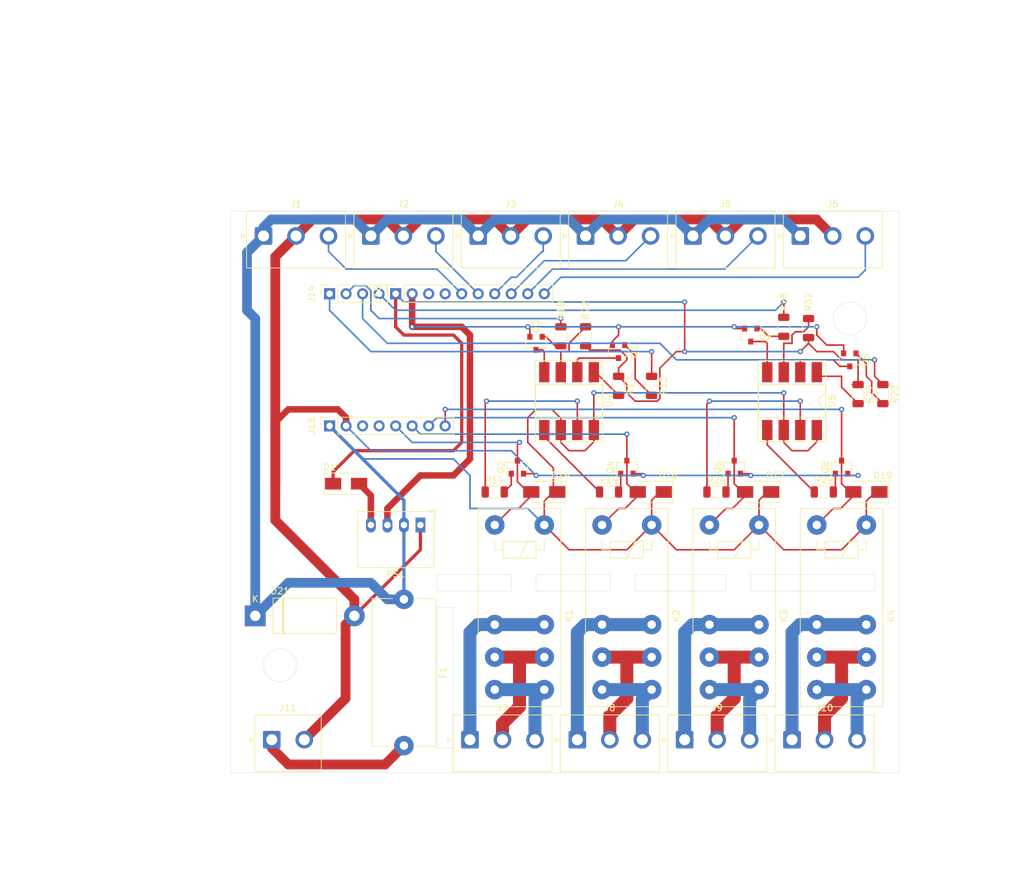
<source format=kicad_pcb>
(kicad_pcb (version 20171130) (host pcbnew "(5.1.10)-1")

  (general
    (thickness 1.6)
    (drawings 38)
    (tracks 421)
    (zones 0)
    (modules 48)
    (nets 57)
  )

  (page A4)
  (layers
    (0 F.Cu signal)
    (31 B.Cu signal)
    (32 B.Adhes user)
    (33 F.Adhes user)
    (34 B.Paste user)
    (35 F.Paste user)
    (36 B.SilkS user)
    (37 F.SilkS user)
    (38 B.Mask user)
    (39 F.Mask user)
    (40 Dwgs.User user)
    (41 Cmts.User user)
    (42 Eco1.User user)
    (43 Eco2.User user)
    (44 Edge.Cuts user)
    (45 Margin user)
    (46 B.CrtYd user)
    (47 F.CrtYd user hide)
    (48 B.Fab user)
    (49 F.Fab user hide)
  )

  (setup
    (last_trace_width 0.25)
    (trace_clearance 0.2)
    (zone_clearance 0.508)
    (zone_45_only no)
    (trace_min 0.2)
    (via_size 0.8)
    (via_drill 0.4)
    (via_min_size 0.4)
    (via_min_drill 0.3)
    (uvia_size 0.3)
    (uvia_drill 0.1)
    (uvias_allowed no)
    (uvia_min_size 0.2)
    (uvia_min_drill 0.1)
    (edge_width 0.05)
    (segment_width 0.2)
    (pcb_text_width 0.3)
    (pcb_text_size 1.5 1.5)
    (mod_edge_width 0.12)
    (mod_text_size 1 1)
    (mod_text_width 0.15)
    (pad_size 3 3)
    (pad_drill 1.3)
    (pad_to_mask_clearance 0)
    (aux_axis_origin 0 0)
    (visible_elements 7FFFFFFF)
    (pcbplotparams
      (layerselection 0x010fc_ffffffff)
      (usegerberextensions false)
      (usegerberattributes true)
      (usegerberadvancedattributes true)
      (creategerberjobfile true)
      (excludeedgelayer true)
      (linewidth 0.100000)
      (plotframeref false)
      (viasonmask false)
      (mode 1)
      (useauxorigin false)
      (hpglpennumber 1)
      (hpglpenspeed 20)
      (hpglpendiameter 15.000000)
      (psnegative false)
      (psa4output false)
      (plotreference true)
      (plotvalue true)
      (plotinvisibletext false)
      (padsonsilk false)
      (subtractmaskfromsilk false)
      (outputformat 1)
      (mirror false)
      (drillshape 1)
      (scaleselection 1)
      (outputdirectory ""))
  )

  (net 0 "")
  (net 1 GND1)
  (net 2 +24V)
  (net 3 "Net-(D17-Pad2)")
  (net 4 "Net-(D19-Pad2)")
  (net 5 +5V)
  (net 6 "Net-(F1-Pad2)")
  (net 7 "Net-(J1-Pad3)")
  (net 8 "Net-(J7-Pad1)")
  (net 9 "Net-(J7-Pad2)")
  (net 10 "Net-(J7-Pad3)")
  (net 11 "Net-(J8-Pad3)")
  (net 12 "Net-(J8-Pad2)")
  (net 13 "Net-(J8-Pad1)")
  (net 14 "Net-(J9-Pad3)")
  (net 15 "Net-(J9-Pad2)")
  (net 16 "Net-(J9-Pad1)")
  (net 17 "Net-(J10-Pad1)")
  (net 18 "Net-(J10-Pad2)")
  (net 19 "Net-(J10-Pad3)")
  (net 20 GND)
  (net 21 "Net-(Q1-Pad1)")
  (net 22 "Net-(Q3-Pad1)")
  (net 23 "Net-(Q5-Pad1)")
  (net 24 "Net-(Q7-Pad1)")
  (net 25 "Net-(R14-Pad1)")
  (net 26 "Net-(R17-Pad2)")
  (net 27 "Net-(R19-Pad1)")
  (net 28 "Net-(R22-Pad2)")
  (net 29 "Net-(R24-Pad1)")
  (net 30 "Net-(R27-Pad2)")
  (net 31 "Net-(R29-Pad1)")
  (net 32 "Net-(R32-Pad2)")
  (net 33 "Net-(D14-Pad2)")
  (net 34 "Net-(D16-Pad2)")
  (net 35 "Net-(J16-Pad6)")
  (net 36 "Net-(J16-Pad7)")
  (net 37 "Net-(J16-Pad8)")
  (net 38 "Net-(J16-Pad9)")
  (net 39 "Net-(J16-Pad10)")
  (net 40 "Net-(J14-Pad1)")
  (net 41 "Net-(J14-Pad2)")
  (net 42 "Net-(J14-Pad3)")
  (net 43 "Net-(J14-Pad4)")
  (net 44 "Net-(J15-Pad4)")
  (net 45 "Net-(J15-Pad3)")
  (net 46 "Net-(J16-Pad4)")
  (net 47 "Net-(J16-Pad3)")
  (net 48 "Net-(D1-Pad2)")
  (net 49 "Net-(Q1-Pad3)")
  (net 50 "Net-(Q2-Pad1)")
  (net 51 "Net-(Q3-Pad3)")
  (net 52 "Net-(Q4-Pad1)")
  (net 53 "Net-(Q5-Pad3)")
  (net 54 "Net-(Q6-Pad1)")
  (net 55 "Net-(Q7-Pad3)")
  (net 56 "Net-(Q8-Pad1)")

  (net_class Default "This is the default net class."
    (clearance 0.2)
    (trace_width 0.25)
    (via_dia 0.8)
    (via_drill 0.4)
    (uvia_dia 0.3)
    (uvia_drill 0.1)
    (add_net +24V)
    (add_net +5V)
    (add_net GND)
    (add_net GND1)
    (add_net "Net-(D1-Pad2)")
    (add_net "Net-(D14-Pad2)")
    (add_net "Net-(D16-Pad2)")
    (add_net "Net-(D17-Pad2)")
    (add_net "Net-(D19-Pad2)")
    (add_net "Net-(F1-Pad2)")
    (add_net "Net-(J1-Pad3)")
    (add_net "Net-(J10-Pad1)")
    (add_net "Net-(J10-Pad2)")
    (add_net "Net-(J10-Pad3)")
    (add_net "Net-(J14-Pad1)")
    (add_net "Net-(J14-Pad2)")
    (add_net "Net-(J14-Pad3)")
    (add_net "Net-(J14-Pad4)")
    (add_net "Net-(J15-Pad3)")
    (add_net "Net-(J15-Pad4)")
    (add_net "Net-(J16-Pad10)")
    (add_net "Net-(J16-Pad3)")
    (add_net "Net-(J16-Pad4)")
    (add_net "Net-(J16-Pad6)")
    (add_net "Net-(J16-Pad7)")
    (add_net "Net-(J16-Pad8)")
    (add_net "Net-(J16-Pad9)")
    (add_net "Net-(J7-Pad1)")
    (add_net "Net-(J7-Pad2)")
    (add_net "Net-(J7-Pad3)")
    (add_net "Net-(J8-Pad1)")
    (add_net "Net-(J8-Pad2)")
    (add_net "Net-(J8-Pad3)")
    (add_net "Net-(J9-Pad1)")
    (add_net "Net-(J9-Pad2)")
    (add_net "Net-(J9-Pad3)")
    (add_net "Net-(Q1-Pad1)")
    (add_net "Net-(Q1-Pad3)")
    (add_net "Net-(Q2-Pad1)")
    (add_net "Net-(Q3-Pad1)")
    (add_net "Net-(Q3-Pad3)")
    (add_net "Net-(Q4-Pad1)")
    (add_net "Net-(Q5-Pad1)")
    (add_net "Net-(Q5-Pad3)")
    (add_net "Net-(Q6-Pad1)")
    (add_net "Net-(Q7-Pad1)")
    (add_net "Net-(Q7-Pad3)")
    (add_net "Net-(Q8-Pad1)")
    (add_net "Net-(R14-Pad1)")
    (add_net "Net-(R17-Pad2)")
    (add_net "Net-(R19-Pad1)")
    (add_net "Net-(R22-Pad2)")
    (add_net "Net-(R24-Pad1)")
    (add_net "Net-(R27-Pad2)")
    (add_net "Net-(R29-Pad1)")
    (add_net "Net-(R32-Pad2)")
  )

  (module Connector_JST:JST_NV_B02P-NV_1x02_P5.00mm_Vertical (layer F.Cu) (tedit 5B774480) (tstamp 60A557A2)
    (at 100.33 133.35)
    (descr "JST NV series connector, B02P-NV (http://www.jst-mfg.com/product/pdf/eng/eNV.pdf), generated with kicad-footprint-generator")
    (tags "connector JST NV side entry")
    (path /60D283DB/60D2DB53)
    (fp_text reference J11 (at 2.5 -4.9) (layer F.SilkS)
      (effects (font (size 1 1) (thickness 0.15)))
    )
    (fp_text value Conn_01x02_Male (at 2.5 6) (layer F.Fab)
      (effects (font (size 1 1) (thickness 0.15)))
    )
    (fp_line (start -3.41 -0.3) (end -2.81 0) (layer F.SilkS) (width 0.12))
    (fp_line (start -3.41 0.3) (end -3.41 -0.3) (layer F.SilkS) (width 0.12))
    (fp_line (start -2.81 0) (end -3.41 0.3) (layer F.SilkS) (width 0.12))
    (fp_line (start 7.61 -3.81) (end -2.61 -3.81) (layer F.SilkS) (width 0.12))
    (fp_line (start 7.61 4.91) (end 7.61 -3.81) (layer F.SilkS) (width 0.12))
    (fp_line (start -2.61 4.91) (end 7.61 4.91) (layer F.SilkS) (width 0.12))
    (fp_line (start -2.61 -3.81) (end -2.61 4.91) (layer F.SilkS) (width 0.12))
    (fp_line (start 8 -4.2) (end -3 -4.2) (layer F.CrtYd) (width 0.05))
    (fp_line (start 8 5.3) (end 8 -4.2) (layer F.CrtYd) (width 0.05))
    (fp_line (start -3 5.3) (end 8 5.3) (layer F.CrtYd) (width 0.05))
    (fp_line (start -3 -4.2) (end -3 5.3) (layer F.CrtYd) (width 0.05))
    (fp_line (start -2.5 1) (end -1.5 0) (layer F.Fab) (width 0.1))
    (fp_line (start -2.5 -1) (end -1.5 0) (layer F.Fab) (width 0.1))
    (fp_line (start -2.5 -2) (end 7.5 -2) (layer F.Fab) (width 0.1))
    (fp_line (start 7.5 -3.7) (end -2.5 -3.7) (layer F.Fab) (width 0.1))
    (fp_line (start 7.5 4.8) (end 7.5 -3.7) (layer F.Fab) (width 0.1))
    (fp_line (start -2.5 4.8) (end 7.5 4.8) (layer F.Fab) (width 0.1))
    (fp_line (start -2.5 -3.7) (end -2.5 4.8) (layer F.Fab) (width 0.1))
    (fp_text user %R (at 2.5 4.1) (layer F.Fab)
      (effects (font (size 1 1) (thickness 0.15)))
    )
    (pad 2 thru_hole circle (at 5 0) (size 2.7 2.7) (drill 1.7) (layers *.Cu *.Mask)
      (net 1 GND1))
    (pad 1 thru_hole roundrect (at 0 0) (size 2.7 2.7) (drill 1.7) (layers *.Cu *.Mask) (roundrect_rratio 0.09259299999999999)
      (net 6 "Net-(F1-Pad2)"))
    (model ${KISYS3DMOD}/Connector_JST.3dshapes/JST_NV_B02P-NV_1x02_P5.00mm_Vertical.wrl
      (at (xyz 0 0 0))
      (scale (xyz 1 1 1))
      (rotate (xyz 0 0 0))
    )
  )

  (module Fuse:Fuseholder_Cylinder-5x20mm_Schurter_0031_8201_Horizontal_Open (layer F.Cu) (tedit 5D717D34) (tstamp 60A55684)
    (at 120.65 111.76 270)
    (descr "Fuseholder horizontal open, 5x20mm, 500V, 16A, Schurter 0031.8201, https://us.schurter.com/bundles/snceschurter/epim/_ProdPool_/newDS/en/typ_OGN.pdf")
    (tags "Fuseholder horizontal open 5x20 Schurter 0031.8201")
    (path /60D283DB/60D324F8)
    (fp_text reference F1 (at 11.25 -6 90) (layer F.SilkS)
      (effects (font (size 1 1) (thickness 0.15)))
    )
    (fp_text value Fuse (at 11.25 6 90) (layer F.Fab)
      (effects (font (size 1 1) (thickness 0.15)))
    )
    (fp_line (start 0 -4.8) (end 0 4.8) (layer F.Fab) (width 0.1))
    (fp_line (start 0 4.8) (end 22.5 4.8) (layer F.Fab) (width 0.1))
    (fp_line (start 22.5 4.8) (end 22.5 -4.8) (layer F.Fab) (width 0.1))
    (fp_line (start 22.5 -4.8) (end 0 -4.8) (layer F.Fab) (width 0.1))
    (fp_line (start -1.75 5.05) (end -1.75 -5.05) (layer F.CrtYd) (width 0.05))
    (fp_line (start 22.61 4.91) (end 22.61 1.75) (layer F.SilkS) (width 0.12))
    (fp_line (start 22.61 -1.75) (end 22.61 -4.91) (layer F.SilkS) (width 0.12))
    (fp_line (start -0.11 -1.75) (end -0.11 -4.91) (layer F.SilkS) (width 0.12))
    (fp_line (start -0.11 -4.91) (end 22.61 -4.91) (layer F.SilkS) (width 0.12))
    (fp_line (start 24.25 5.05) (end -1.75 5.05) (layer F.CrtYd) (width 0.05))
    (fp_line (start -1.75 -5.05) (end 24.25 -5.05) (layer F.CrtYd) (width 0.05))
    (fp_line (start -0.11 4.91) (end 22.61 4.91) (layer F.SilkS) (width 0.12))
    (fp_line (start 24.25 -5.05) (end 24.25 5.05) (layer F.CrtYd) (width 0.05))
    (fp_line (start -0.11 4.91) (end -0.11 1.75) (layer F.SilkS) (width 0.12))
    (fp_text user %R (at 11.25 4 90) (layer F.Fab)
      (effects (font (size 1 1) (thickness 0.15)))
    )
    (pad "" np_thru_hole circle (at 11.25 0 270) (size 2.7 2.7) (drill 2.7) (layers *.Cu *.Mask))
    (pad 2 thru_hole circle (at 22.5 0 270) (size 3 3) (drill 1.3) (layers *.Cu *.Mask)
      (net 6 "Net-(F1-Pad2)"))
    (pad 1 thru_hole circle (at 0 0 270) (size 3 3) (drill 1.3) (layers *.Cu *.Mask)
      (net 2 +24V))
    (model ${KISYS3DMOD}/Fuse.3dshapes/Fuseholder_Cylinder-5x20mm_Schurter_0031_8201_Horizontal_Open.wrl
      (at (xyz 0 0 0))
      (scale (xyz 1 1 1))
      (rotate (xyz 0 0 0))
    )
  )

  (module Converter_DCDC:Converter_DCDC_RECOM_R-78S-0.1_THT (layer F.Cu) (tedit 5B741BB0) (tstamp 60A558A8)
    (at 123.19 100.33 180)
    (descr "DCDC-Converter, RECOM, RECOM_R-78S-0.1, SIP-4, pitch 2.54mm, package size 11.6x8.5x10.4mm^3, https://www.recom-power.com/pdf/Innoline/R-78Sxx-0.1.pdf")
    (tags "dc-dc recom buck sip-4 pitch 2.54mm")
    (path /60D283DB/60D2E677)
    (fp_text reference PS1 (at 3.81 -7.56) (layer F.SilkS)
      (effects (font (size 1 1) (thickness 0.15)))
    )
    (fp_text value RI-2405S (at 3.81 3) (layer F.Fab)
      (effects (font (size 1 1) (thickness 0.15)))
    )
    (fp_line (start -2 -6.5) (end 9.6 -6.5) (layer F.Fab) (width 0.1))
    (fp_line (start 9.6 -6.5) (end 9.6 2) (layer F.Fab) (width 0.1))
    (fp_line (start 9.6 2) (end -1 2) (layer F.Fab) (width 0.1))
    (fp_line (start -1 2) (end -2 1) (layer F.Fab) (width 0.1))
    (fp_line (start -2 1) (end -2 -6.5) (layer F.Fab) (width 0.1))
    (fp_line (start -2.06 -6.56) (end 9.66 -6.56) (layer F.SilkS) (width 0.12))
    (fp_line (start -2.06 2.06) (end 9.66 2.06) (layer F.SilkS) (width 0.12))
    (fp_line (start -2.06 -6.56) (end -2.06 2.06) (layer F.SilkS) (width 0.12))
    (fp_line (start 9.66 -6.56) (end 9.66 2.06) (layer F.SilkS) (width 0.12))
    (fp_line (start -2.3 1.06) (end -2.3 2.3) (layer F.SilkS) (width 0.12))
    (fp_line (start -2.3 2.3) (end -1.06 2.3) (layer F.SilkS) (width 0.12))
    (fp_line (start -2.25 -6.75) (end -2.25 2.25) (layer F.CrtYd) (width 0.05))
    (fp_line (start -2.25 2.25) (end 9.85 2.25) (layer F.CrtYd) (width 0.05))
    (fp_line (start 9.85 2.25) (end 9.85 -6.75) (layer F.CrtYd) (width 0.05))
    (fp_line (start 9.85 -6.75) (end -2.25 -6.75) (layer F.CrtYd) (width 0.05))
    (fp_text user %R (at 3.81 -2.25) (layer F.Fab)
      (effects (font (size 1 1) (thickness 0.15)))
    )
    (pad 4 thru_hole oval (at 7.62 0 180) (size 1.5 2.3) (drill 1) (layers *.Cu *.Mask)
      (net 48 "Net-(D1-Pad2)"))
    (pad 3 thru_hole oval (at 5.08 0 180) (size 1.5 2.3) (drill 1) (layers *.Cu *.Mask)
      (net 20 GND))
    (pad 2 thru_hole oval (at 2.54 0 180) (size 1.5 2.3) (drill 1) (layers *.Cu *.Mask)
      (net 2 +24V))
    (pad 1 thru_hole rect (at 0 0 180) (size 1.5 2.3) (drill 1) (layers *.Cu *.Mask)
      (net 1 GND1))
    (model ${KISYS3DMOD}/Converter_DCDC.3dshapes/Converter_DCDC_RECOM_R-78S-0.1_THT.wrl
      (at (xyz 0 0 0))
      (scale (xyz 1 1 1))
      (rotate (xyz 0 0 0))
    )
  )

  (module Diode_THT:D_DO-201AD_P15.24mm_Horizontal (layer F.Cu) (tedit 5AE50CD5) (tstamp 60A55640)
    (at 97.79 114.3)
    (descr "Diode, DO-201AD series, Axial, Horizontal, pin pitch=15.24mm, , length*diameter=9.5*5.2mm^2, , http://www.diodes.com/_files/packages/DO-201AD.pdf")
    (tags "Diode DO-201AD series Axial Horizontal pin pitch 15.24mm  length 9.5mm diameter 5.2mm")
    (path /60D283DB/60D32F68)
    (fp_text reference D21 (at 3.81 -3.81) (layer F.SilkS)
      (effects (font (size 1 1) (thickness 0.15)))
    )
    (fp_text value 1N5408 (at 7.62 3.72) (layer F.Fab)
      (effects (font (size 1 1) (thickness 0.15)))
    )
    (fp_line (start 2.87 -2.6) (end 2.87 2.6) (layer F.Fab) (width 0.1))
    (fp_line (start 2.87 2.6) (end 12.37 2.6) (layer F.Fab) (width 0.1))
    (fp_line (start 12.37 2.6) (end 12.37 -2.6) (layer F.Fab) (width 0.1))
    (fp_line (start 12.37 -2.6) (end 2.87 -2.6) (layer F.Fab) (width 0.1))
    (fp_line (start 0 0) (end 2.87 0) (layer F.Fab) (width 0.1))
    (fp_line (start 15.24 0) (end 12.37 0) (layer F.Fab) (width 0.1))
    (fp_line (start 4.295 -2.6) (end 4.295 2.6) (layer F.Fab) (width 0.1))
    (fp_line (start 4.395 -2.6) (end 4.395 2.6) (layer F.Fab) (width 0.1))
    (fp_line (start 4.195 -2.6) (end 4.195 2.6) (layer F.Fab) (width 0.1))
    (fp_line (start 2.75 -2.72) (end 2.75 2.72) (layer F.SilkS) (width 0.12))
    (fp_line (start 2.75 2.72) (end 12.49 2.72) (layer F.SilkS) (width 0.12))
    (fp_line (start 12.49 2.72) (end 12.49 -2.72) (layer F.SilkS) (width 0.12))
    (fp_line (start 12.49 -2.72) (end 2.75 -2.72) (layer F.SilkS) (width 0.12))
    (fp_line (start 1.84 0) (end 2.75 0) (layer F.SilkS) (width 0.12))
    (fp_line (start 13.4 0) (end 12.49 0) (layer F.SilkS) (width 0.12))
    (fp_line (start 4.295 -2.72) (end 4.295 2.72) (layer F.SilkS) (width 0.12))
    (fp_line (start 4.415 -2.72) (end 4.415 2.72) (layer F.SilkS) (width 0.12))
    (fp_line (start 4.175 -2.72) (end 4.175 2.72) (layer F.SilkS) (width 0.12))
    (fp_line (start -1.85 -2.85) (end -1.85 2.85) (layer F.CrtYd) (width 0.05))
    (fp_line (start -1.85 2.85) (end 17.09 2.85) (layer F.CrtYd) (width 0.05))
    (fp_line (start 17.09 2.85) (end 17.09 -2.85) (layer F.CrtYd) (width 0.05))
    (fp_line (start 17.09 -2.85) (end -1.85 -2.85) (layer F.CrtYd) (width 0.05))
    (fp_text user K (at 0 -2.6) (layer F.SilkS)
      (effects (font (size 1 1) (thickness 0.15)))
    )
    (fp_text user K (at 0 -2.6) (layer F.Fab)
      (effects (font (size 1 1) (thickness 0.15)))
    )
    (fp_text user %R (at 8.3325 0) (layer F.Fab)
      (effects (font (size 1 1) (thickness 0.15)))
    )
    (pad 2 thru_hole oval (at 15.24 0) (size 3.2 3.2) (drill 1.6) (layers *.Cu *.Mask)
      (net 1 GND1))
    (pad 1 thru_hole rect (at 0 0) (size 3.2 3.2) (drill 1.6) (layers *.Cu *.Mask)
      (net 2 +24V))
    (model ${KISYS3DMOD}/Diode_THT.3dshapes/D_DO-201AD_P15.24mm_Horizontal.wrl
      (at (xyz 0 0 0))
      (scale (xyz 1 1 1))
      (rotate (xyz 0 0 0))
    )
  )

  (module Diode_SMD:D_SMA (layer F.Cu) (tedit 586432E5) (tstamp 60A5560E)
    (at 191.77 95.25 180)
    (descr "Diode SMA (DO-214AC)")
    (tags "Diode SMA (DO-214AC)")
    (path /60AC1FCC/60B16DB3)
    (attr smd)
    (fp_text reference D19 (at -2.54 2.54) (layer F.SilkS)
      (effects (font (size 1 1) (thickness 0.15)))
    )
    (fp_text value IN4004 (at 0 2.6) (layer F.Fab)
      (effects (font (size 1 1) (thickness 0.15)))
    )
    (fp_line (start -3.4 -1.65) (end -3.4 1.65) (layer F.SilkS) (width 0.12))
    (fp_line (start 2.3 1.5) (end -2.3 1.5) (layer F.Fab) (width 0.1))
    (fp_line (start -2.3 1.5) (end -2.3 -1.5) (layer F.Fab) (width 0.1))
    (fp_line (start 2.3 -1.5) (end 2.3 1.5) (layer F.Fab) (width 0.1))
    (fp_line (start 2.3 -1.5) (end -2.3 -1.5) (layer F.Fab) (width 0.1))
    (fp_line (start -3.5 -1.75) (end 3.5 -1.75) (layer F.CrtYd) (width 0.05))
    (fp_line (start 3.5 -1.75) (end 3.5 1.75) (layer F.CrtYd) (width 0.05))
    (fp_line (start 3.5 1.75) (end -3.5 1.75) (layer F.CrtYd) (width 0.05))
    (fp_line (start -3.5 1.75) (end -3.5 -1.75) (layer F.CrtYd) (width 0.05))
    (fp_line (start -0.64944 0.00102) (end -1.55114 0.00102) (layer F.Fab) (width 0.1))
    (fp_line (start 0.50118 0.00102) (end 1.4994 0.00102) (layer F.Fab) (width 0.1))
    (fp_line (start -0.64944 -0.79908) (end -0.64944 0.80112) (layer F.Fab) (width 0.1))
    (fp_line (start 0.50118 0.75032) (end 0.50118 -0.79908) (layer F.Fab) (width 0.1))
    (fp_line (start -0.64944 0.00102) (end 0.50118 0.75032) (layer F.Fab) (width 0.1))
    (fp_line (start -0.64944 0.00102) (end 0.50118 -0.79908) (layer F.Fab) (width 0.1))
    (fp_line (start -3.4 1.65) (end 2 1.65) (layer F.SilkS) (width 0.12))
    (fp_line (start -3.4 -1.65) (end 2 -1.65) (layer F.SilkS) (width 0.12))
    (fp_text user %R (at 0 -2.5) (layer F.Fab)
      (effects (font (size 1 1) (thickness 0.15)))
    )
    (pad 2 smd rect (at 2 0 180) (size 2.5 1.8) (layers F.Cu F.Paste F.Mask)
      (net 4 "Net-(D19-Pad2)"))
    (pad 1 smd rect (at -2 0 180) (size 2.5 1.8) (layers F.Cu F.Paste F.Mask)
      (net 2 +24V))
    (model ${KISYS3DMOD}/Diode_SMD.3dshapes/D_SMA.wrl
      (at (xyz 0 0 0))
      (scale (xyz 1 1 1))
      (rotate (xyz 0 0 0))
    )
  )

  (module Diode_SMD:D_SMA (layer F.Cu) (tedit 586432E5) (tstamp 60A555DC)
    (at 175.13 95.25 180)
    (descr "Diode SMA (DO-214AC)")
    (tags "Diode SMA (DO-214AC)")
    (path /60AC1FCC/60B15F96)
    (attr smd)
    (fp_text reference D17 (at -2.67 2.54) (layer F.SilkS)
      (effects (font (size 1 1) (thickness 0.15)))
    )
    (fp_text value IN4004 (at 0 2.6) (layer F.Fab)
      (effects (font (size 1 1) (thickness 0.15)))
    )
    (fp_line (start -3.4 -1.65) (end -3.4 1.65) (layer F.SilkS) (width 0.12))
    (fp_line (start 2.3 1.5) (end -2.3 1.5) (layer F.Fab) (width 0.1))
    (fp_line (start -2.3 1.5) (end -2.3 -1.5) (layer F.Fab) (width 0.1))
    (fp_line (start 2.3 -1.5) (end 2.3 1.5) (layer F.Fab) (width 0.1))
    (fp_line (start 2.3 -1.5) (end -2.3 -1.5) (layer F.Fab) (width 0.1))
    (fp_line (start -3.5 -1.75) (end 3.5 -1.75) (layer F.CrtYd) (width 0.05))
    (fp_line (start 3.5 -1.75) (end 3.5 1.75) (layer F.CrtYd) (width 0.05))
    (fp_line (start 3.5 1.75) (end -3.5 1.75) (layer F.CrtYd) (width 0.05))
    (fp_line (start -3.5 1.75) (end -3.5 -1.75) (layer F.CrtYd) (width 0.05))
    (fp_line (start -0.64944 0.00102) (end -1.55114 0.00102) (layer F.Fab) (width 0.1))
    (fp_line (start 0.50118 0.00102) (end 1.4994 0.00102) (layer F.Fab) (width 0.1))
    (fp_line (start -0.64944 -0.79908) (end -0.64944 0.80112) (layer F.Fab) (width 0.1))
    (fp_line (start 0.50118 0.75032) (end 0.50118 -0.79908) (layer F.Fab) (width 0.1))
    (fp_line (start -0.64944 0.00102) (end 0.50118 0.75032) (layer F.Fab) (width 0.1))
    (fp_line (start -0.64944 0.00102) (end 0.50118 -0.79908) (layer F.Fab) (width 0.1))
    (fp_line (start -3.4 1.65) (end 2 1.65) (layer F.SilkS) (width 0.12))
    (fp_line (start -3.4 -1.65) (end 2 -1.65) (layer F.SilkS) (width 0.12))
    (fp_text user %R (at 0 -2.5) (layer F.Fab)
      (effects (font (size 1 1) (thickness 0.15)))
    )
    (pad 2 smd rect (at 2 0 180) (size 2.5 1.8) (layers F.Cu F.Paste F.Mask)
      (net 3 "Net-(D17-Pad2)"))
    (pad 1 smd rect (at -2 0 180) (size 2.5 1.8) (layers F.Cu F.Paste F.Mask)
      (net 2 +24V))
    (model ${KISYS3DMOD}/Diode_SMD.3dshapes/D_SMA.wrl
      (at (xyz 0 0 0))
      (scale (xyz 1 1 1))
      (rotate (xyz 0 0 0))
    )
  )

  (module Diode_SMD:D_SMA (layer F.Cu) (tedit 586432E5) (tstamp 60A555BD)
    (at 158.62 95.25 180)
    (descr "Diode SMA (DO-214AC)")
    (tags "Diode SMA (DO-214AC)")
    (path /60AC1FCC/60B15333)
    (attr smd)
    (fp_text reference D16 (at -2.67 2.54) (layer F.SilkS)
      (effects (font (size 1 1) (thickness 0.15)))
    )
    (fp_text value IN4004 (at 0 2.6) (layer F.Fab)
      (effects (font (size 1 1) (thickness 0.15)))
    )
    (fp_line (start -3.4 -1.65) (end -3.4 1.65) (layer F.SilkS) (width 0.12))
    (fp_line (start 2.3 1.5) (end -2.3 1.5) (layer F.Fab) (width 0.1))
    (fp_line (start -2.3 1.5) (end -2.3 -1.5) (layer F.Fab) (width 0.1))
    (fp_line (start 2.3 -1.5) (end 2.3 1.5) (layer F.Fab) (width 0.1))
    (fp_line (start 2.3 -1.5) (end -2.3 -1.5) (layer F.Fab) (width 0.1))
    (fp_line (start -3.5 -1.75) (end 3.5 -1.75) (layer F.CrtYd) (width 0.05))
    (fp_line (start 3.5 -1.75) (end 3.5 1.75) (layer F.CrtYd) (width 0.05))
    (fp_line (start 3.5 1.75) (end -3.5 1.75) (layer F.CrtYd) (width 0.05))
    (fp_line (start -3.5 1.75) (end -3.5 -1.75) (layer F.CrtYd) (width 0.05))
    (fp_line (start -0.64944 0.00102) (end -1.55114 0.00102) (layer F.Fab) (width 0.1))
    (fp_line (start 0.50118 0.00102) (end 1.4994 0.00102) (layer F.Fab) (width 0.1))
    (fp_line (start -0.64944 -0.79908) (end -0.64944 0.80112) (layer F.Fab) (width 0.1))
    (fp_line (start 0.50118 0.75032) (end 0.50118 -0.79908) (layer F.Fab) (width 0.1))
    (fp_line (start -0.64944 0.00102) (end 0.50118 0.75032) (layer F.Fab) (width 0.1))
    (fp_line (start -0.64944 0.00102) (end 0.50118 -0.79908) (layer F.Fab) (width 0.1))
    (fp_line (start -3.4 1.65) (end 2 1.65) (layer F.SilkS) (width 0.12))
    (fp_line (start -3.4 -1.65) (end 2 -1.65) (layer F.SilkS) (width 0.12))
    (fp_text user %R (at 0 -2.5) (layer F.Fab)
      (effects (font (size 1 1) (thickness 0.15)))
    )
    (pad 2 smd rect (at 2 0 180) (size 2.5 1.8) (layers F.Cu F.Paste F.Mask)
      (net 34 "Net-(D16-Pad2)"))
    (pad 1 smd rect (at -2 0 180) (size 2.5 1.8) (layers F.Cu F.Paste F.Mask)
      (net 2 +24V))
    (model ${KISYS3DMOD}/Diode_SMD.3dshapes/D_SMA.wrl
      (at (xyz 0 0 0))
      (scale (xyz 1 1 1))
      (rotate (xyz 0 0 0))
    )
  )

  (module Diode_SMD:D_SMA (layer F.Cu) (tedit 586432E5) (tstamp 60A5558B)
    (at 142.24 95.25 180)
    (descr "Diode SMA (DO-214AC)")
    (tags "Diode SMA (DO-214AC)")
    (path /60AC1FCC/60B14759)
    (attr smd)
    (fp_text reference D14 (at -2.54 2.54) (layer F.SilkS)
      (effects (font (size 1 1) (thickness 0.15)))
    )
    (fp_text value IN4004 (at 0 2.6) (layer F.Fab)
      (effects (font (size 1 1) (thickness 0.15)))
    )
    (fp_line (start -3.4 -1.65) (end -3.4 1.65) (layer F.SilkS) (width 0.12))
    (fp_line (start 2.3 1.5) (end -2.3 1.5) (layer F.Fab) (width 0.1))
    (fp_line (start -2.3 1.5) (end -2.3 -1.5) (layer F.Fab) (width 0.1))
    (fp_line (start 2.3 -1.5) (end 2.3 1.5) (layer F.Fab) (width 0.1))
    (fp_line (start 2.3 -1.5) (end -2.3 -1.5) (layer F.Fab) (width 0.1))
    (fp_line (start -3.5 -1.75) (end 3.5 -1.75) (layer F.CrtYd) (width 0.05))
    (fp_line (start 3.5 -1.75) (end 3.5 1.75) (layer F.CrtYd) (width 0.05))
    (fp_line (start 3.5 1.75) (end -3.5 1.75) (layer F.CrtYd) (width 0.05))
    (fp_line (start -3.5 1.75) (end -3.5 -1.75) (layer F.CrtYd) (width 0.05))
    (fp_line (start -0.64944 0.00102) (end -1.55114 0.00102) (layer F.Fab) (width 0.1))
    (fp_line (start 0.50118 0.00102) (end 1.4994 0.00102) (layer F.Fab) (width 0.1))
    (fp_line (start -0.64944 -0.79908) (end -0.64944 0.80112) (layer F.Fab) (width 0.1))
    (fp_line (start 0.50118 0.75032) (end 0.50118 -0.79908) (layer F.Fab) (width 0.1))
    (fp_line (start -0.64944 0.00102) (end 0.50118 0.75032) (layer F.Fab) (width 0.1))
    (fp_line (start -0.64944 0.00102) (end 0.50118 -0.79908) (layer F.Fab) (width 0.1))
    (fp_line (start -3.4 1.65) (end 2 1.65) (layer F.SilkS) (width 0.12))
    (fp_line (start -3.4 -1.65) (end 2 -1.65) (layer F.SilkS) (width 0.12))
    (fp_text user %R (at 0 -2.5) (layer F.Fab)
      (effects (font (size 1 1) (thickness 0.15)))
    )
    (pad 2 smd rect (at 2 0 180) (size 2.5 1.8) (layers F.Cu F.Paste F.Mask)
      (net 33 "Net-(D14-Pad2)"))
    (pad 1 smd rect (at -2 0 180) (size 2.5 1.8) (layers F.Cu F.Paste F.Mask)
      (net 2 +24V))
    (model ${KISYS3DMOD}/Diode_SMD.3dshapes/D_SMA.wrl
      (at (xyz 0 0 0))
      (scale (xyz 1 1 1))
      (rotate (xyz 0 0 0))
    )
  )

  (module Relay_THT:Relay_SPDT_Schrack-RP-II-1-16A-FormC_RM5mm (layer F.Cu) (tedit 60B7FE54) (tstamp 60B87D2F)
    (at 191.77 100.33 270)
    (descr "Relay SPST Schrack-RP-II/1 RM5mm 16A 250V AC Form C http://image.schrack.com/datenblaetter/h_rp810012-b.pdf")
    (tags "Relay SPST Schrack-RP-II/1 RM5mm 16A 250V AC Relay")
    (path /60AC1FCC/60AD9BD9)
    (fp_text reference K4 (at 13.97 -3.81 90) (layer F.SilkS)
      (effects (font (size 1 1) (thickness 0.15)))
    )
    (fp_text value RT42xxxx (at 12.192 11.43 90) (layer F.Fab)
      (effects (font (size 1 1) (thickness 0.15)))
    )
    (fp_line (start -2.54 10.16) (end -2.54 -2.54) (layer F.SilkS) (width 0.12))
    (fp_line (start 27.94 10.16) (end -2.54 10.16) (layer F.SilkS) (width 0.12))
    (fp_line (start 27.94 -2.54) (end 27.94 10.16) (layer F.SilkS) (width 0.12))
    (fp_line (start -2.54 -2.54) (end 27.94 -2.54) (layer F.SilkS) (width 0.12))
    (fp_line (start 2.54 1.27) (end 3.81 1.27) (layer F.SilkS) (width 0.12))
    (fp_line (start 2.54 6.35) (end 2.54 1.27) (layer F.SilkS) (width 0.12))
    (fp_line (start 5.08 6.35) (end 2.54 6.35) (layer F.SilkS) (width 0.12))
    (fp_line (start 5.08 1.27) (end 5.08 6.35) (layer F.SilkS) (width 0.12))
    (fp_line (start 3.81 1.27) (end 5.08 1.27) (layer F.SilkS) (width 0.12))
    (fp_line (start 3.81 0) (end 3.81 1.27) (layer F.SilkS) (width 0.12))
    (fp_line (start 2.54 0) (end 3.81 0) (layer F.SilkS) (width 0.12))
    (fp_line (start 3.81 7.62) (end 2.54 7.62) (layer F.SilkS) (width 0.12))
    (fp_line (start 3.81 6.35) (end 3.81 7.62) (layer F.SilkS) (width 0.12))
    (fp_line (start 2.54 2.54) (end 5.08 3.81) (layer F.SilkS) (width 0.12))
    (fp_line (start 28.2 10.42) (end -2.8 10.42) (layer F.CrtYd) (width 0.05))
    (fp_line (start -2.8 10.42) (end -2.8 -2.78) (layer F.CrtYd) (width 0.05))
    (fp_line (start -2.8 -2.78) (end 28.2 -2.78) (layer F.CrtYd) (width 0.05))
    (fp_line (start 28.2 -2.78) (end 28.2 10.42) (layer F.CrtYd) (width 0.05))
    (fp_line (start -2.5 10.1) (end -2.5 -2.5) (layer F.Fab) (width 0.12))
    (fp_line (start 27.5 10.1) (end -2.5 10.1) (layer F.Fab) (width 0.12))
    (fp_line (start 27.5 -2.5) (end 27.5 10.1) (layer F.Fab) (width 0.12))
    (fp_line (start -2.5 -2.5) (end 27.5 -2.5) (layer F.Fab) (width 0.12))
    (fp_line (start 0 1.8) (end 0 5.8) (layer F.Fab) (width 0.12))
    (fp_text user %R (at 12.065 3.81 90) (layer F.Fab)
      (effects (font (size 1 1) (thickness 0.15)))
    )
    (pad 24 thru_hole circle (at 25.32 0 270) (size 3 3) (drill 1.3) (layers *.Cu *.Mask)
      (net 19 "Net-(J10-Pad3)"))
    (pad 11 thru_hole circle (at 20.32 7.62 270) (size 3 3) (drill 1.3) (layers *.Cu *.Mask)
      (net 18 "Net-(J10-Pad2)"))
    (pad 22 thru_hole circle (at 15.32 0 270) (size 3 3) (drill 1.3) (layers *.Cu *.Mask)
      (net 17 "Net-(J10-Pad1)"))
    (pad 12 thru_hole circle (at 15.32 7.62 270) (size 3 3) (drill 1.3) (layers *.Cu *.Mask)
      (net 17 "Net-(J10-Pad1)"))
    (pad 14 thru_hole circle (at 25.32 7.62 270) (size 3 3) (drill 1.3) (layers *.Cu *.Mask)
      (net 19 "Net-(J10-Pad3)"))
    (pad 21 thru_hole circle (at 20.32 0 270) (size 3 3) (drill 1.3) (layers *.Cu *.Mask)
      (net 18 "Net-(J10-Pad2)"))
    (pad A2 thru_hole circle (at 0 7.62 270) (size 3 3) (drill 1.3) (layers *.Cu *.Mask)
      (net 4 "Net-(D19-Pad2)"))
    (pad A1 thru_hole circle (at 0 0 270) (size 3 3) (drill 1.3) (layers *.Cu *.Mask)
      (net 2 +24V))
    (model ${KISYS3DMOD}/Relay_THT.3dshapes/Relay_SPDT_Schrack-RP-II-1-16A-FormC_RM5mm.wrl
      (at (xyz 0 0 0))
      (scale (xyz 1 1 1))
      (rotate (xyz 0 0 0))
    )
  )

  (module Relay_THT:Relay_SPDT_Schrack-RP-II-1-16A-FormC_RM5mm (layer F.Cu) (tedit 60B7FE3C) (tstamp 60B87D0C)
    (at 175.26 100.33 270)
    (descr "Relay SPST Schrack-RP-II/1 RM5mm 16A 250V AC Form C http://image.schrack.com/datenblaetter/h_rp810012-b.pdf")
    (tags "Relay SPST Schrack-RP-II/1 RM5mm 16A 250V AC Relay")
    (path /60AC1FCC/60AD93F6)
    (fp_text reference K3 (at 13.97 -3.81 90) (layer F.SilkS)
      (effects (font (size 1 1) (thickness 0.15)))
    )
    (fp_text value RT42xxxx (at 12.192 11.43 90) (layer F.Fab)
      (effects (font (size 1 1) (thickness 0.15)))
    )
    (fp_line (start 0 1.8) (end 0 5.8) (layer F.Fab) (width 0.12))
    (fp_line (start -2.5 -2.5) (end 27.5 -2.5) (layer F.Fab) (width 0.12))
    (fp_line (start 27.5 -2.5) (end 27.5 10.1) (layer F.Fab) (width 0.12))
    (fp_line (start 27.5 10.1) (end -2.5 10.1) (layer F.Fab) (width 0.12))
    (fp_line (start -2.5 10.1) (end -2.5 -2.5) (layer F.Fab) (width 0.12))
    (fp_line (start 28.2 -2.78) (end 28.2 10.42) (layer F.CrtYd) (width 0.05))
    (fp_line (start -2.8 -2.78) (end 28.2 -2.78) (layer F.CrtYd) (width 0.05))
    (fp_line (start -2.8 10.42) (end -2.8 -2.78) (layer F.CrtYd) (width 0.05))
    (fp_line (start 28.2 10.42) (end -2.8 10.42) (layer F.CrtYd) (width 0.05))
    (fp_line (start 2.54 2.54) (end 5.08 3.81) (layer F.SilkS) (width 0.12))
    (fp_line (start 3.81 6.35) (end 3.81 7.62) (layer F.SilkS) (width 0.12))
    (fp_line (start 3.81 7.62) (end 2.54 7.62) (layer F.SilkS) (width 0.12))
    (fp_line (start 2.54 0) (end 3.81 0) (layer F.SilkS) (width 0.12))
    (fp_line (start 3.81 0) (end 3.81 1.27) (layer F.SilkS) (width 0.12))
    (fp_line (start 3.81 1.27) (end 5.08 1.27) (layer F.SilkS) (width 0.12))
    (fp_line (start 5.08 1.27) (end 5.08 6.35) (layer F.SilkS) (width 0.12))
    (fp_line (start 5.08 6.35) (end 2.54 6.35) (layer F.SilkS) (width 0.12))
    (fp_line (start 2.54 6.35) (end 2.54 1.27) (layer F.SilkS) (width 0.12))
    (fp_line (start 2.54 1.27) (end 3.81 1.27) (layer F.SilkS) (width 0.12))
    (fp_line (start -2.54 -2.54) (end 27.94 -2.54) (layer F.SilkS) (width 0.12))
    (fp_line (start 27.94 -2.54) (end 27.94 10.16) (layer F.SilkS) (width 0.12))
    (fp_line (start 27.94 10.16) (end -2.54 10.16) (layer F.SilkS) (width 0.12))
    (fp_line (start -2.54 10.16) (end -2.54 -2.54) (layer F.SilkS) (width 0.12))
    (fp_text user %R (at 12.065 3.81 90) (layer F.Fab)
      (effects (font (size 1 1) (thickness 0.15)))
    )
    (pad A1 thru_hole circle (at 0 0 270) (size 3 3) (drill 1.3) (layers *.Cu *.Mask)
      (net 2 +24V))
    (pad A2 thru_hole circle (at 0 7.62 270) (size 3 3) (drill 1.3) (layers *.Cu *.Mask)
      (net 3 "Net-(D17-Pad2)"))
    (pad 21 thru_hole circle (at 20.32 0 270) (size 3 3) (drill 1.3) (layers *.Cu *.Mask)
      (net 15 "Net-(J9-Pad2)"))
    (pad 14 thru_hole circle (at 25.32 7.62 270) (size 3 3) (drill 1.3) (layers *.Cu *.Mask)
      (net 14 "Net-(J9-Pad3)"))
    (pad 12 thru_hole circle (at 15.32 7.62 270) (size 3 3) (drill 1.3) (layers *.Cu *.Mask)
      (net 16 "Net-(J9-Pad1)"))
    (pad 22 thru_hole circle (at 15.32 0 270) (size 3 3) (drill 1.3) (layers *.Cu *.Mask)
      (net 16 "Net-(J9-Pad1)"))
    (pad 11 thru_hole circle (at 20.32 7.62 270) (size 3 3) (drill 1.3) (layers *.Cu *.Mask)
      (net 15 "Net-(J9-Pad2)"))
    (pad 24 thru_hole circle (at 25.32 0 270) (size 3 3) (drill 1.3) (layers *.Cu *.Mask)
      (net 14 "Net-(J9-Pad3)"))
    (model ${KISYS3DMOD}/Relay_THT.3dshapes/Relay_SPDT_Schrack-RP-II-1-16A-FormC_RM5mm.wrl
      (at (xyz 0 0 0))
      (scale (xyz 1 1 1))
      (rotate (xyz 0 0 0))
    )
  )

  (module Relay_THT:Relay_SPDT_Schrack-RP-II-1-16A-FormC_RM5mm (layer F.Cu) (tedit 60B7FE13) (tstamp 60B87CC6)
    (at 142.24 100.33 270)
    (descr "Relay SPST Schrack-RP-II/1 RM5mm 16A 250V AC Form C http://image.schrack.com/datenblaetter/h_rp810012-b.pdf")
    (tags "Relay SPST Schrack-RP-II/1 RM5mm 16A 250V AC Relay")
    (path /60AC1FCC/60AD62EE)
    (fp_text reference K1 (at 13.97 -3.81 90) (layer F.SilkS)
      (effects (font (size 1 1) (thickness 0.15)))
    )
    (fp_text value RT42xxxx (at 12.192 11.43 90) (layer F.Fab)
      (effects (font (size 1 1) (thickness 0.15)))
    )
    (fp_line (start 0 1.8) (end 0 5.8) (layer F.Fab) (width 0.12))
    (fp_line (start -2.5 -2.5) (end 27.5 -2.5) (layer F.Fab) (width 0.12))
    (fp_line (start 27.5 -2.5) (end 27.5 10.1) (layer F.Fab) (width 0.12))
    (fp_line (start 27.5 10.1) (end -2.5 10.1) (layer F.Fab) (width 0.12))
    (fp_line (start -2.5 10.1) (end -2.5 -2.5) (layer F.Fab) (width 0.12))
    (fp_line (start 28.2 -2.78) (end 28.2 10.42) (layer F.CrtYd) (width 0.05))
    (fp_line (start -2.8 -2.78) (end 28.2 -2.78) (layer F.CrtYd) (width 0.05))
    (fp_line (start -2.8 10.42) (end -2.8 -2.78) (layer F.CrtYd) (width 0.05))
    (fp_line (start 28.2 10.42) (end -2.8 10.42) (layer F.CrtYd) (width 0.05))
    (fp_line (start 2.54 2.54) (end 5.08 3.81) (layer F.SilkS) (width 0.12))
    (fp_line (start 3.81 6.35) (end 3.81 7.62) (layer F.SilkS) (width 0.12))
    (fp_line (start 3.81 7.62) (end 2.54 7.62) (layer F.SilkS) (width 0.12))
    (fp_line (start 2.54 0) (end 3.81 0) (layer F.SilkS) (width 0.12))
    (fp_line (start 3.81 0) (end 3.81 1.27) (layer F.SilkS) (width 0.12))
    (fp_line (start 3.81 1.27) (end 5.08 1.27) (layer F.SilkS) (width 0.12))
    (fp_line (start 5.08 1.27) (end 5.08 6.35) (layer F.SilkS) (width 0.12))
    (fp_line (start 5.08 6.35) (end 2.54 6.35) (layer F.SilkS) (width 0.12))
    (fp_line (start 2.54 6.35) (end 2.54 1.27) (layer F.SilkS) (width 0.12))
    (fp_line (start 2.54 1.27) (end 3.81 1.27) (layer F.SilkS) (width 0.12))
    (fp_line (start -2.54 -2.54) (end 27.94 -2.54) (layer F.SilkS) (width 0.12))
    (fp_line (start 27.94 -2.54) (end 27.94 10.16) (layer F.SilkS) (width 0.12))
    (fp_line (start 27.94 10.16) (end -2.54 10.16) (layer F.SilkS) (width 0.12))
    (fp_line (start -2.54 10.16) (end -2.54 -2.54) (layer F.SilkS) (width 0.12))
    (fp_text user %R (at 12.065 3.81 90) (layer F.Fab)
      (effects (font (size 1 1) (thickness 0.15)))
    )
    (pad A1 thru_hole circle (at 0 0 270) (size 3 3) (drill 1.3) (layers *.Cu *.Mask)
      (net 2 +24V))
    (pad A2 thru_hole circle (at 0 7.62 270) (size 3 3) (drill 1.3) (layers *.Cu *.Mask)
      (net 33 "Net-(D14-Pad2)"))
    (pad 21 thru_hole circle (at 20.32 0 270) (size 3 3) (drill 1.3) (layers *.Cu *.Mask)
      (net 9 "Net-(J7-Pad2)"))
    (pad 14 thru_hole circle (at 25.32 7.62 270) (size 3 3) (drill 1.3) (layers *.Cu *.Mask)
      (net 10 "Net-(J7-Pad3)"))
    (pad 12 thru_hole circle (at 15.32 7.62 270) (size 3 3) (drill 1.3) (layers *.Cu *.Mask)
      (net 8 "Net-(J7-Pad1)"))
    (pad 22 thru_hole circle (at 15.32 0 270) (size 3 3) (drill 1.3) (layers *.Cu *.Mask)
      (net 8 "Net-(J7-Pad1)"))
    (pad 11 thru_hole circle (at 20.32 7.62 270) (size 3 3) (drill 1.3) (layers *.Cu *.Mask)
      (net 9 "Net-(J7-Pad2)"))
    (pad 24 thru_hole circle (at 25.32 0 270) (size 3 3) (drill 1.3) (layers *.Cu *.Mask)
      (net 10 "Net-(J7-Pad3)"))
    (model ${KISYS3DMOD}/Relay_THT.3dshapes/Relay_SPDT_Schrack-RP-II-1-16A-FormC_RM5mm.wrl
      (at (xyz 0 0 0))
      (scale (xyz 1 1 1))
      (rotate (xyz 0 0 0))
    )
  )

  (module Package_DIP:DIP-8_W8.89mm_SMDSocket_LongPads (layer F.Cu) (tedit 5A02E8C5) (tstamp 60A55CBE)
    (at 180.34 81.28 270)
    (descr "8-lead though-hole mounted DIP package, row spacing 8.89 mm (350 mils), SMDSocket, LongPads")
    (tags "THT DIP DIL PDIP 2.54mm 8.89mm 350mil SMDSocket LongPads")
    (path /60AC1FCC/60B0C042)
    (attr smd)
    (fp_text reference U5 (at 0 -6.14 90) (layer F.SilkS)
      (effects (font (size 1 1) (thickness 0.15)))
    )
    (fp_text value LTV-827 (at 0 6.14 90) (layer F.Fab)
      (effects (font (size 1 1) (thickness 0.15)))
    )
    (fp_line (start 6.25 -5.4) (end -6.25 -5.4) (layer F.CrtYd) (width 0.05))
    (fp_line (start 6.25 5.4) (end 6.25 -5.4) (layer F.CrtYd) (width 0.05))
    (fp_line (start -6.25 5.4) (end 6.25 5.4) (layer F.CrtYd) (width 0.05))
    (fp_line (start -6.25 -5.4) (end -6.25 5.4) (layer F.CrtYd) (width 0.05))
    (fp_line (start 6.235 -5.2) (end -6.235 -5.2) (layer F.SilkS) (width 0.12))
    (fp_line (start 6.235 5.2) (end 6.235 -5.2) (layer F.SilkS) (width 0.12))
    (fp_line (start -6.235 5.2) (end 6.235 5.2) (layer F.SilkS) (width 0.12))
    (fp_line (start -6.235 -5.2) (end -6.235 5.2) (layer F.SilkS) (width 0.12))
    (fp_line (start 2.535 -5.14) (end 1 -5.14) (layer F.SilkS) (width 0.12))
    (fp_line (start 2.535 5.14) (end 2.535 -5.14) (layer F.SilkS) (width 0.12))
    (fp_line (start -2.535 5.14) (end 2.535 5.14) (layer F.SilkS) (width 0.12))
    (fp_line (start -2.535 -5.14) (end -2.535 5.14) (layer F.SilkS) (width 0.12))
    (fp_line (start -1 -5.14) (end -2.535 -5.14) (layer F.SilkS) (width 0.12))
    (fp_line (start 5.08 -5.14) (end -5.08 -5.14) (layer F.Fab) (width 0.1))
    (fp_line (start 5.08 5.14) (end 5.08 -5.14) (layer F.Fab) (width 0.1))
    (fp_line (start -5.08 5.14) (end 5.08 5.14) (layer F.Fab) (width 0.1))
    (fp_line (start -5.08 -5.14) (end -5.08 5.14) (layer F.Fab) (width 0.1))
    (fp_line (start -3.175 -4.08) (end -2.175 -5.08) (layer F.Fab) (width 0.1))
    (fp_line (start -3.175 5.08) (end -3.175 -4.08) (layer F.Fab) (width 0.1))
    (fp_line (start 3.175 5.08) (end -3.175 5.08) (layer F.Fab) (width 0.1))
    (fp_line (start 3.175 -5.08) (end 3.175 5.08) (layer F.Fab) (width 0.1))
    (fp_line (start -2.175 -5.08) (end 3.175 -5.08) (layer F.Fab) (width 0.1))
    (fp_text user %R (at 0 0 90) (layer F.Fab)
      (effects (font (size 1 1) (thickness 0.15)))
    )
    (fp_arc (start 0 -5.14) (end -1 -5.14) (angle -180) (layer F.SilkS) (width 0.12))
    (pad 8 smd rect (at 4.445 -3.81 270) (size 3.1 1.6) (layers F.Cu F.Paste F.Mask)
      (net 2 +24V))
    (pad 4 smd rect (at -4.445 3.81 270) (size 3.1 1.6) (layers F.Cu F.Paste F.Mask)
      (net 55 "Net-(Q7-Pad3)"))
    (pad 7 smd rect (at 4.445 -1.27 270) (size 3.1 1.6) (layers F.Cu F.Paste F.Mask)
      (net 29 "Net-(R24-Pad1)"))
    (pad 3 smd rect (at -4.445 1.27 270) (size 3.1 1.6) (layers F.Cu F.Paste F.Mask)
      (net 32 "Net-(R32-Pad2)"))
    (pad 6 smd rect (at 4.445 1.27 270) (size 3.1 1.6) (layers F.Cu F.Paste F.Mask)
      (net 2 +24V))
    (pad 2 smd rect (at -4.445 -1.27 270) (size 3.1 1.6) (layers F.Cu F.Paste F.Mask)
      (net 53 "Net-(Q5-Pad3)"))
    (pad 5 smd rect (at 4.445 3.81 270) (size 3.1 1.6) (layers F.Cu F.Paste F.Mask)
      (net 31 "Net-(R29-Pad1)"))
    (pad 1 smd rect (at -4.445 -3.81 270) (size 3.1 1.6) (layers F.Cu F.Paste F.Mask)
      (net 30 "Net-(R27-Pad2)"))
    (model ${KISYS3DMOD}/Package_DIP.3dshapes/DIP-8_W8.89mm_SMDSocket.wrl
      (at (xyz 0 0 0))
      (scale (xyz 1 1 1))
      (rotate (xyz 0 0 0))
    )
  )

  (module Package_DIP:DIP-8_W8.89mm_SMDSocket_LongPads (layer F.Cu) (tedit 5A02E8C5) (tstamp 60A55CA2)
    (at 146.05 81.28 270)
    (descr "8-lead though-hole mounted DIP package, row spacing 8.89 mm (350 mils), SMDSocket, LongPads")
    (tags "THT DIP DIL PDIP 2.54mm 8.89mm 350mil SMDSocket LongPads")
    (path /60AC1FCC/60B097AA)
    (attr smd)
    (fp_text reference U4 (at 0 -6.14 90) (layer F.SilkS)
      (effects (font (size 1 1) (thickness 0.15)))
    )
    (fp_text value LTV-827 (at 0 6.14 90) (layer F.Fab)
      (effects (font (size 1 1) (thickness 0.15)))
    )
    (fp_line (start 6.25 -5.4) (end -6.25 -5.4) (layer F.CrtYd) (width 0.05))
    (fp_line (start 6.25 5.4) (end 6.25 -5.4) (layer F.CrtYd) (width 0.05))
    (fp_line (start -6.25 5.4) (end 6.25 5.4) (layer F.CrtYd) (width 0.05))
    (fp_line (start -6.25 -5.4) (end -6.25 5.4) (layer F.CrtYd) (width 0.05))
    (fp_line (start 6.235 -5.2) (end -6.235 -5.2) (layer F.SilkS) (width 0.12))
    (fp_line (start 6.235 5.2) (end 6.235 -5.2) (layer F.SilkS) (width 0.12))
    (fp_line (start -6.235 5.2) (end 6.235 5.2) (layer F.SilkS) (width 0.12))
    (fp_line (start -6.235 -5.2) (end -6.235 5.2) (layer F.SilkS) (width 0.12))
    (fp_line (start 2.535 -5.14) (end 1 -5.14) (layer F.SilkS) (width 0.12))
    (fp_line (start 2.535 5.14) (end 2.535 -5.14) (layer F.SilkS) (width 0.12))
    (fp_line (start -2.535 5.14) (end 2.535 5.14) (layer F.SilkS) (width 0.12))
    (fp_line (start -2.535 -5.14) (end -2.535 5.14) (layer F.SilkS) (width 0.12))
    (fp_line (start -1 -5.14) (end -2.535 -5.14) (layer F.SilkS) (width 0.12))
    (fp_line (start 5.08 -5.14) (end -5.08 -5.14) (layer F.Fab) (width 0.1))
    (fp_line (start 5.08 5.14) (end 5.08 -5.14) (layer F.Fab) (width 0.1))
    (fp_line (start -5.08 5.14) (end 5.08 5.14) (layer F.Fab) (width 0.1))
    (fp_line (start -5.08 -5.14) (end -5.08 5.14) (layer F.Fab) (width 0.1))
    (fp_line (start -3.175 -4.08) (end -2.175 -5.08) (layer F.Fab) (width 0.1))
    (fp_line (start -3.175 5.08) (end -3.175 -4.08) (layer F.Fab) (width 0.1))
    (fp_line (start 3.175 5.08) (end -3.175 5.08) (layer F.Fab) (width 0.1))
    (fp_line (start 3.175 -5.08) (end 3.175 5.08) (layer F.Fab) (width 0.1))
    (fp_line (start -2.175 -5.08) (end 3.175 -5.08) (layer F.Fab) (width 0.1))
    (fp_text user %R (at 0 0 90) (layer F.Fab)
      (effects (font (size 1 1) (thickness 0.15)))
    )
    (fp_arc (start 0 -5.14) (end -1 -5.14) (angle -180) (layer F.SilkS) (width 0.12))
    (pad 8 smd rect (at 4.445 -3.81 270) (size 3.1 1.6) (layers F.Cu F.Paste F.Mask)
      (net 2 +24V))
    (pad 4 smd rect (at -4.445 3.81 270) (size 3.1 1.6) (layers F.Cu F.Paste F.Mask)
      (net 51 "Net-(Q3-Pad3)"))
    (pad 7 smd rect (at 4.445 -1.27 270) (size 3.1 1.6) (layers F.Cu F.Paste F.Mask)
      (net 25 "Net-(R14-Pad1)"))
    (pad 3 smd rect (at -4.445 1.27 270) (size 3.1 1.6) (layers F.Cu F.Paste F.Mask)
      (net 28 "Net-(R22-Pad2)"))
    (pad 6 smd rect (at 4.445 1.27 270) (size 3.1 1.6) (layers F.Cu F.Paste F.Mask)
      (net 2 +24V))
    (pad 2 smd rect (at -4.445 -1.27 270) (size 3.1 1.6) (layers F.Cu F.Paste F.Mask)
      (net 49 "Net-(Q1-Pad3)"))
    (pad 5 smd rect (at 4.445 3.81 270) (size 3.1 1.6) (layers F.Cu F.Paste F.Mask)
      (net 27 "Net-(R19-Pad1)"))
    (pad 1 smd rect (at -4.445 -3.81 270) (size 3.1 1.6) (layers F.Cu F.Paste F.Mask)
      (net 26 "Net-(R17-Pad2)"))
    (model ${KISYS3DMOD}/Package_DIP.3dshapes/DIP-8_W8.89mm_SMDSocket.wrl
      (at (xyz 0 0 0))
      (scale (xyz 1 1 1))
      (rotate (xyz 0 0 0))
    )
  )

  (module Connector_PinSocket_2.54mm:PinSocket_1x10_P2.54mm_Vertical (layer F.Cu) (tedit 5A19A425) (tstamp 60B47BA6)
    (at 119.38 64.77 90)
    (descr "Through hole straight socket strip, 1x10, 2.54mm pitch, single row (from Kicad 4.0.7), script generated")
    (tags "Through hole socket strip THT 1x10 2.54mm single row")
    (path /60BFED59)
    (fp_text reference J16 (at 0 -2.77 90) (layer F.SilkS)
      (effects (font (size 1 1) (thickness 0.15)))
    )
    (fp_text value Conn_01x10_Female (at 0 25.63 90) (layer F.Fab)
      (effects (font (size 1 1) (thickness 0.15)))
    )
    (fp_line (start -1.8 24.6) (end -1.8 -1.8) (layer F.CrtYd) (width 0.05))
    (fp_line (start 1.75 24.6) (end -1.8 24.6) (layer F.CrtYd) (width 0.05))
    (fp_line (start 1.75 -1.8) (end 1.75 24.6) (layer F.CrtYd) (width 0.05))
    (fp_line (start -1.8 -1.8) (end 1.75 -1.8) (layer F.CrtYd) (width 0.05))
    (fp_line (start 0 -1.33) (end 1.33 -1.33) (layer F.SilkS) (width 0.12))
    (fp_line (start 1.33 -1.33) (end 1.33 0) (layer F.SilkS) (width 0.12))
    (fp_line (start 1.33 1.27) (end 1.33 24.19) (layer F.SilkS) (width 0.12))
    (fp_line (start -1.33 24.19) (end 1.33 24.19) (layer F.SilkS) (width 0.12))
    (fp_line (start -1.33 1.27) (end -1.33 24.19) (layer F.SilkS) (width 0.12))
    (fp_line (start -1.33 1.27) (end 1.33 1.27) (layer F.SilkS) (width 0.12))
    (fp_line (start -1.27 24.13) (end -1.27 -1.27) (layer F.Fab) (width 0.1))
    (fp_line (start 1.27 24.13) (end -1.27 24.13) (layer F.Fab) (width 0.1))
    (fp_line (start 1.27 -0.635) (end 1.27 24.13) (layer F.Fab) (width 0.1))
    (fp_line (start 0.635 -1.27) (end 1.27 -0.635) (layer F.Fab) (width 0.1))
    (fp_line (start -1.27 -1.27) (end 0.635 -1.27) (layer F.Fab) (width 0.1))
    (fp_text user %R (at 0 11.43) (layer F.Fab)
      (effects (font (size 1 1) (thickness 0.15)))
    )
    (pad 10 thru_hole oval (at 0 22.86 90) (size 1.7 1.7) (drill 1) (layers *.Cu *.Mask)
      (net 39 "Net-(J16-Pad10)"))
    (pad 9 thru_hole oval (at 0 20.32 90) (size 1.7 1.7) (drill 1) (layers *.Cu *.Mask)
      (net 38 "Net-(J16-Pad9)"))
    (pad 8 thru_hole oval (at 0 17.78 90) (size 1.7 1.7) (drill 1) (layers *.Cu *.Mask)
      (net 37 "Net-(J16-Pad8)"))
    (pad 7 thru_hole oval (at 0 15.24 90) (size 1.7 1.7) (drill 1) (layers *.Cu *.Mask)
      (net 36 "Net-(J16-Pad7)"))
    (pad 6 thru_hole oval (at 0 12.7 90) (size 1.7 1.7) (drill 1) (layers *.Cu *.Mask)
      (net 35 "Net-(J16-Pad6)"))
    (pad 5 thru_hole oval (at 0 10.16 90) (size 1.7 1.7) (drill 1) (layers *.Cu *.Mask)
      (net 7 "Net-(J1-Pad3)"))
    (pad 4 thru_hole oval (at 0 7.62 90) (size 1.7 1.7) (drill 1) (layers *.Cu *.Mask)
      (net 46 "Net-(J16-Pad4)"))
    (pad 3 thru_hole oval (at 0 5.08 90) (size 1.7 1.7) (drill 1) (layers *.Cu *.Mask)
      (net 47 "Net-(J16-Pad3)"))
    (pad 2 thru_hole oval (at 0 2.54 90) (size 1.7 1.7) (drill 1) (layers *.Cu *.Mask)
      (net 20 GND))
    (pad 1 thru_hole rect (at 0 0 90) (size 1.7 1.7) (drill 1) (layers *.Cu *.Mask)
      (net 5 +5V))
    (model ${KISYS3DMOD}/Connector_PinSocket_2.54mm.3dshapes/PinSocket_1x10_P2.54mm_Vertical.wrl
      (at (xyz 0 0 0))
      (scale (xyz 1 1 1))
      (rotate (xyz 0 0 0))
    )
  )

  (module Connector_PinSocket_2.54mm:PinSocket_1x08_P2.54mm_Vertical (layer F.Cu) (tedit 5A19A420) (tstamp 60B47B88)
    (at 109.22 85.09 90)
    (descr "Through hole straight socket strip, 1x08, 2.54mm pitch, single row (from Kicad 4.0.7), script generated")
    (tags "Through hole socket strip THT 1x08 2.54mm single row")
    (path /60AC1FCC/60B513D6)
    (fp_text reference J15 (at 0 -2.77 90) (layer F.SilkS)
      (effects (font (size 1 1) (thickness 0.15)))
    )
    (fp_text value Conn_01x08_Female (at 0 20.55 90) (layer F.Fab)
      (effects (font (size 1 1) (thickness 0.15)))
    )
    (fp_line (start -1.8 19.55) (end -1.8 -1.8) (layer F.CrtYd) (width 0.05))
    (fp_line (start 1.75 19.55) (end -1.8 19.55) (layer F.CrtYd) (width 0.05))
    (fp_line (start 1.75 -1.8) (end 1.75 19.55) (layer F.CrtYd) (width 0.05))
    (fp_line (start -1.8 -1.8) (end 1.75 -1.8) (layer F.CrtYd) (width 0.05))
    (fp_line (start 0 -1.33) (end 1.33 -1.33) (layer F.SilkS) (width 0.12))
    (fp_line (start 1.33 -1.33) (end 1.33 0) (layer F.SilkS) (width 0.12))
    (fp_line (start 1.33 1.27) (end 1.33 19.11) (layer F.SilkS) (width 0.12))
    (fp_line (start -1.33 19.11) (end 1.33 19.11) (layer F.SilkS) (width 0.12))
    (fp_line (start -1.33 1.27) (end -1.33 19.11) (layer F.SilkS) (width 0.12))
    (fp_line (start -1.33 1.27) (end 1.33 1.27) (layer F.SilkS) (width 0.12))
    (fp_line (start -1.27 19.05) (end -1.27 -1.27) (layer F.Fab) (width 0.1))
    (fp_line (start 1.27 19.05) (end -1.27 19.05) (layer F.Fab) (width 0.1))
    (fp_line (start 1.27 -0.635) (end 1.27 19.05) (layer F.Fab) (width 0.1))
    (fp_line (start 0.635 -1.27) (end 1.27 -0.635) (layer F.Fab) (width 0.1))
    (fp_line (start -1.27 -1.27) (end 0.635 -1.27) (layer F.Fab) (width 0.1))
    (fp_text user %R (at 0 8.89) (layer F.Fab)
      (effects (font (size 1 1) (thickness 0.15)))
    )
    (pad 8 thru_hole oval (at 0 17.78 90) (size 1.7 1.7) (drill 1) (layers *.Cu *.Mask)
      (net 4 "Net-(D19-Pad2)"))
    (pad 7 thru_hole oval (at 0 15.24 90) (size 1.7 1.7) (drill 1) (layers *.Cu *.Mask)
      (net 3 "Net-(D17-Pad2)"))
    (pad 6 thru_hole oval (at 0 12.7 90) (size 1.7 1.7) (drill 1) (layers *.Cu *.Mask)
      (net 34 "Net-(D16-Pad2)"))
    (pad 5 thru_hole oval (at 0 10.16 90) (size 1.7 1.7) (drill 1) (layers *.Cu *.Mask)
      (net 33 "Net-(D14-Pad2)"))
    (pad 4 thru_hole oval (at 0 7.62 90) (size 1.7 1.7) (drill 1) (layers *.Cu *.Mask)
      (net 44 "Net-(J15-Pad4)"))
    (pad 3 thru_hole oval (at 0 5.08 90) (size 1.7 1.7) (drill 1) (layers *.Cu *.Mask)
      (net 45 "Net-(J15-Pad3)"))
    (pad 2 thru_hole oval (at 0 2.54 90) (size 1.7 1.7) (drill 1) (layers *.Cu *.Mask)
      (net 1 GND1))
    (pad 1 thru_hole rect (at 0 0 90) (size 1.7 1.7) (drill 1) (layers *.Cu *.Mask)
      (net 2 +24V))
    (model ${KISYS3DMOD}/Connector_PinSocket_2.54mm.3dshapes/PinSocket_1x08_P2.54mm_Vertical.wrl
      (at (xyz 0 0 0))
      (scale (xyz 1 1 1))
      (rotate (xyz 0 0 0))
    )
  )

  (module Connector_PinSocket_2.54mm:PinSocket_1x04_P2.54mm_Vertical (layer F.Cu) (tedit 5A19A429) (tstamp 60B47B6C)
    (at 109.22 64.77 90)
    (descr "Through hole straight socket strip, 1x04, 2.54mm pitch, single row (from Kicad 4.0.7), script generated")
    (tags "Through hole socket strip THT 1x04 2.54mm single row")
    (path /60AC1FCC/60BA94AB)
    (fp_text reference J14 (at 0 -2.77 90) (layer F.SilkS)
      (effects (font (size 1 1) (thickness 0.15)))
    )
    (fp_text value Conn_01x04_Female (at 0 10.39 90) (layer F.Fab)
      (effects (font (size 1 1) (thickness 0.15)))
    )
    (fp_line (start -1.8 9.4) (end -1.8 -1.8) (layer F.CrtYd) (width 0.05))
    (fp_line (start 1.75 9.4) (end -1.8 9.4) (layer F.CrtYd) (width 0.05))
    (fp_line (start 1.75 -1.8) (end 1.75 9.4) (layer F.CrtYd) (width 0.05))
    (fp_line (start -1.8 -1.8) (end 1.75 -1.8) (layer F.CrtYd) (width 0.05))
    (fp_line (start 0 -1.33) (end 1.33 -1.33) (layer F.SilkS) (width 0.12))
    (fp_line (start 1.33 -1.33) (end 1.33 0) (layer F.SilkS) (width 0.12))
    (fp_line (start 1.33 1.27) (end 1.33 8.95) (layer F.SilkS) (width 0.12))
    (fp_line (start -1.33 8.95) (end 1.33 8.95) (layer F.SilkS) (width 0.12))
    (fp_line (start -1.33 1.27) (end -1.33 8.95) (layer F.SilkS) (width 0.12))
    (fp_line (start -1.33 1.27) (end 1.33 1.27) (layer F.SilkS) (width 0.12))
    (fp_line (start -1.27 8.89) (end -1.27 -1.27) (layer F.Fab) (width 0.1))
    (fp_line (start 1.27 8.89) (end -1.27 8.89) (layer F.Fab) (width 0.1))
    (fp_line (start 1.27 -0.635) (end 1.27 8.89) (layer F.Fab) (width 0.1))
    (fp_line (start 0.635 -1.27) (end 1.27 -0.635) (layer F.Fab) (width 0.1))
    (fp_line (start -1.27 -1.27) (end 0.635 -1.27) (layer F.Fab) (width 0.1))
    (fp_text user %R (at 0 3.81) (layer F.Fab)
      (effects (font (size 1 1) (thickness 0.15)))
    )
    (pad 4 thru_hole oval (at 0 7.62 90) (size 1.7 1.7) (drill 1) (layers *.Cu *.Mask)
      (net 43 "Net-(J14-Pad4)"))
    (pad 3 thru_hole oval (at 0 5.08 90) (size 1.7 1.7) (drill 1) (layers *.Cu *.Mask)
      (net 42 "Net-(J14-Pad3)"))
    (pad 2 thru_hole oval (at 0 2.54 90) (size 1.7 1.7) (drill 1) (layers *.Cu *.Mask)
      (net 41 "Net-(J14-Pad2)"))
    (pad 1 thru_hole rect (at 0 0 90) (size 1.7 1.7) (drill 1) (layers *.Cu *.Mask)
      (net 40 "Net-(J14-Pad1)"))
    (model ${KISYS3DMOD}/Connector_PinSocket_2.54mm.3dshapes/PinSocket_1x04_P2.54mm_Vertical.wrl
      (at (xyz 0 0 0))
      (scale (xyz 1 1 1))
      (rotate (xyz 0 0 0))
    )
  )

  (module Resistor_SMD:R_1206_3216Metric (layer F.Cu) (tedit 5F68FEEE) (tstamp 60A55C18)
    (at 182.88 70.0425 90)
    (descr "Resistor SMD 1206 (3216 Metric), square (rectangular) end terminal, IPC_7351 nominal, (Body size source: IPC-SM-782 page 72, https://www.pcb-3d.com/wordpress/wp-content/uploads/ipc-sm-782a_amendment_1_and_2.pdf), generated with kicad-footprint-generator")
    (tags resistor)
    (path /60AC1FCC/60B665AA)
    (attr smd)
    (fp_text reference R32 (at 4.0025 0 90) (layer F.SilkS)
      (effects (font (size 1 1) (thickness 0.15)))
    )
    (fp_text value 1K (at 0 1.82 90) (layer F.Fab)
      (effects (font (size 1 1) (thickness 0.15)))
    )
    (fp_line (start 2.28 1.12) (end -2.28 1.12) (layer F.CrtYd) (width 0.05))
    (fp_line (start 2.28 -1.12) (end 2.28 1.12) (layer F.CrtYd) (width 0.05))
    (fp_line (start -2.28 -1.12) (end 2.28 -1.12) (layer F.CrtYd) (width 0.05))
    (fp_line (start -2.28 1.12) (end -2.28 -1.12) (layer F.CrtYd) (width 0.05))
    (fp_line (start -0.727064 0.91) (end 0.727064 0.91) (layer F.SilkS) (width 0.12))
    (fp_line (start -0.727064 -0.91) (end 0.727064 -0.91) (layer F.SilkS) (width 0.12))
    (fp_line (start 1.6 0.8) (end -1.6 0.8) (layer F.Fab) (width 0.1))
    (fp_line (start 1.6 -0.8) (end 1.6 0.8) (layer F.Fab) (width 0.1))
    (fp_line (start -1.6 -0.8) (end 1.6 -0.8) (layer F.Fab) (width 0.1))
    (fp_line (start -1.6 0.8) (end -1.6 -0.8) (layer F.Fab) (width 0.1))
    (fp_text user %R (at 0 0 90) (layer F.Fab)
      (effects (font (size 0.8 0.8) (thickness 0.12)))
    )
    (pad 2 smd roundrect (at 1.4625 0 90) (size 1.125 1.75) (layers F.Cu F.Paste F.Mask) (roundrect_rratio 0.222222)
      (net 32 "Net-(R32-Pad2)"))
    (pad 1 smd roundrect (at -1.4625 0 90) (size 1.125 1.75) (layers F.Cu F.Paste F.Mask) (roundrect_rratio 0.222222)
      (net 5 +5V))
    (model ${KISYS3DMOD}/Resistor_SMD.3dshapes/R_1206_3216Metric.wrl
      (at (xyz 0 0 0))
      (scale (xyz 1 1 1))
      (rotate (xyz 0 0 0))
    )
  )

  (module Resistor_SMD:R_1206_3216Metric (layer F.Cu) (tedit 5F68FEEE) (tstamp 60A55BD3)
    (at 185.2275 95.25)
    (descr "Resistor SMD 1206 (3216 Metric), square (rectangular) end terminal, IPC_7351 nominal, (Body size source: IPC-SM-782 page 72, https://www.pcb-3d.com/wordpress/wp-content/uploads/ipc-sm-782a_amendment_1_and_2.pdf), generated with kicad-footprint-generator")
    (tags resistor)
    (path /60AC1FCC/60B1900E)
    (attr smd)
    (fp_text reference R29 (at 0 -1.82) (layer F.SilkS)
      (effects (font (size 1 1) (thickness 0.15)))
    )
    (fp_text value 10K (at 0 1.82) (layer F.Fab)
      (effects (font (size 1 1) (thickness 0.15)))
    )
    (fp_line (start 2.28 1.12) (end -2.28 1.12) (layer F.CrtYd) (width 0.05))
    (fp_line (start 2.28 -1.12) (end 2.28 1.12) (layer F.CrtYd) (width 0.05))
    (fp_line (start -2.28 -1.12) (end 2.28 -1.12) (layer F.CrtYd) (width 0.05))
    (fp_line (start -2.28 1.12) (end -2.28 -1.12) (layer F.CrtYd) (width 0.05))
    (fp_line (start -0.727064 0.91) (end 0.727064 0.91) (layer F.SilkS) (width 0.12))
    (fp_line (start -0.727064 -0.91) (end 0.727064 -0.91) (layer F.SilkS) (width 0.12))
    (fp_line (start 1.6 0.8) (end -1.6 0.8) (layer F.Fab) (width 0.1))
    (fp_line (start 1.6 -0.8) (end 1.6 0.8) (layer F.Fab) (width 0.1))
    (fp_line (start -1.6 -0.8) (end 1.6 -0.8) (layer F.Fab) (width 0.1))
    (fp_line (start -1.6 0.8) (end -1.6 -0.8) (layer F.Fab) (width 0.1))
    (fp_text user %R (at 0 0) (layer F.Fab)
      (effects (font (size 0.8 0.8) (thickness 0.12)))
    )
    (pad 2 smd roundrect (at 1.4625 0) (size 1.125 1.75) (layers F.Cu F.Paste F.Mask) (roundrect_rratio 0.222222)
      (net 56 "Net-(Q8-Pad1)"))
    (pad 1 smd roundrect (at -1.4625 0) (size 1.125 1.75) (layers F.Cu F.Paste F.Mask) (roundrect_rratio 0.222222)
      (net 31 "Net-(R29-Pad1)"))
    (model ${KISYS3DMOD}/Resistor_SMD.3dshapes/R_1206_3216Metric.wrl
      (at (xyz 0 0 0))
      (scale (xyz 1 1 1))
      (rotate (xyz 0 0 0))
    )
  )

  (module Resistor_SMD:R_1206_3216Metric (layer F.Cu) (tedit 5F68FEEE) (tstamp 60A55BBC)
    (at 179.07 69.85 270)
    (descr "Resistor SMD 1206 (3216 Metric), square (rectangular) end terminal, IPC_7351 nominal, (Body size source: IPC-SM-782 page 72, https://www.pcb-3d.com/wordpress/wp-content/uploads/ipc-sm-782a_amendment_1_and_2.pdf), generated with kicad-footprint-generator")
    (tags resistor)
    (path /60AC1FCC/60B63919)
    (attr smd)
    (fp_text reference R28 (at -3.81 0 90) (layer F.SilkS)
      (effects (font (size 1 1) (thickness 0.15)))
    )
    (fp_text value 1K (at 0 1.82 90) (layer F.Fab)
      (effects (font (size 1 1) (thickness 0.15)))
    )
    (fp_line (start 2.28 1.12) (end -2.28 1.12) (layer F.CrtYd) (width 0.05))
    (fp_line (start 2.28 -1.12) (end 2.28 1.12) (layer F.CrtYd) (width 0.05))
    (fp_line (start -2.28 -1.12) (end 2.28 -1.12) (layer F.CrtYd) (width 0.05))
    (fp_line (start -2.28 1.12) (end -2.28 -1.12) (layer F.CrtYd) (width 0.05))
    (fp_line (start -0.727064 0.91) (end 0.727064 0.91) (layer F.SilkS) (width 0.12))
    (fp_line (start -0.727064 -0.91) (end 0.727064 -0.91) (layer F.SilkS) (width 0.12))
    (fp_line (start 1.6 0.8) (end -1.6 0.8) (layer F.Fab) (width 0.1))
    (fp_line (start 1.6 -0.8) (end 1.6 0.8) (layer F.Fab) (width 0.1))
    (fp_line (start -1.6 -0.8) (end 1.6 -0.8) (layer F.Fab) (width 0.1))
    (fp_line (start -1.6 0.8) (end -1.6 -0.8) (layer F.Fab) (width 0.1))
    (fp_text user %R (at 0 0 90) (layer F.Fab)
      (effects (font (size 0.8 0.8) (thickness 0.12)))
    )
    (pad 2 smd roundrect (at 1.4625 0 270) (size 1.125 1.75) (layers F.Cu F.Paste F.Mask) (roundrect_rratio 0.222222)
      (net 24 "Net-(Q7-Pad1)"))
    (pad 1 smd roundrect (at -1.4625 0 270) (size 1.125 1.75) (layers F.Cu F.Paste F.Mask) (roundrect_rratio 0.222222)
      (net 43 "Net-(J14-Pad4)"))
    (model ${KISYS3DMOD}/Resistor_SMD.3dshapes/R_1206_3216Metric.wrl
      (at (xyz 0 0 0))
      (scale (xyz 1 1 1))
      (rotate (xyz 0 0 0))
    )
  )

  (module Resistor_SMD:R_1206_3216Metric (layer F.Cu) (tedit 5F68FEEE) (tstamp 60A55BA5)
    (at 190.5 80.2025 270)
    (descr "Resistor SMD 1206 (3216 Metric), square (rectangular) end terminal, IPC_7351 nominal, (Body size source: IPC-SM-782 page 72, https://www.pcb-3d.com/wordpress/wp-content/uploads/ipc-sm-782a_amendment_1_and_2.pdf), generated with kicad-footprint-generator")
    (tags resistor)
    (path /60AC1FCC/60B65651)
    (attr smd)
    (fp_text reference R27 (at 0 -1.82 90) (layer F.SilkS)
      (effects (font (size 1 1) (thickness 0.15)))
    )
    (fp_text value 1K (at 0 1.82 90) (layer F.Fab)
      (effects (font (size 1 1) (thickness 0.15)))
    )
    (fp_line (start 2.28 1.12) (end -2.28 1.12) (layer F.CrtYd) (width 0.05))
    (fp_line (start 2.28 -1.12) (end 2.28 1.12) (layer F.CrtYd) (width 0.05))
    (fp_line (start -2.28 -1.12) (end 2.28 -1.12) (layer F.CrtYd) (width 0.05))
    (fp_line (start -2.28 1.12) (end -2.28 -1.12) (layer F.CrtYd) (width 0.05))
    (fp_line (start -0.727064 0.91) (end 0.727064 0.91) (layer F.SilkS) (width 0.12))
    (fp_line (start -0.727064 -0.91) (end 0.727064 -0.91) (layer F.SilkS) (width 0.12))
    (fp_line (start 1.6 0.8) (end -1.6 0.8) (layer F.Fab) (width 0.1))
    (fp_line (start 1.6 -0.8) (end 1.6 0.8) (layer F.Fab) (width 0.1))
    (fp_line (start -1.6 -0.8) (end 1.6 -0.8) (layer F.Fab) (width 0.1))
    (fp_line (start -1.6 0.8) (end -1.6 -0.8) (layer F.Fab) (width 0.1))
    (fp_text user %R (at 0 0 90) (layer F.Fab)
      (effects (font (size 0.8 0.8) (thickness 0.12)))
    )
    (pad 2 smd roundrect (at 1.4625 0 270) (size 1.125 1.75) (layers F.Cu F.Paste F.Mask) (roundrect_rratio 0.222222)
      (net 30 "Net-(R27-Pad2)"))
    (pad 1 smd roundrect (at -1.4625 0 270) (size 1.125 1.75) (layers F.Cu F.Paste F.Mask) (roundrect_rratio 0.222222)
      (net 5 +5V))
    (model ${KISYS3DMOD}/Resistor_SMD.3dshapes/R_1206_3216Metric.wrl
      (at (xyz 0 0 0))
      (scale (xyz 1 1 1))
      (rotate (xyz 0 0 0))
    )
  )

  (module Resistor_SMD:R_1206_3216Metric (layer F.Cu) (tedit 5F68FEEE) (tstamp 60A55B60)
    (at 168.7175 95.25)
    (descr "Resistor SMD 1206 (3216 Metric), square (rectangular) end terminal, IPC_7351 nominal, (Body size source: IPC-SM-782 page 72, https://www.pcb-3d.com/wordpress/wp-content/uploads/ipc-sm-782a_amendment_1_and_2.pdf), generated with kicad-footprint-generator")
    (tags resistor)
    (path /60AC1FCC/60B18421)
    (attr smd)
    (fp_text reference R24 (at 0 -1.82) (layer F.SilkS)
      (effects (font (size 1 1) (thickness 0.15)))
    )
    (fp_text value 10K (at 0 1.82) (layer F.Fab)
      (effects (font (size 1 1) (thickness 0.15)))
    )
    (fp_line (start 2.28 1.12) (end -2.28 1.12) (layer F.CrtYd) (width 0.05))
    (fp_line (start 2.28 -1.12) (end 2.28 1.12) (layer F.CrtYd) (width 0.05))
    (fp_line (start -2.28 -1.12) (end 2.28 -1.12) (layer F.CrtYd) (width 0.05))
    (fp_line (start -2.28 1.12) (end -2.28 -1.12) (layer F.CrtYd) (width 0.05))
    (fp_line (start -0.727064 0.91) (end 0.727064 0.91) (layer F.SilkS) (width 0.12))
    (fp_line (start -0.727064 -0.91) (end 0.727064 -0.91) (layer F.SilkS) (width 0.12))
    (fp_line (start 1.6 0.8) (end -1.6 0.8) (layer F.Fab) (width 0.1))
    (fp_line (start 1.6 -0.8) (end 1.6 0.8) (layer F.Fab) (width 0.1))
    (fp_line (start -1.6 -0.8) (end 1.6 -0.8) (layer F.Fab) (width 0.1))
    (fp_line (start -1.6 0.8) (end -1.6 -0.8) (layer F.Fab) (width 0.1))
    (fp_text user %R (at 0 0) (layer F.Fab)
      (effects (font (size 0.8 0.8) (thickness 0.12)))
    )
    (pad 2 smd roundrect (at 1.4625 0) (size 1.125 1.75) (layers F.Cu F.Paste F.Mask) (roundrect_rratio 0.222222)
      (net 54 "Net-(Q6-Pad1)"))
    (pad 1 smd roundrect (at -1.4625 0) (size 1.125 1.75) (layers F.Cu F.Paste F.Mask) (roundrect_rratio 0.222222)
      (net 29 "Net-(R24-Pad1)"))
    (model ${KISYS3DMOD}/Resistor_SMD.3dshapes/R_1206_3216Metric.wrl
      (at (xyz 0 0 0))
      (scale (xyz 1 1 1))
      (rotate (xyz 0 0 0))
    )
  )

  (module Resistor_SMD:R_1206_3216Metric (layer F.Cu) (tedit 5F68FEEE) (tstamp 60A55B49)
    (at 194.31 80.2025 270)
    (descr "Resistor SMD 1206 (3216 Metric), square (rectangular) end terminal, IPC_7351 nominal, (Body size source: IPC-SM-782 page 72, https://www.pcb-3d.com/wordpress/wp-content/uploads/ipc-sm-782a_amendment_1_and_2.pdf), generated with kicad-footprint-generator")
    (tags resistor)
    (path /60AC1FCC/60B6327E)
    (attr smd)
    (fp_text reference R23 (at 0 -1.82 90) (layer F.SilkS)
      (effects (font (size 1 1) (thickness 0.15)))
    )
    (fp_text value 1K (at 0 1.82 90) (layer F.Fab)
      (effects (font (size 1 1) (thickness 0.15)))
    )
    (fp_line (start 2.28 1.12) (end -2.28 1.12) (layer F.CrtYd) (width 0.05))
    (fp_line (start 2.28 -1.12) (end 2.28 1.12) (layer F.CrtYd) (width 0.05))
    (fp_line (start -2.28 -1.12) (end 2.28 -1.12) (layer F.CrtYd) (width 0.05))
    (fp_line (start -2.28 1.12) (end -2.28 -1.12) (layer F.CrtYd) (width 0.05))
    (fp_line (start -0.727064 0.91) (end 0.727064 0.91) (layer F.SilkS) (width 0.12))
    (fp_line (start -0.727064 -0.91) (end 0.727064 -0.91) (layer F.SilkS) (width 0.12))
    (fp_line (start 1.6 0.8) (end -1.6 0.8) (layer F.Fab) (width 0.1))
    (fp_line (start 1.6 -0.8) (end 1.6 0.8) (layer F.Fab) (width 0.1))
    (fp_line (start -1.6 -0.8) (end 1.6 -0.8) (layer F.Fab) (width 0.1))
    (fp_line (start -1.6 0.8) (end -1.6 -0.8) (layer F.Fab) (width 0.1))
    (fp_text user %R (at 0 0 90) (layer F.Fab)
      (effects (font (size 0.8 0.8) (thickness 0.12)))
    )
    (pad 2 smd roundrect (at 1.4625 0 270) (size 1.125 1.75) (layers F.Cu F.Paste F.Mask) (roundrect_rratio 0.222222)
      (net 23 "Net-(Q5-Pad1)"))
    (pad 1 smd roundrect (at -1.4625 0 270) (size 1.125 1.75) (layers F.Cu F.Paste F.Mask) (roundrect_rratio 0.222222)
      (net 42 "Net-(J14-Pad3)"))
    (model ${KISYS3DMOD}/Resistor_SMD.3dshapes/R_1206_3216Metric.wrl
      (at (xyz 0 0 0))
      (scale (xyz 1 1 1))
      (rotate (xyz 0 0 0))
    )
  )

  (module Resistor_SMD:R_1206_3216Metric (layer F.Cu) (tedit 5F68FEEE) (tstamp 60A55B32)
    (at 148.59 71.3125 90)
    (descr "Resistor SMD 1206 (3216 Metric), square (rectangular) end terminal, IPC_7351 nominal, (Body size source: IPC-SM-782 page 72, https://www.pcb-3d.com/wordpress/wp-content/uploads/ipc-sm-782a_amendment_1_and_2.pdf), generated with kicad-footprint-generator")
    (tags resistor)
    (path /60AC1FCC/60B6515D)
    (attr smd)
    (fp_text reference R22 (at 4.0025 0 90) (layer F.SilkS)
      (effects (font (size 1 1) (thickness 0.15)))
    )
    (fp_text value 1K (at 0 1.82 90) (layer F.Fab)
      (effects (font (size 1 1) (thickness 0.15)))
    )
    (fp_line (start 2.28 1.12) (end -2.28 1.12) (layer F.CrtYd) (width 0.05))
    (fp_line (start 2.28 -1.12) (end 2.28 1.12) (layer F.CrtYd) (width 0.05))
    (fp_line (start -2.28 -1.12) (end 2.28 -1.12) (layer F.CrtYd) (width 0.05))
    (fp_line (start -2.28 1.12) (end -2.28 -1.12) (layer F.CrtYd) (width 0.05))
    (fp_line (start -0.727064 0.91) (end 0.727064 0.91) (layer F.SilkS) (width 0.12))
    (fp_line (start -0.727064 -0.91) (end 0.727064 -0.91) (layer F.SilkS) (width 0.12))
    (fp_line (start 1.6 0.8) (end -1.6 0.8) (layer F.Fab) (width 0.1))
    (fp_line (start 1.6 -0.8) (end 1.6 0.8) (layer F.Fab) (width 0.1))
    (fp_line (start -1.6 -0.8) (end 1.6 -0.8) (layer F.Fab) (width 0.1))
    (fp_line (start -1.6 0.8) (end -1.6 -0.8) (layer F.Fab) (width 0.1))
    (fp_text user %R (at 0 0 90) (layer F.Fab)
      (effects (font (size 0.8 0.8) (thickness 0.12)))
    )
    (pad 2 smd roundrect (at 1.4625 0 90) (size 1.125 1.75) (layers F.Cu F.Paste F.Mask) (roundrect_rratio 0.222222)
      (net 28 "Net-(R22-Pad2)"))
    (pad 1 smd roundrect (at -1.4625 0 90) (size 1.125 1.75) (layers F.Cu F.Paste F.Mask) (roundrect_rratio 0.222222)
      (net 5 +5V))
    (model ${KISYS3DMOD}/Resistor_SMD.3dshapes/R_1206_3216Metric.wrl
      (at (xyz 0 0 0))
      (scale (xyz 1 1 1))
      (rotate (xyz 0 0 0))
    )
  )

  (module Resistor_SMD:R_1206_3216Metric (layer F.Cu) (tedit 5F68FEEE) (tstamp 60A55AED)
    (at 152.2075 95.25)
    (descr "Resistor SMD 1206 (3216 Metric), square (rectangular) end terminal, IPC_7351 nominal, (Body size source: IPC-SM-782 page 72, https://www.pcb-3d.com/wordpress/wp-content/uploads/ipc-sm-782a_amendment_1_and_2.pdf), generated with kicad-footprint-generator")
    (tags resistor)
    (path /60AC1FCC/60B17B8F)
    (attr smd)
    (fp_text reference R19 (at 0 -1.82) (layer F.SilkS)
      (effects (font (size 1 1) (thickness 0.15)))
    )
    (fp_text value 10K (at 0 1.82) (layer F.Fab)
      (effects (font (size 1 1) (thickness 0.15)))
    )
    (fp_line (start 2.28 1.12) (end -2.28 1.12) (layer F.CrtYd) (width 0.05))
    (fp_line (start 2.28 -1.12) (end 2.28 1.12) (layer F.CrtYd) (width 0.05))
    (fp_line (start -2.28 -1.12) (end 2.28 -1.12) (layer F.CrtYd) (width 0.05))
    (fp_line (start -2.28 1.12) (end -2.28 -1.12) (layer F.CrtYd) (width 0.05))
    (fp_line (start -0.727064 0.91) (end 0.727064 0.91) (layer F.SilkS) (width 0.12))
    (fp_line (start -0.727064 -0.91) (end 0.727064 -0.91) (layer F.SilkS) (width 0.12))
    (fp_line (start 1.6 0.8) (end -1.6 0.8) (layer F.Fab) (width 0.1))
    (fp_line (start 1.6 -0.8) (end 1.6 0.8) (layer F.Fab) (width 0.1))
    (fp_line (start -1.6 -0.8) (end 1.6 -0.8) (layer F.Fab) (width 0.1))
    (fp_line (start -1.6 0.8) (end -1.6 -0.8) (layer F.Fab) (width 0.1))
    (fp_text user %R (at 0 0) (layer F.Fab)
      (effects (font (size 0.8 0.8) (thickness 0.12)))
    )
    (pad 2 smd roundrect (at 1.4625 0) (size 1.125 1.75) (layers F.Cu F.Paste F.Mask) (roundrect_rratio 0.222222)
      (net 52 "Net-(Q4-Pad1)"))
    (pad 1 smd roundrect (at -1.4625 0) (size 1.125 1.75) (layers F.Cu F.Paste F.Mask) (roundrect_rratio 0.222222)
      (net 27 "Net-(R19-Pad1)"))
    (model ${KISYS3DMOD}/Resistor_SMD.3dshapes/R_1206_3216Metric.wrl
      (at (xyz 0 0 0))
      (scale (xyz 1 1 1))
      (rotate (xyz 0 0 0))
    )
  )

  (module Resistor_SMD:R_1206_3216Metric (layer F.Cu) (tedit 5F68FEEE) (tstamp 60A55AD6)
    (at 144.78 71.3125 270)
    (descr "Resistor SMD 1206 (3216 Metric), square (rectangular) end terminal, IPC_7351 nominal, (Body size source: IPC-SM-782 page 72, https://www.pcb-3d.com/wordpress/wp-content/uploads/ipc-sm-782a_amendment_1_and_2.pdf), generated with kicad-footprint-generator")
    (tags resistor)
    (path /60AC1FCC/60B62741)
    (attr smd)
    (fp_text reference R18 (at -4.0025 0 90) (layer F.SilkS)
      (effects (font (size 1 1) (thickness 0.15)))
    )
    (fp_text value 1K (at 0 1.82 90) (layer F.Fab)
      (effects (font (size 1 1) (thickness 0.15)))
    )
    (fp_line (start 2.28 1.12) (end -2.28 1.12) (layer F.CrtYd) (width 0.05))
    (fp_line (start 2.28 -1.12) (end 2.28 1.12) (layer F.CrtYd) (width 0.05))
    (fp_line (start -2.28 -1.12) (end 2.28 -1.12) (layer F.CrtYd) (width 0.05))
    (fp_line (start -2.28 1.12) (end -2.28 -1.12) (layer F.CrtYd) (width 0.05))
    (fp_line (start -0.727064 0.91) (end 0.727064 0.91) (layer F.SilkS) (width 0.12))
    (fp_line (start -0.727064 -0.91) (end 0.727064 -0.91) (layer F.SilkS) (width 0.12))
    (fp_line (start 1.6 0.8) (end -1.6 0.8) (layer F.Fab) (width 0.1))
    (fp_line (start 1.6 -0.8) (end 1.6 0.8) (layer F.Fab) (width 0.1))
    (fp_line (start -1.6 -0.8) (end 1.6 -0.8) (layer F.Fab) (width 0.1))
    (fp_line (start -1.6 0.8) (end -1.6 -0.8) (layer F.Fab) (width 0.1))
    (fp_text user %R (at 0 0 90) (layer F.Fab)
      (effects (font (size 0.8 0.8) (thickness 0.12)))
    )
    (pad 2 smd roundrect (at 1.4625 0 270) (size 1.125 1.75) (layers F.Cu F.Paste F.Mask) (roundrect_rratio 0.222222)
      (net 22 "Net-(Q3-Pad1)"))
    (pad 1 smd roundrect (at -1.4625 0 270) (size 1.125 1.75) (layers F.Cu F.Paste F.Mask) (roundrect_rratio 0.222222)
      (net 41 "Net-(J14-Pad2)"))
    (model ${KISYS3DMOD}/Resistor_SMD.3dshapes/R_1206_3216Metric.wrl
      (at (xyz 0 0 0))
      (scale (xyz 1 1 1))
      (rotate (xyz 0 0 0))
    )
  )

  (module Resistor_SMD:R_1206_3216Metric (layer F.Cu) (tedit 5F68FEEE) (tstamp 60A55ABF)
    (at 153.67 78.9325 270)
    (descr "Resistor SMD 1206 (3216 Metric), square (rectangular) end terminal, IPC_7351 nominal, (Body size source: IPC-SM-782 page 72, https://www.pcb-3d.com/wordpress/wp-content/uploads/ipc-sm-782a_amendment_1_and_2.pdf), generated with kicad-footprint-generator")
    (tags resistor)
    (path /60AC1FCC/60B648D3)
    (attr smd)
    (fp_text reference R17 (at 0 -1.82 90) (layer F.SilkS)
      (effects (font (size 1 1) (thickness 0.15)))
    )
    (fp_text value 1K (at 0 1.82 90) (layer F.Fab)
      (effects (font (size 1 1) (thickness 0.15)))
    )
    (fp_line (start 2.28 1.12) (end -2.28 1.12) (layer F.CrtYd) (width 0.05))
    (fp_line (start 2.28 -1.12) (end 2.28 1.12) (layer F.CrtYd) (width 0.05))
    (fp_line (start -2.28 -1.12) (end 2.28 -1.12) (layer F.CrtYd) (width 0.05))
    (fp_line (start -2.28 1.12) (end -2.28 -1.12) (layer F.CrtYd) (width 0.05))
    (fp_line (start -0.727064 0.91) (end 0.727064 0.91) (layer F.SilkS) (width 0.12))
    (fp_line (start -0.727064 -0.91) (end 0.727064 -0.91) (layer F.SilkS) (width 0.12))
    (fp_line (start 1.6 0.8) (end -1.6 0.8) (layer F.Fab) (width 0.1))
    (fp_line (start 1.6 -0.8) (end 1.6 0.8) (layer F.Fab) (width 0.1))
    (fp_line (start -1.6 -0.8) (end 1.6 -0.8) (layer F.Fab) (width 0.1))
    (fp_line (start -1.6 0.8) (end -1.6 -0.8) (layer F.Fab) (width 0.1))
    (fp_text user %R (at 0 0 90) (layer F.Fab)
      (effects (font (size 0.8 0.8) (thickness 0.12)))
    )
    (pad 2 smd roundrect (at 1.4625 0 270) (size 1.125 1.75) (layers F.Cu F.Paste F.Mask) (roundrect_rratio 0.222222)
      (net 26 "Net-(R17-Pad2)"))
    (pad 1 smd roundrect (at -1.4625 0 270) (size 1.125 1.75) (layers F.Cu F.Paste F.Mask) (roundrect_rratio 0.222222)
      (net 5 +5V))
    (model ${KISYS3DMOD}/Resistor_SMD.3dshapes/R_1206_3216Metric.wrl
      (at (xyz 0 0 0))
      (scale (xyz 1 1 1))
      (rotate (xyz 0 0 0))
    )
  )

  (module Resistor_SMD:R_1206_3216Metric (layer F.Cu) (tedit 5F68FEEE) (tstamp 60A55A7A)
    (at 134.62 95.25)
    (descr "Resistor SMD 1206 (3216 Metric), square (rectangular) end terminal, IPC_7351 nominal, (Body size source: IPC-SM-782 page 72, https://www.pcb-3d.com/wordpress/wp-content/uploads/ipc-sm-782a_amendment_1_and_2.pdf), generated with kicad-footprint-generator")
    (tags resistor)
    (path /60AC1FCC/60B17432)
    (attr smd)
    (fp_text reference R14 (at 0 -1.82) (layer F.SilkS)
      (effects (font (size 1 1) (thickness 0.15)))
    )
    (fp_text value 10K (at 0 1.82) (layer F.Fab)
      (effects (font (size 1 1) (thickness 0.15)))
    )
    (fp_line (start 2.28 1.12) (end -2.28 1.12) (layer F.CrtYd) (width 0.05))
    (fp_line (start 2.28 -1.12) (end 2.28 1.12) (layer F.CrtYd) (width 0.05))
    (fp_line (start -2.28 -1.12) (end 2.28 -1.12) (layer F.CrtYd) (width 0.05))
    (fp_line (start -2.28 1.12) (end -2.28 -1.12) (layer F.CrtYd) (width 0.05))
    (fp_line (start -0.727064 0.91) (end 0.727064 0.91) (layer F.SilkS) (width 0.12))
    (fp_line (start -0.727064 -0.91) (end 0.727064 -0.91) (layer F.SilkS) (width 0.12))
    (fp_line (start 1.6 0.8) (end -1.6 0.8) (layer F.Fab) (width 0.1))
    (fp_line (start 1.6 -0.8) (end 1.6 0.8) (layer F.Fab) (width 0.1))
    (fp_line (start -1.6 -0.8) (end 1.6 -0.8) (layer F.Fab) (width 0.1))
    (fp_line (start -1.6 0.8) (end -1.6 -0.8) (layer F.Fab) (width 0.1))
    (fp_text user %R (at 0 0) (layer F.Fab)
      (effects (font (size 0.8 0.8) (thickness 0.12)))
    )
    (pad 2 smd roundrect (at 1.4625 0) (size 1.125 1.75) (layers F.Cu F.Paste F.Mask) (roundrect_rratio 0.222222)
      (net 50 "Net-(Q2-Pad1)"))
    (pad 1 smd roundrect (at -1.4625 0) (size 1.125 1.75) (layers F.Cu F.Paste F.Mask) (roundrect_rratio 0.222222)
      (net 25 "Net-(R14-Pad1)"))
    (model ${KISYS3DMOD}/Resistor_SMD.3dshapes/R_1206_3216Metric.wrl
      (at (xyz 0 0 0))
      (scale (xyz 1 1 1))
      (rotate (xyz 0 0 0))
    )
  )

  (module Resistor_SMD:R_1206_3216Metric (layer F.Cu) (tedit 5F68FEEE) (tstamp 60A55A63)
    (at 158.75 78.9325 270)
    (descr "Resistor SMD 1206 (3216 Metric), square (rectangular) end terminal, IPC_7351 nominal, (Body size source: IPC-SM-782 page 72, https://www.pcb-3d.com/wordpress/wp-content/uploads/ipc-sm-782a_amendment_1_and_2.pdf), generated with kicad-footprint-generator")
    (tags resistor)
    (path /60AC1FCC/60B61CD5)
    (attr smd)
    (fp_text reference R13 (at 0 -1.82 90) (layer F.SilkS)
      (effects (font (size 1 1) (thickness 0.15)))
    )
    (fp_text value 1K (at 0 1.82 90) (layer F.Fab)
      (effects (font (size 1 1) (thickness 0.15)))
    )
    (fp_line (start 2.28 1.12) (end -2.28 1.12) (layer F.CrtYd) (width 0.05))
    (fp_line (start 2.28 -1.12) (end 2.28 1.12) (layer F.CrtYd) (width 0.05))
    (fp_line (start -2.28 -1.12) (end 2.28 -1.12) (layer F.CrtYd) (width 0.05))
    (fp_line (start -2.28 1.12) (end -2.28 -1.12) (layer F.CrtYd) (width 0.05))
    (fp_line (start -0.727064 0.91) (end 0.727064 0.91) (layer F.SilkS) (width 0.12))
    (fp_line (start -0.727064 -0.91) (end 0.727064 -0.91) (layer F.SilkS) (width 0.12))
    (fp_line (start 1.6 0.8) (end -1.6 0.8) (layer F.Fab) (width 0.1))
    (fp_line (start 1.6 -0.8) (end 1.6 0.8) (layer F.Fab) (width 0.1))
    (fp_line (start -1.6 -0.8) (end 1.6 -0.8) (layer F.Fab) (width 0.1))
    (fp_line (start -1.6 0.8) (end -1.6 -0.8) (layer F.Fab) (width 0.1))
    (fp_text user %R (at 0 0 90) (layer F.Fab)
      (effects (font (size 0.8 0.8) (thickness 0.12)))
    )
    (pad 2 smd roundrect (at 1.4625 0 270) (size 1.125 1.75) (layers F.Cu F.Paste F.Mask) (roundrect_rratio 0.222222)
      (net 21 "Net-(Q1-Pad1)"))
    (pad 1 smd roundrect (at -1.4625 0 270) (size 1.125 1.75) (layers F.Cu F.Paste F.Mask) (roundrect_rratio 0.222222)
      (net 40 "Net-(J14-Pad1)"))
    (model ${KISYS3DMOD}/Resistor_SMD.3dshapes/R_1206_3216Metric.wrl
      (at (xyz 0 0 0))
      (scale (xyz 1 1 1))
      (rotate (xyz 0 0 0))
    )
  )

  (module Package_TO_SOT_SMD:SOT-23 (layer F.Cu) (tedit 5A02FF57) (tstamp 60A55938)
    (at 187.96 91.44 90)
    (descr "SOT-23, Standard")
    (tags SOT-23)
    (path /60AC1FCC/60B13720)
    (attr smd)
    (fp_text reference Q8 (at 0 -2.5 90) (layer F.SilkS)
      (effects (font (size 1 1) (thickness 0.15)))
    )
    (fp_text value BC817 (at 0 2.5 90) (layer F.Fab)
      (effects (font (size 1 1) (thickness 0.15)))
    )
    (fp_line (start 0.76 1.58) (end -0.7 1.58) (layer F.SilkS) (width 0.12))
    (fp_line (start 0.76 -1.58) (end -1.4 -1.58) (layer F.SilkS) (width 0.12))
    (fp_line (start -1.7 1.75) (end -1.7 -1.75) (layer F.CrtYd) (width 0.05))
    (fp_line (start 1.7 1.75) (end -1.7 1.75) (layer F.CrtYd) (width 0.05))
    (fp_line (start 1.7 -1.75) (end 1.7 1.75) (layer F.CrtYd) (width 0.05))
    (fp_line (start -1.7 -1.75) (end 1.7 -1.75) (layer F.CrtYd) (width 0.05))
    (fp_line (start 0.76 -1.58) (end 0.76 -0.65) (layer F.SilkS) (width 0.12))
    (fp_line (start 0.76 1.58) (end 0.76 0.65) (layer F.SilkS) (width 0.12))
    (fp_line (start -0.7 1.52) (end 0.7 1.52) (layer F.Fab) (width 0.1))
    (fp_line (start 0.7 -1.52) (end 0.7 1.52) (layer F.Fab) (width 0.1))
    (fp_line (start -0.7 -0.95) (end -0.15 -1.52) (layer F.Fab) (width 0.1))
    (fp_line (start -0.15 -1.52) (end 0.7 -1.52) (layer F.Fab) (width 0.1))
    (fp_line (start -0.7 -0.95) (end -0.7 1.5) (layer F.Fab) (width 0.1))
    (fp_text user %R (at 0 0) (layer F.Fab)
      (effects (font (size 0.5 0.5) (thickness 0.075)))
    )
    (pad 3 smd rect (at 1 0 90) (size 0.9 0.8) (layers F.Cu F.Paste F.Mask)
      (net 4 "Net-(D19-Pad2)"))
    (pad 2 smd rect (at -1 0.95 90) (size 0.9 0.8) (layers F.Cu F.Paste F.Mask)
      (net 1 GND1))
    (pad 1 smd rect (at -1 -0.95 90) (size 0.9 0.8) (layers F.Cu F.Paste F.Mask)
      (net 56 "Net-(Q8-Pad1)"))
    (model ${KISYS3DMOD}/Package_TO_SOT_SMD.3dshapes/SOT-23.wrl
      (at (xyz 0 0 0))
      (scale (xyz 1 1 1))
      (rotate (xyz 0 0 0))
    )
  )

  (module Package_TO_SOT_SMD:SOT-23 (layer F.Cu) (tedit 5A02FF57) (tstamp 60A55926)
    (at 173.99 71.12 270)
    (descr "SOT-23, Standard")
    (tags SOT-23)
    (path /60AC1FCC/60B61097)
    (attr smd)
    (fp_text reference Q7 (at 0 -2.5 90) (layer F.SilkS)
      (effects (font (size 1 1) (thickness 0.15)))
    )
    (fp_text value BC817 (at 0 2.5 90) (layer F.Fab)
      (effects (font (size 1 1) (thickness 0.15)))
    )
    (fp_line (start 0.76 1.58) (end -0.7 1.58) (layer F.SilkS) (width 0.12))
    (fp_line (start 0.76 -1.58) (end -1.4 -1.58) (layer F.SilkS) (width 0.12))
    (fp_line (start -1.7 1.75) (end -1.7 -1.75) (layer F.CrtYd) (width 0.05))
    (fp_line (start 1.7 1.75) (end -1.7 1.75) (layer F.CrtYd) (width 0.05))
    (fp_line (start 1.7 -1.75) (end 1.7 1.75) (layer F.CrtYd) (width 0.05))
    (fp_line (start -1.7 -1.75) (end 1.7 -1.75) (layer F.CrtYd) (width 0.05))
    (fp_line (start 0.76 -1.58) (end 0.76 -0.65) (layer F.SilkS) (width 0.12))
    (fp_line (start 0.76 1.58) (end 0.76 0.65) (layer F.SilkS) (width 0.12))
    (fp_line (start -0.7 1.52) (end 0.7 1.52) (layer F.Fab) (width 0.1))
    (fp_line (start 0.7 -1.52) (end 0.7 1.52) (layer F.Fab) (width 0.1))
    (fp_line (start -0.7 -0.95) (end -0.15 -1.52) (layer F.Fab) (width 0.1))
    (fp_line (start -0.15 -1.52) (end 0.7 -1.52) (layer F.Fab) (width 0.1))
    (fp_line (start -0.7 -0.95) (end -0.7 1.5) (layer F.Fab) (width 0.1))
    (fp_text user %R (at 0 0) (layer F.Fab)
      (effects (font (size 0.5 0.5) (thickness 0.075)))
    )
    (pad 3 smd rect (at 1 0 270) (size 0.9 0.8) (layers F.Cu F.Paste F.Mask)
      (net 55 "Net-(Q7-Pad3)"))
    (pad 2 smd rect (at -1 0.95 270) (size 0.9 0.8) (layers F.Cu F.Paste F.Mask)
      (net 20 GND))
    (pad 1 smd rect (at -1 -0.95 270) (size 0.9 0.8) (layers F.Cu F.Paste F.Mask)
      (net 24 "Net-(Q7-Pad1)"))
    (model ${KISYS3DMOD}/Package_TO_SOT_SMD.3dshapes/SOT-23.wrl
      (at (xyz 0 0 0))
      (scale (xyz 1 1 1))
      (rotate (xyz 0 0 0))
    )
  )

  (module Package_TO_SOT_SMD:SOT-23 (layer F.Cu) (tedit 5A02FF57) (tstamp 60A55914)
    (at 171.45 91.44 90)
    (descr "SOT-23, Standard")
    (tags SOT-23)
    (path /60AC1FCC/60B12B14)
    (attr smd)
    (fp_text reference Q6 (at 0 -2.5 90) (layer F.SilkS)
      (effects (font (size 1 1) (thickness 0.15)))
    )
    (fp_text value BC817 (at 0 2.5 90) (layer F.Fab)
      (effects (font (size 1 1) (thickness 0.15)))
    )
    (fp_line (start 0.76 1.58) (end -0.7 1.58) (layer F.SilkS) (width 0.12))
    (fp_line (start 0.76 -1.58) (end -1.4 -1.58) (layer F.SilkS) (width 0.12))
    (fp_line (start -1.7 1.75) (end -1.7 -1.75) (layer F.CrtYd) (width 0.05))
    (fp_line (start 1.7 1.75) (end -1.7 1.75) (layer F.CrtYd) (width 0.05))
    (fp_line (start 1.7 -1.75) (end 1.7 1.75) (layer F.CrtYd) (width 0.05))
    (fp_line (start -1.7 -1.75) (end 1.7 -1.75) (layer F.CrtYd) (width 0.05))
    (fp_line (start 0.76 -1.58) (end 0.76 -0.65) (layer F.SilkS) (width 0.12))
    (fp_line (start 0.76 1.58) (end 0.76 0.65) (layer F.SilkS) (width 0.12))
    (fp_line (start -0.7 1.52) (end 0.7 1.52) (layer F.Fab) (width 0.1))
    (fp_line (start 0.7 -1.52) (end 0.7 1.52) (layer F.Fab) (width 0.1))
    (fp_line (start -0.7 -0.95) (end -0.15 -1.52) (layer F.Fab) (width 0.1))
    (fp_line (start -0.15 -1.52) (end 0.7 -1.52) (layer F.Fab) (width 0.1))
    (fp_line (start -0.7 -0.95) (end -0.7 1.5) (layer F.Fab) (width 0.1))
    (fp_text user %R (at 0 0) (layer F.Fab)
      (effects (font (size 0.5 0.5) (thickness 0.075)))
    )
    (pad 3 smd rect (at 1 0 90) (size 0.9 0.8) (layers F.Cu F.Paste F.Mask)
      (net 3 "Net-(D17-Pad2)"))
    (pad 2 smd rect (at -1 0.95 90) (size 0.9 0.8) (layers F.Cu F.Paste F.Mask)
      (net 1 GND1))
    (pad 1 smd rect (at -1 -0.95 90) (size 0.9 0.8) (layers F.Cu F.Paste F.Mask)
      (net 54 "Net-(Q6-Pad1)"))
    (model ${KISYS3DMOD}/Package_TO_SOT_SMD.3dshapes/SOT-23.wrl
      (at (xyz 0 0 0))
      (scale (xyz 1 1 1))
      (rotate (xyz 0 0 0))
    )
  )

  (module Package_TO_SOT_SMD:SOT-23 (layer F.Cu) (tedit 5A02FF57) (tstamp 60A55902)
    (at 189.23 74.93 270)
    (descr "SOT-23, Standard")
    (tags SOT-23)
    (path /60AC1FCC/60B60362)
    (attr smd)
    (fp_text reference Q5 (at 0 -2.5 90) (layer F.SilkS)
      (effects (font (size 1 1) (thickness 0.15)))
    )
    (fp_text value BC817 (at 0 2.5 90) (layer F.Fab)
      (effects (font (size 1 1) (thickness 0.15)))
    )
    (fp_line (start 0.76 1.58) (end -0.7 1.58) (layer F.SilkS) (width 0.12))
    (fp_line (start 0.76 -1.58) (end -1.4 -1.58) (layer F.SilkS) (width 0.12))
    (fp_line (start -1.7 1.75) (end -1.7 -1.75) (layer F.CrtYd) (width 0.05))
    (fp_line (start 1.7 1.75) (end -1.7 1.75) (layer F.CrtYd) (width 0.05))
    (fp_line (start 1.7 -1.75) (end 1.7 1.75) (layer F.CrtYd) (width 0.05))
    (fp_line (start -1.7 -1.75) (end 1.7 -1.75) (layer F.CrtYd) (width 0.05))
    (fp_line (start 0.76 -1.58) (end 0.76 -0.65) (layer F.SilkS) (width 0.12))
    (fp_line (start 0.76 1.58) (end 0.76 0.65) (layer F.SilkS) (width 0.12))
    (fp_line (start -0.7 1.52) (end 0.7 1.52) (layer F.Fab) (width 0.1))
    (fp_line (start 0.7 -1.52) (end 0.7 1.52) (layer F.Fab) (width 0.1))
    (fp_line (start -0.7 -0.95) (end -0.15 -1.52) (layer F.Fab) (width 0.1))
    (fp_line (start -0.15 -1.52) (end 0.7 -1.52) (layer F.Fab) (width 0.1))
    (fp_line (start -0.7 -0.95) (end -0.7 1.5) (layer F.Fab) (width 0.1))
    (fp_text user %R (at 0 0) (layer F.Fab)
      (effects (font (size 0.5 0.5) (thickness 0.075)))
    )
    (pad 3 smd rect (at 1 0 270) (size 0.9 0.8) (layers F.Cu F.Paste F.Mask)
      (net 53 "Net-(Q5-Pad3)"))
    (pad 2 smd rect (at -1 0.95 270) (size 0.9 0.8) (layers F.Cu F.Paste F.Mask)
      (net 20 GND))
    (pad 1 smd rect (at -1 -0.95 270) (size 0.9 0.8) (layers F.Cu F.Paste F.Mask)
      (net 23 "Net-(Q5-Pad1)"))
    (model ${KISYS3DMOD}/Package_TO_SOT_SMD.3dshapes/SOT-23.wrl
      (at (xyz 0 0 0))
      (scale (xyz 1 1 1))
      (rotate (xyz 0 0 0))
    )
  )

  (module Package_TO_SOT_SMD:SOT-23 (layer F.Cu) (tedit 5A02FF57) (tstamp 60A558F0)
    (at 154.94 91.44 90)
    (descr "SOT-23, Standard")
    (tags SOT-23)
    (path /60AC1FCC/60B11C88)
    (attr smd)
    (fp_text reference Q4 (at 0 -2.5 90) (layer F.SilkS)
      (effects (font (size 1 1) (thickness 0.15)))
    )
    (fp_text value BC817 (at 0 2.5 90) (layer F.Fab)
      (effects (font (size 1 1) (thickness 0.15)))
    )
    (fp_line (start 0.76 1.58) (end -0.7 1.58) (layer F.SilkS) (width 0.12))
    (fp_line (start 0.76 -1.58) (end -1.4 -1.58) (layer F.SilkS) (width 0.12))
    (fp_line (start -1.7 1.75) (end -1.7 -1.75) (layer F.CrtYd) (width 0.05))
    (fp_line (start 1.7 1.75) (end -1.7 1.75) (layer F.CrtYd) (width 0.05))
    (fp_line (start 1.7 -1.75) (end 1.7 1.75) (layer F.CrtYd) (width 0.05))
    (fp_line (start -1.7 -1.75) (end 1.7 -1.75) (layer F.CrtYd) (width 0.05))
    (fp_line (start 0.76 -1.58) (end 0.76 -0.65) (layer F.SilkS) (width 0.12))
    (fp_line (start 0.76 1.58) (end 0.76 0.65) (layer F.SilkS) (width 0.12))
    (fp_line (start -0.7 1.52) (end 0.7 1.52) (layer F.Fab) (width 0.1))
    (fp_line (start 0.7 -1.52) (end 0.7 1.52) (layer F.Fab) (width 0.1))
    (fp_line (start -0.7 -0.95) (end -0.15 -1.52) (layer F.Fab) (width 0.1))
    (fp_line (start -0.15 -1.52) (end 0.7 -1.52) (layer F.Fab) (width 0.1))
    (fp_line (start -0.7 -0.95) (end -0.7 1.5) (layer F.Fab) (width 0.1))
    (fp_text user %R (at 0 0) (layer F.Fab)
      (effects (font (size 0.5 0.5) (thickness 0.075)))
    )
    (pad 3 smd rect (at 1 0 90) (size 0.9 0.8) (layers F.Cu F.Paste F.Mask)
      (net 34 "Net-(D16-Pad2)"))
    (pad 2 smd rect (at -1 0.95 90) (size 0.9 0.8) (layers F.Cu F.Paste F.Mask)
      (net 1 GND1))
    (pad 1 smd rect (at -1 -0.95 90) (size 0.9 0.8) (layers F.Cu F.Paste F.Mask)
      (net 52 "Net-(Q4-Pad1)"))
    (model ${KISYS3DMOD}/Package_TO_SOT_SMD.3dshapes/SOT-23.wrl
      (at (xyz 0 0 0))
      (scale (xyz 1 1 1))
      (rotate (xyz 0 0 0))
    )
  )

  (module Package_TO_SOT_SMD:SOT-23 (layer F.Cu) (tedit 5A02FF57) (tstamp 60A558DE)
    (at 140.97 72.39 270)
    (descr "SOT-23, Standard")
    (tags SOT-23)
    (path /60AC1FCC/60B5F119)
    (attr smd)
    (fp_text reference Q3 (at -2.54 0 90) (layer F.SilkS)
      (effects (font (size 1 1) (thickness 0.15)))
    )
    (fp_text value BC817 (at 0 2.5 90) (layer F.Fab)
      (effects (font (size 1 1) (thickness 0.15)))
    )
    (fp_line (start 0.76 1.58) (end -0.7 1.58) (layer F.SilkS) (width 0.12))
    (fp_line (start 0.76 -1.58) (end -1.4 -1.58) (layer F.SilkS) (width 0.12))
    (fp_line (start -1.7 1.75) (end -1.7 -1.75) (layer F.CrtYd) (width 0.05))
    (fp_line (start 1.7 1.75) (end -1.7 1.75) (layer F.CrtYd) (width 0.05))
    (fp_line (start 1.7 -1.75) (end 1.7 1.75) (layer F.CrtYd) (width 0.05))
    (fp_line (start -1.7 -1.75) (end 1.7 -1.75) (layer F.CrtYd) (width 0.05))
    (fp_line (start 0.76 -1.58) (end 0.76 -0.65) (layer F.SilkS) (width 0.12))
    (fp_line (start 0.76 1.58) (end 0.76 0.65) (layer F.SilkS) (width 0.12))
    (fp_line (start -0.7 1.52) (end 0.7 1.52) (layer F.Fab) (width 0.1))
    (fp_line (start 0.7 -1.52) (end 0.7 1.52) (layer F.Fab) (width 0.1))
    (fp_line (start -0.7 -0.95) (end -0.15 -1.52) (layer F.Fab) (width 0.1))
    (fp_line (start -0.15 -1.52) (end 0.7 -1.52) (layer F.Fab) (width 0.1))
    (fp_line (start -0.7 -0.95) (end -0.7 1.5) (layer F.Fab) (width 0.1))
    (fp_text user %R (at 0 0) (layer F.Fab)
      (effects (font (size 0.5 0.5) (thickness 0.075)))
    )
    (pad 3 smd rect (at 1 0 270) (size 0.9 0.8) (layers F.Cu F.Paste F.Mask)
      (net 51 "Net-(Q3-Pad3)"))
    (pad 2 smd rect (at -1 0.95 270) (size 0.9 0.8) (layers F.Cu F.Paste F.Mask)
      (net 20 GND))
    (pad 1 smd rect (at -1 -0.95 270) (size 0.9 0.8) (layers F.Cu F.Paste F.Mask)
      (net 22 "Net-(Q3-Pad1)"))
    (model ${KISYS3DMOD}/Package_TO_SOT_SMD.3dshapes/SOT-23.wrl
      (at (xyz 0 0 0))
      (scale (xyz 1 1 1))
      (rotate (xyz 0 0 0))
    )
  )

  (module Package_TO_SOT_SMD:SOT-23 (layer F.Cu) (tedit 5A02FF57) (tstamp 60A558CC)
    (at 138.11 91.44 90)
    (descr "SOT-23, Standard")
    (tags SOT-23)
    (path /60AC1FCC/60B0ECEF)
    (attr smd)
    (fp_text reference Q2 (at 0 -2.5 90) (layer F.SilkS)
      (effects (font (size 1 1) (thickness 0.15)))
    )
    (fp_text value BC817 (at 0 2.5 90) (layer F.Fab)
      (effects (font (size 1 1) (thickness 0.15)))
    )
    (fp_line (start 0.76 1.58) (end -0.7 1.58) (layer F.SilkS) (width 0.12))
    (fp_line (start 0.76 -1.58) (end -1.4 -1.58) (layer F.SilkS) (width 0.12))
    (fp_line (start -1.7 1.75) (end -1.7 -1.75) (layer F.CrtYd) (width 0.05))
    (fp_line (start 1.7 1.75) (end -1.7 1.75) (layer F.CrtYd) (width 0.05))
    (fp_line (start 1.7 -1.75) (end 1.7 1.75) (layer F.CrtYd) (width 0.05))
    (fp_line (start -1.7 -1.75) (end 1.7 -1.75) (layer F.CrtYd) (width 0.05))
    (fp_line (start 0.76 -1.58) (end 0.76 -0.65) (layer F.SilkS) (width 0.12))
    (fp_line (start 0.76 1.58) (end 0.76 0.65) (layer F.SilkS) (width 0.12))
    (fp_line (start -0.7 1.52) (end 0.7 1.52) (layer F.Fab) (width 0.1))
    (fp_line (start 0.7 -1.52) (end 0.7 1.52) (layer F.Fab) (width 0.1))
    (fp_line (start -0.7 -0.95) (end -0.15 -1.52) (layer F.Fab) (width 0.1))
    (fp_line (start -0.15 -1.52) (end 0.7 -1.52) (layer F.Fab) (width 0.1))
    (fp_line (start -0.7 -0.95) (end -0.7 1.5) (layer F.Fab) (width 0.1))
    (fp_text user %R (at 0 0) (layer F.Fab)
      (effects (font (size 0.5 0.5) (thickness 0.075)))
    )
    (pad 3 smd rect (at 1 0 90) (size 0.9 0.8) (layers F.Cu F.Paste F.Mask)
      (net 33 "Net-(D14-Pad2)"))
    (pad 2 smd rect (at -1 0.95 90) (size 0.9 0.8) (layers F.Cu F.Paste F.Mask)
      (net 1 GND1))
    (pad 1 smd rect (at -1 -0.95 90) (size 0.9 0.8) (layers F.Cu F.Paste F.Mask)
      (net 50 "Net-(Q2-Pad1)"))
    (model ${KISYS3DMOD}/Package_TO_SOT_SMD.3dshapes/SOT-23.wrl
      (at (xyz 0 0 0))
      (scale (xyz 1 1 1))
      (rotate (xyz 0 0 0))
    )
  )

  (module Package_TO_SOT_SMD:SOT-23 (layer F.Cu) (tedit 5A02FF57) (tstamp 60A558BA)
    (at 153.67 73.66 270)
    (descr "SOT-23, Standard")
    (tags SOT-23)
    (path /60AC1FCC/60B5D97B)
    (attr smd)
    (fp_text reference Q1 (at 0 -2.5 90) (layer F.SilkS)
      (effects (font (size 1 1) (thickness 0.15)))
    )
    (fp_text value BC817 (at 0 2.5 90) (layer F.Fab)
      (effects (font (size 1 1) (thickness 0.15)))
    )
    (fp_line (start 0.76 1.58) (end -0.7 1.58) (layer F.SilkS) (width 0.12))
    (fp_line (start 0.76 -1.58) (end -1.4 -1.58) (layer F.SilkS) (width 0.12))
    (fp_line (start -1.7 1.75) (end -1.7 -1.75) (layer F.CrtYd) (width 0.05))
    (fp_line (start 1.7 1.75) (end -1.7 1.75) (layer F.CrtYd) (width 0.05))
    (fp_line (start 1.7 -1.75) (end 1.7 1.75) (layer F.CrtYd) (width 0.05))
    (fp_line (start -1.7 -1.75) (end 1.7 -1.75) (layer F.CrtYd) (width 0.05))
    (fp_line (start 0.76 -1.58) (end 0.76 -0.65) (layer F.SilkS) (width 0.12))
    (fp_line (start 0.76 1.58) (end 0.76 0.65) (layer F.SilkS) (width 0.12))
    (fp_line (start -0.7 1.52) (end 0.7 1.52) (layer F.Fab) (width 0.1))
    (fp_line (start 0.7 -1.52) (end 0.7 1.52) (layer F.Fab) (width 0.1))
    (fp_line (start -0.7 -0.95) (end -0.15 -1.52) (layer F.Fab) (width 0.1))
    (fp_line (start -0.15 -1.52) (end 0.7 -1.52) (layer F.Fab) (width 0.1))
    (fp_line (start -0.7 -0.95) (end -0.7 1.5) (layer F.Fab) (width 0.1))
    (fp_text user %R (at 0 0) (layer F.Fab)
      (effects (font (size 0.5 0.5) (thickness 0.075)))
    )
    (pad 3 smd rect (at 1 0 270) (size 0.9 0.8) (layers F.Cu F.Paste F.Mask)
      (net 49 "Net-(Q1-Pad3)"))
    (pad 2 smd rect (at -1 0.95 270) (size 0.9 0.8) (layers F.Cu F.Paste F.Mask)
      (net 20 GND))
    (pad 1 smd rect (at -1 -0.95 270) (size 0.9 0.8) (layers F.Cu F.Paste F.Mask)
      (net 21 "Net-(Q1-Pad1)"))
    (model ${KISYS3DMOD}/Package_TO_SOT_SMD.3dshapes/SOT-23.wrl
      (at (xyz 0 0 0))
      (scale (xyz 1 1 1))
      (rotate (xyz 0 0 0))
    )
  )

  (module Connector_JST:JST_NV_B03P-NV_1x03_P5.00mm_Vertical (layer F.Cu) (tedit 5B774480) (tstamp 60A5569E)
    (at 99.06 55.88)
    (descr "JST NV series connector, B03P-NV (http://www.jst-mfg.com/product/pdf/eng/eNV.pdf), generated with kicad-footprint-generator")
    (tags "connector JST NV side entry")
    (path /60A443FA)
    (fp_text reference J1 (at 5 -4.9) (layer F.SilkS)
      (effects (font (size 1 1) (thickness 0.15)))
    )
    (fp_text value Conn_01x03_Male (at 5 6) (layer F.Fab)
      (effects (font (size 1 1) (thickness 0.15)))
    )
    (fp_line (start -2.5 -3.7) (end -2.5 4.8) (layer F.Fab) (width 0.1))
    (fp_line (start -2.5 4.8) (end 12.5 4.8) (layer F.Fab) (width 0.1))
    (fp_line (start 12.5 4.8) (end 12.5 -3.7) (layer F.Fab) (width 0.1))
    (fp_line (start 12.5 -3.7) (end -2.5 -3.7) (layer F.Fab) (width 0.1))
    (fp_line (start -2.5 -2) (end 12.5 -2) (layer F.Fab) (width 0.1))
    (fp_line (start -2.5 -1) (end -1.5 0) (layer F.Fab) (width 0.1))
    (fp_line (start -2.5 1) (end -1.5 0) (layer F.Fab) (width 0.1))
    (fp_line (start -3 -4.2) (end -3 5.3) (layer F.CrtYd) (width 0.05))
    (fp_line (start -3 5.3) (end 13 5.3) (layer F.CrtYd) (width 0.05))
    (fp_line (start 13 5.3) (end 13 -4.2) (layer F.CrtYd) (width 0.05))
    (fp_line (start 13 -4.2) (end -3 -4.2) (layer F.CrtYd) (width 0.05))
    (fp_line (start -2.61 -3.81) (end -2.61 4.91) (layer F.SilkS) (width 0.12))
    (fp_line (start -2.61 4.91) (end 12.61 4.91) (layer F.SilkS) (width 0.12))
    (fp_line (start 12.61 4.91) (end 12.61 -3.81) (layer F.SilkS) (width 0.12))
    (fp_line (start 12.61 -3.81) (end -2.61 -3.81) (layer F.SilkS) (width 0.12))
    (fp_line (start -2.81 0) (end -3.41 0.3) (layer F.SilkS) (width 0.12))
    (fp_line (start -3.41 0.3) (end -3.41 -0.3) (layer F.SilkS) (width 0.12))
    (fp_line (start -3.41 -0.3) (end -2.81 0) (layer F.SilkS) (width 0.12))
    (fp_text user %R (at 5 4.1) (layer F.Fab)
      (effects (font (size 1 1) (thickness 0.15)))
    )
    (pad 3 thru_hole circle (at 10 0) (size 2.7 2.7) (drill 1.7) (layers *.Cu *.Mask)
      (net 7 "Net-(J1-Pad3)"))
    (pad 2 thru_hole circle (at 5 0) (size 2.7 2.7) (drill 1.7) (layers *.Cu *.Mask)
      (net 1 GND1))
    (pad 1 thru_hole roundrect (at 0 0) (size 2.7 2.7) (drill 1.7) (layers *.Cu *.Mask) (roundrect_rratio 0.09259299999999999)
      (net 2 +24V))
    (model ${KISYS3DMOD}/Connector_JST.3dshapes/JST_NV_B03P-NV_1x03_P5.00mm_Vertical.wrl
      (at (xyz 0 0 0))
      (scale (xyz 1 1 1))
      (rotate (xyz 0 0 0))
    )
  )

  (module Connector_JST:JST_NV_B03P-NV_1x03_P5.00mm_Vertical (layer F.Cu) (tedit 5B774480) (tstamp 60A556B8)
    (at 115.57 55.88)
    (descr "JST NV series connector, B03P-NV (http://www.jst-mfg.com/product/pdf/eng/eNV.pdf), generated with kicad-footprint-generator")
    (tags "connector JST NV side entry")
    (path /60A46295)
    (fp_text reference J2 (at 5 -4.9) (layer F.SilkS)
      (effects (font (size 1 1) (thickness 0.15)))
    )
    (fp_text value Conn_01x03_Male (at 5 6) (layer F.Fab)
      (effects (font (size 1 1) (thickness 0.15)))
    )
    (fp_line (start -3.41 -0.3) (end -2.81 0) (layer F.SilkS) (width 0.12))
    (fp_line (start -3.41 0.3) (end -3.41 -0.3) (layer F.SilkS) (width 0.12))
    (fp_line (start -2.81 0) (end -3.41 0.3) (layer F.SilkS) (width 0.12))
    (fp_line (start 12.61 -3.81) (end -2.61 -3.81) (layer F.SilkS) (width 0.12))
    (fp_line (start 12.61 4.91) (end 12.61 -3.81) (layer F.SilkS) (width 0.12))
    (fp_line (start -2.61 4.91) (end 12.61 4.91) (layer F.SilkS) (width 0.12))
    (fp_line (start -2.61 -3.81) (end -2.61 4.91) (layer F.SilkS) (width 0.12))
    (fp_line (start 13 -4.2) (end -3 -4.2) (layer F.CrtYd) (width 0.05))
    (fp_line (start 13 5.3) (end 13 -4.2) (layer F.CrtYd) (width 0.05))
    (fp_line (start -3 5.3) (end 13 5.3) (layer F.CrtYd) (width 0.05))
    (fp_line (start -3 -4.2) (end -3 5.3) (layer F.CrtYd) (width 0.05))
    (fp_line (start -2.5 1) (end -1.5 0) (layer F.Fab) (width 0.1))
    (fp_line (start -2.5 -1) (end -1.5 0) (layer F.Fab) (width 0.1))
    (fp_line (start -2.5 -2) (end 12.5 -2) (layer F.Fab) (width 0.1))
    (fp_line (start 12.5 -3.7) (end -2.5 -3.7) (layer F.Fab) (width 0.1))
    (fp_line (start 12.5 4.8) (end 12.5 -3.7) (layer F.Fab) (width 0.1))
    (fp_line (start -2.5 4.8) (end 12.5 4.8) (layer F.Fab) (width 0.1))
    (fp_line (start -2.5 -3.7) (end -2.5 4.8) (layer F.Fab) (width 0.1))
    (fp_text user %R (at 5 4.1) (layer F.Fab)
      (effects (font (size 1 1) (thickness 0.15)))
    )
    (pad 1 thru_hole roundrect (at 0 0) (size 2.7 2.7) (drill 1.7) (layers *.Cu *.Mask) (roundrect_rratio 0.09259299999999999)
      (net 2 +24V))
    (pad 2 thru_hole circle (at 5 0) (size 2.7 2.7) (drill 1.7) (layers *.Cu *.Mask)
      (net 1 GND1))
    (pad 3 thru_hole circle (at 10 0) (size 2.7 2.7) (drill 1.7) (layers *.Cu *.Mask)
      (net 35 "Net-(J16-Pad6)"))
    (model ${KISYS3DMOD}/Connector_JST.3dshapes/JST_NV_B03P-NV_1x03_P5.00mm_Vertical.wrl
      (at (xyz 0 0 0))
      (scale (xyz 1 1 1))
      (rotate (xyz 0 0 0))
    )
  )

  (module Connector_JST:JST_NV_B03P-NV_1x03_P5.00mm_Vertical (layer F.Cu) (tedit 5B774480) (tstamp 60A556D2)
    (at 132.08 55.88)
    (descr "JST NV series connector, B03P-NV (http://www.jst-mfg.com/product/pdf/eng/eNV.pdf), generated with kicad-footprint-generator")
    (tags "connector JST NV side entry")
    (path /60A46516)
    (fp_text reference J3 (at 5 -4.9) (layer F.SilkS)
      (effects (font (size 1 1) (thickness 0.15)))
    )
    (fp_text value Conn_01x03_Male (at 5 6) (layer F.Fab)
      (effects (font (size 1 1) (thickness 0.15)))
    )
    (fp_line (start -3.41 -0.3) (end -2.81 0) (layer F.SilkS) (width 0.12))
    (fp_line (start -3.41 0.3) (end -3.41 -0.3) (layer F.SilkS) (width 0.12))
    (fp_line (start -2.81 0) (end -3.41 0.3) (layer F.SilkS) (width 0.12))
    (fp_line (start 12.61 -3.81) (end -2.61 -3.81) (layer F.SilkS) (width 0.12))
    (fp_line (start 12.61 4.91) (end 12.61 -3.81) (layer F.SilkS) (width 0.12))
    (fp_line (start -2.61 4.91) (end 12.61 4.91) (layer F.SilkS) (width 0.12))
    (fp_line (start -2.61 -3.81) (end -2.61 4.91) (layer F.SilkS) (width 0.12))
    (fp_line (start 13 -4.2) (end -3 -4.2) (layer F.CrtYd) (width 0.05))
    (fp_line (start 13 5.3) (end 13 -4.2) (layer F.CrtYd) (width 0.05))
    (fp_line (start -3 5.3) (end 13 5.3) (layer F.CrtYd) (width 0.05))
    (fp_line (start -3 -4.2) (end -3 5.3) (layer F.CrtYd) (width 0.05))
    (fp_line (start -2.5 1) (end -1.5 0) (layer F.Fab) (width 0.1))
    (fp_line (start -2.5 -1) (end -1.5 0) (layer F.Fab) (width 0.1))
    (fp_line (start -2.5 -2) (end 12.5 -2) (layer F.Fab) (width 0.1))
    (fp_line (start 12.5 -3.7) (end -2.5 -3.7) (layer F.Fab) (width 0.1))
    (fp_line (start 12.5 4.8) (end 12.5 -3.7) (layer F.Fab) (width 0.1))
    (fp_line (start -2.5 4.8) (end 12.5 4.8) (layer F.Fab) (width 0.1))
    (fp_line (start -2.5 -3.7) (end -2.5 4.8) (layer F.Fab) (width 0.1))
    (fp_text user %R (at 5 4.1) (layer F.Fab)
      (effects (font (size 1 1) (thickness 0.15)))
    )
    (pad 1 thru_hole roundrect (at 0 0) (size 2.7 2.7) (drill 1.7) (layers *.Cu *.Mask) (roundrect_rratio 0.09259299999999999)
      (net 2 +24V))
    (pad 2 thru_hole circle (at 5 0) (size 2.7 2.7) (drill 1.7) (layers *.Cu *.Mask)
      (net 1 GND1))
    (pad 3 thru_hole circle (at 10 0) (size 2.7 2.7) (drill 1.7) (layers *.Cu *.Mask)
      (net 36 "Net-(J16-Pad7)"))
    (model ${KISYS3DMOD}/Connector_JST.3dshapes/JST_NV_B03P-NV_1x03_P5.00mm_Vertical.wrl
      (at (xyz 0 0 0))
      (scale (xyz 1 1 1))
      (rotate (xyz 0 0 0))
    )
  )

  (module Connector_JST:JST_NV_B03P-NV_1x03_P5.00mm_Vertical (layer F.Cu) (tedit 5B774480) (tstamp 60A556EC)
    (at 148.59 55.88)
    (descr "JST NV series connector, B03P-NV (http://www.jst-mfg.com/product/pdf/eng/eNV.pdf), generated with kicad-footprint-generator")
    (tags "connector JST NV side entry")
    (path /60A46D3E)
    (fp_text reference J4 (at 5 -4.9) (layer F.SilkS)
      (effects (font (size 1 1) (thickness 0.15)))
    )
    (fp_text value Conn_01x03_Male (at 5 6) (layer F.Fab)
      (effects (font (size 1 1) (thickness 0.15)))
    )
    (fp_line (start -2.5 -3.7) (end -2.5 4.8) (layer F.Fab) (width 0.1))
    (fp_line (start -2.5 4.8) (end 12.5 4.8) (layer F.Fab) (width 0.1))
    (fp_line (start 12.5 4.8) (end 12.5 -3.7) (layer F.Fab) (width 0.1))
    (fp_line (start 12.5 -3.7) (end -2.5 -3.7) (layer F.Fab) (width 0.1))
    (fp_line (start -2.5 -2) (end 12.5 -2) (layer F.Fab) (width 0.1))
    (fp_line (start -2.5 -1) (end -1.5 0) (layer F.Fab) (width 0.1))
    (fp_line (start -2.5 1) (end -1.5 0) (layer F.Fab) (width 0.1))
    (fp_line (start -3 -4.2) (end -3 5.3) (layer F.CrtYd) (width 0.05))
    (fp_line (start -3 5.3) (end 13 5.3) (layer F.CrtYd) (width 0.05))
    (fp_line (start 13 5.3) (end 13 -4.2) (layer F.CrtYd) (width 0.05))
    (fp_line (start 13 -4.2) (end -3 -4.2) (layer F.CrtYd) (width 0.05))
    (fp_line (start -2.61 -3.81) (end -2.61 4.91) (layer F.SilkS) (width 0.12))
    (fp_line (start -2.61 4.91) (end 12.61 4.91) (layer F.SilkS) (width 0.12))
    (fp_line (start 12.61 4.91) (end 12.61 -3.81) (layer F.SilkS) (width 0.12))
    (fp_line (start 12.61 -3.81) (end -2.61 -3.81) (layer F.SilkS) (width 0.12))
    (fp_line (start -2.81 0) (end -3.41 0.3) (layer F.SilkS) (width 0.12))
    (fp_line (start -3.41 0.3) (end -3.41 -0.3) (layer F.SilkS) (width 0.12))
    (fp_line (start -3.41 -0.3) (end -2.81 0) (layer F.SilkS) (width 0.12))
    (fp_text user %R (at 5 4.1) (layer F.Fab)
      (effects (font (size 1 1) (thickness 0.15)))
    )
    (pad 3 thru_hole circle (at 10 0) (size 2.7 2.7) (drill 1.7) (layers *.Cu *.Mask)
      (net 37 "Net-(J16-Pad8)"))
    (pad 2 thru_hole circle (at 5 0) (size 2.7 2.7) (drill 1.7) (layers *.Cu *.Mask)
      (net 1 GND1))
    (pad 1 thru_hole roundrect (at 0 0) (size 2.7 2.7) (drill 1.7) (layers *.Cu *.Mask) (roundrect_rratio 0.09259299999999999)
      (net 2 +24V))
    (model ${KISYS3DMOD}/Connector_JST.3dshapes/JST_NV_B03P-NV_1x03_P5.00mm_Vertical.wrl
      (at (xyz 0 0 0))
      (scale (xyz 1 1 1))
      (rotate (xyz 0 0 0))
    )
  )

  (module Connector_JST:JST_NV_B03P-NV_1x03_P5.00mm_Vertical (layer F.Cu) (tedit 5B774480) (tstamp 60A55706)
    (at 165.1 55.88)
    (descr "JST NV series connector, B03P-NV (http://www.jst-mfg.com/product/pdf/eng/eNV.pdf), generated with kicad-footprint-generator")
    (tags "connector JST NV side entry")
    (path /60A46FFC)
    (fp_text reference J5 (at 5 -4.9) (layer F.SilkS)
      (effects (font (size 1 1) (thickness 0.15)))
    )
    (fp_text value Conn_01x03_Male (at 5 6) (layer F.Fab)
      (effects (font (size 1 1) (thickness 0.15)))
    )
    (fp_line (start -3.41 -0.3) (end -2.81 0) (layer F.SilkS) (width 0.12))
    (fp_line (start -3.41 0.3) (end -3.41 -0.3) (layer F.SilkS) (width 0.12))
    (fp_line (start -2.81 0) (end -3.41 0.3) (layer F.SilkS) (width 0.12))
    (fp_line (start 12.61 -3.81) (end -2.61 -3.81) (layer F.SilkS) (width 0.12))
    (fp_line (start 12.61 4.91) (end 12.61 -3.81) (layer F.SilkS) (width 0.12))
    (fp_line (start -2.61 4.91) (end 12.61 4.91) (layer F.SilkS) (width 0.12))
    (fp_line (start -2.61 -3.81) (end -2.61 4.91) (layer F.SilkS) (width 0.12))
    (fp_line (start 13 -4.2) (end -3 -4.2) (layer F.CrtYd) (width 0.05))
    (fp_line (start 13 5.3) (end 13 -4.2) (layer F.CrtYd) (width 0.05))
    (fp_line (start -3 5.3) (end 13 5.3) (layer F.CrtYd) (width 0.05))
    (fp_line (start -3 -4.2) (end -3 5.3) (layer F.CrtYd) (width 0.05))
    (fp_line (start -2.5 1) (end -1.5 0) (layer F.Fab) (width 0.1))
    (fp_line (start -2.5 -1) (end -1.5 0) (layer F.Fab) (width 0.1))
    (fp_line (start -2.5 -2) (end 12.5 -2) (layer F.Fab) (width 0.1))
    (fp_line (start 12.5 -3.7) (end -2.5 -3.7) (layer F.Fab) (width 0.1))
    (fp_line (start 12.5 4.8) (end 12.5 -3.7) (layer F.Fab) (width 0.1))
    (fp_line (start -2.5 4.8) (end 12.5 4.8) (layer F.Fab) (width 0.1))
    (fp_line (start -2.5 -3.7) (end -2.5 4.8) (layer F.Fab) (width 0.1))
    (fp_text user %R (at 5 4.1) (layer F.Fab)
      (effects (font (size 1 1) (thickness 0.15)))
    )
    (pad 1 thru_hole roundrect (at 0 0) (size 2.7 2.7) (drill 1.7) (layers *.Cu *.Mask) (roundrect_rratio 0.09259299999999999)
      (net 2 +24V))
    (pad 2 thru_hole circle (at 5 0) (size 2.7 2.7) (drill 1.7) (layers *.Cu *.Mask)
      (net 1 GND1))
    (pad 3 thru_hole circle (at 10 0) (size 2.7 2.7) (drill 1.7) (layers *.Cu *.Mask)
      (net 38 "Net-(J16-Pad9)"))
    (model ${KISYS3DMOD}/Connector_JST.3dshapes/JST_NV_B03P-NV_1x03_P5.00mm_Vertical.wrl
      (at (xyz 0 0 0))
      (scale (xyz 1 1 1))
      (rotate (xyz 0 0 0))
    )
  )

  (module Connector_JST:JST_NV_B03P-NV_1x03_P5.00mm_Vertical (layer F.Cu) (tedit 5B774480) (tstamp 60A55720)
    (at 181.61 55.88)
    (descr "JST NV series connector, B03P-NV (http://www.jst-mfg.com/product/pdf/eng/eNV.pdf), generated with kicad-footprint-generator")
    (tags "connector JST NV side entry")
    (path /60A471AD)
    (fp_text reference J6 (at 5 -4.9) (layer F.SilkS)
      (effects (font (size 1 1) (thickness 0.15)))
    )
    (fp_text value Conn_01x03_Male (at 5 6) (layer F.Fab)
      (effects (font (size 1 1) (thickness 0.15)))
    )
    (fp_line (start -2.5 -3.7) (end -2.5 4.8) (layer F.Fab) (width 0.1))
    (fp_line (start -2.5 4.8) (end 12.5 4.8) (layer F.Fab) (width 0.1))
    (fp_line (start 12.5 4.8) (end 12.5 -3.7) (layer F.Fab) (width 0.1))
    (fp_line (start 12.5 -3.7) (end -2.5 -3.7) (layer F.Fab) (width 0.1))
    (fp_line (start -2.5 -2) (end 12.5 -2) (layer F.Fab) (width 0.1))
    (fp_line (start -2.5 -1) (end -1.5 0) (layer F.Fab) (width 0.1))
    (fp_line (start -2.5 1) (end -1.5 0) (layer F.Fab) (width 0.1))
    (fp_line (start -3 -4.2) (end -3 5.3) (layer F.CrtYd) (width 0.05))
    (fp_line (start -3 5.3) (end 13 5.3) (layer F.CrtYd) (width 0.05))
    (fp_line (start 13 5.3) (end 13 -4.2) (layer F.CrtYd) (width 0.05))
    (fp_line (start 13 -4.2) (end -3 -4.2) (layer F.CrtYd) (width 0.05))
    (fp_line (start -2.61 -3.81) (end -2.61 4.91) (layer F.SilkS) (width 0.12))
    (fp_line (start -2.61 4.91) (end 12.61 4.91) (layer F.SilkS) (width 0.12))
    (fp_line (start 12.61 4.91) (end 12.61 -3.81) (layer F.SilkS) (width 0.12))
    (fp_line (start 12.61 -3.81) (end -2.61 -3.81) (layer F.SilkS) (width 0.12))
    (fp_line (start -2.81 0) (end -3.41 0.3) (layer F.SilkS) (width 0.12))
    (fp_line (start -3.41 0.3) (end -3.41 -0.3) (layer F.SilkS) (width 0.12))
    (fp_line (start -3.41 -0.3) (end -2.81 0) (layer F.SilkS) (width 0.12))
    (fp_text user %R (at 5 4.1) (layer F.Fab)
      (effects (font (size 1 1) (thickness 0.15)))
    )
    (pad 3 thru_hole circle (at 10 0) (size 2.7 2.7) (drill 1.7) (layers *.Cu *.Mask)
      (net 39 "Net-(J16-Pad10)"))
    (pad 2 thru_hole circle (at 5 0) (size 2.7 2.7) (drill 1.7) (layers *.Cu *.Mask)
      (net 1 GND1))
    (pad 1 thru_hole roundrect (at 0 0) (size 2.7 2.7) (drill 1.7) (layers *.Cu *.Mask) (roundrect_rratio 0.09259299999999999)
      (net 2 +24V))
    (model ${KISYS3DMOD}/Connector_JST.3dshapes/JST_NV_B03P-NV_1x03_P5.00mm_Vertical.wrl
      (at (xyz 0 0 0))
      (scale (xyz 1 1 1))
      (rotate (xyz 0 0 0))
    )
  )

  (module Connector_JST:JST_NV_B03P-NV_1x03_P5.00mm_Vertical (layer F.Cu) (tedit 5B774480) (tstamp 60A5573A)
    (at 130.81 133.35)
    (descr "JST NV series connector, B03P-NV (http://www.jst-mfg.com/product/pdf/eng/eNV.pdf), generated with kicad-footprint-generator")
    (tags "connector JST NV side entry")
    (path /60AC1FCC/60AD526C)
    (fp_text reference J7 (at 5 -4.9) (layer F.SilkS)
      (effects (font (size 1 1) (thickness 0.15)))
    )
    (fp_text value Conn_01x03_Male (at 5 6) (layer F.Fab)
      (effects (font (size 1 1) (thickness 0.15)))
    )
    (fp_line (start -3.41 -0.3) (end -2.81 0) (layer F.SilkS) (width 0.12))
    (fp_line (start -3.41 0.3) (end -3.41 -0.3) (layer F.SilkS) (width 0.12))
    (fp_line (start -2.81 0) (end -3.41 0.3) (layer F.SilkS) (width 0.12))
    (fp_line (start 12.61 -3.81) (end -2.61 -3.81) (layer F.SilkS) (width 0.12))
    (fp_line (start 12.61 4.91) (end 12.61 -3.81) (layer F.SilkS) (width 0.12))
    (fp_line (start -2.61 4.91) (end 12.61 4.91) (layer F.SilkS) (width 0.12))
    (fp_line (start -2.61 -3.81) (end -2.61 4.91) (layer F.SilkS) (width 0.12))
    (fp_line (start 13 -4.2) (end -3 -4.2) (layer F.CrtYd) (width 0.05))
    (fp_line (start 13 5.3) (end 13 -4.2) (layer F.CrtYd) (width 0.05))
    (fp_line (start -3 5.3) (end 13 5.3) (layer F.CrtYd) (width 0.05))
    (fp_line (start -3 -4.2) (end -3 5.3) (layer F.CrtYd) (width 0.05))
    (fp_line (start -2.5 1) (end -1.5 0) (layer F.Fab) (width 0.1))
    (fp_line (start -2.5 -1) (end -1.5 0) (layer F.Fab) (width 0.1))
    (fp_line (start -2.5 -2) (end 12.5 -2) (layer F.Fab) (width 0.1))
    (fp_line (start 12.5 -3.7) (end -2.5 -3.7) (layer F.Fab) (width 0.1))
    (fp_line (start 12.5 4.8) (end 12.5 -3.7) (layer F.Fab) (width 0.1))
    (fp_line (start -2.5 4.8) (end 12.5 4.8) (layer F.Fab) (width 0.1))
    (fp_line (start -2.5 -3.7) (end -2.5 4.8) (layer F.Fab) (width 0.1))
    (fp_text user %R (at 5 4.1) (layer F.Fab)
      (effects (font (size 1 1) (thickness 0.15)))
    )
    (pad 1 thru_hole roundrect (at 0 0) (size 2.7 2.7) (drill 1.7) (layers *.Cu *.Mask) (roundrect_rratio 0.09259299999999999)
      (net 8 "Net-(J7-Pad1)"))
    (pad 2 thru_hole circle (at 5 0) (size 2.7 2.7) (drill 1.7) (layers *.Cu *.Mask)
      (net 9 "Net-(J7-Pad2)"))
    (pad 3 thru_hole circle (at 10 0) (size 2.7 2.7) (drill 1.7) (layers *.Cu *.Mask)
      (net 10 "Net-(J7-Pad3)"))
    (model ${KISYS3DMOD}/Connector_JST.3dshapes/JST_NV_B03P-NV_1x03_P5.00mm_Vertical.wrl
      (at (xyz 0 0 0))
      (scale (xyz 1 1 1))
      (rotate (xyz 0 0 0))
    )
  )

  (module Connector_JST:JST_NV_B03P-NV_1x03_P5.00mm_Vertical (layer F.Cu) (tedit 5B774480) (tstamp 60A55754)
    (at 147.32 133.35)
    (descr "JST NV series connector, B03P-NV (http://www.jst-mfg.com/product/pdf/eng/eNV.pdf), generated with kicad-footprint-generator")
    (tags "connector JST NV side entry")
    (path /60AC1FCC/60AD5266)
    (fp_text reference J8 (at 5 -4.9) (layer F.SilkS)
      (effects (font (size 1 1) (thickness 0.15)))
    )
    (fp_text value Conn_01x03_Male (at 5 6) (layer F.Fab)
      (effects (font (size 1 1) (thickness 0.15)))
    )
    (fp_line (start -2.5 -3.7) (end -2.5 4.8) (layer F.Fab) (width 0.1))
    (fp_line (start -2.5 4.8) (end 12.5 4.8) (layer F.Fab) (width 0.1))
    (fp_line (start 12.5 4.8) (end 12.5 -3.7) (layer F.Fab) (width 0.1))
    (fp_line (start 12.5 -3.7) (end -2.5 -3.7) (layer F.Fab) (width 0.1))
    (fp_line (start -2.5 -2) (end 12.5 -2) (layer F.Fab) (width 0.1))
    (fp_line (start -2.5 -1) (end -1.5 0) (layer F.Fab) (width 0.1))
    (fp_line (start -2.5 1) (end -1.5 0) (layer F.Fab) (width 0.1))
    (fp_line (start -3 -4.2) (end -3 5.3) (layer F.CrtYd) (width 0.05))
    (fp_line (start -3 5.3) (end 13 5.3) (layer F.CrtYd) (width 0.05))
    (fp_line (start 13 5.3) (end 13 -4.2) (layer F.CrtYd) (width 0.05))
    (fp_line (start 13 -4.2) (end -3 -4.2) (layer F.CrtYd) (width 0.05))
    (fp_line (start -2.61 -3.81) (end -2.61 4.91) (layer F.SilkS) (width 0.12))
    (fp_line (start -2.61 4.91) (end 12.61 4.91) (layer F.SilkS) (width 0.12))
    (fp_line (start 12.61 4.91) (end 12.61 -3.81) (layer F.SilkS) (width 0.12))
    (fp_line (start 12.61 -3.81) (end -2.61 -3.81) (layer F.SilkS) (width 0.12))
    (fp_line (start -2.81 0) (end -3.41 0.3) (layer F.SilkS) (width 0.12))
    (fp_line (start -3.41 0.3) (end -3.41 -0.3) (layer F.SilkS) (width 0.12))
    (fp_line (start -3.41 -0.3) (end -2.81 0) (layer F.SilkS) (width 0.12))
    (fp_text user %R (at 5 4.1) (layer F.Fab)
      (effects (font (size 1 1) (thickness 0.15)))
    )
    (pad 3 thru_hole circle (at 10 0) (size 2.7 2.7) (drill 1.7) (layers *.Cu *.Mask)
      (net 11 "Net-(J8-Pad3)"))
    (pad 2 thru_hole circle (at 5 0) (size 2.7 2.7) (drill 1.7) (layers *.Cu *.Mask)
      (net 12 "Net-(J8-Pad2)"))
    (pad 1 thru_hole roundrect (at 0 0) (size 2.7 2.7) (drill 1.7) (layers *.Cu *.Mask) (roundrect_rratio 0.09259299999999999)
      (net 13 "Net-(J8-Pad1)"))
    (model ${KISYS3DMOD}/Connector_JST.3dshapes/JST_NV_B03P-NV_1x03_P5.00mm_Vertical.wrl
      (at (xyz 0 0 0))
      (scale (xyz 1 1 1))
      (rotate (xyz 0 0 0))
    )
  )

  (module Connector_JST:JST_NV_B03P-NV_1x03_P5.00mm_Vertical (layer F.Cu) (tedit 5B774480) (tstamp 60A5576E)
    (at 163.83 133.35)
    (descr "JST NV series connector, B03P-NV (http://www.jst-mfg.com/product/pdf/eng/eNV.pdf), generated with kicad-footprint-generator")
    (tags "connector JST NV side entry")
    (path /60AC1FCC/60AD5260)
    (fp_text reference J9 (at 5 -4.9) (layer F.SilkS)
      (effects (font (size 1 1) (thickness 0.15)))
    )
    (fp_text value Conn_01x03_Male (at 5 6) (layer F.Fab)
      (effects (font (size 1 1) (thickness 0.15)))
    )
    (fp_line (start -2.5 -3.7) (end -2.5 4.8) (layer F.Fab) (width 0.1))
    (fp_line (start -2.5 4.8) (end 12.5 4.8) (layer F.Fab) (width 0.1))
    (fp_line (start 12.5 4.8) (end 12.5 -3.7) (layer F.Fab) (width 0.1))
    (fp_line (start 12.5 -3.7) (end -2.5 -3.7) (layer F.Fab) (width 0.1))
    (fp_line (start -2.5 -2) (end 12.5 -2) (layer F.Fab) (width 0.1))
    (fp_line (start -2.5 -1) (end -1.5 0) (layer F.Fab) (width 0.1))
    (fp_line (start -2.5 1) (end -1.5 0) (layer F.Fab) (width 0.1))
    (fp_line (start -3 -4.2) (end -3 5.3) (layer F.CrtYd) (width 0.05))
    (fp_line (start -3 5.3) (end 13 5.3) (layer F.CrtYd) (width 0.05))
    (fp_line (start 13 5.3) (end 13 -4.2) (layer F.CrtYd) (width 0.05))
    (fp_line (start 13 -4.2) (end -3 -4.2) (layer F.CrtYd) (width 0.05))
    (fp_line (start -2.61 -3.81) (end -2.61 4.91) (layer F.SilkS) (width 0.12))
    (fp_line (start -2.61 4.91) (end 12.61 4.91) (layer F.SilkS) (width 0.12))
    (fp_line (start 12.61 4.91) (end 12.61 -3.81) (layer F.SilkS) (width 0.12))
    (fp_line (start 12.61 -3.81) (end -2.61 -3.81) (layer F.SilkS) (width 0.12))
    (fp_line (start -2.81 0) (end -3.41 0.3) (layer F.SilkS) (width 0.12))
    (fp_line (start -3.41 0.3) (end -3.41 -0.3) (layer F.SilkS) (width 0.12))
    (fp_line (start -3.41 -0.3) (end -2.81 0) (layer F.SilkS) (width 0.12))
    (fp_text user %R (at 5 4.1) (layer F.Fab)
      (effects (font (size 1 1) (thickness 0.15)))
    )
    (pad 3 thru_hole circle (at 10 0) (size 2.7 2.7) (drill 1.7) (layers *.Cu *.Mask)
      (net 14 "Net-(J9-Pad3)"))
    (pad 2 thru_hole circle (at 5 0) (size 2.7 2.7) (drill 1.7) (layers *.Cu *.Mask)
      (net 15 "Net-(J9-Pad2)"))
    (pad 1 thru_hole roundrect (at 0 0) (size 2.7 2.7) (drill 1.7) (layers *.Cu *.Mask) (roundrect_rratio 0.09259299999999999)
      (net 16 "Net-(J9-Pad1)"))
    (model ${KISYS3DMOD}/Connector_JST.3dshapes/JST_NV_B03P-NV_1x03_P5.00mm_Vertical.wrl
      (at (xyz 0 0 0))
      (scale (xyz 1 1 1))
      (rotate (xyz 0 0 0))
    )
  )

  (module Connector_JST:JST_NV_B03P-NV_1x03_P5.00mm_Vertical (layer F.Cu) (tedit 5B774480) (tstamp 60A55788)
    (at 180.34 133.35)
    (descr "JST NV series connector, B03P-NV (http://www.jst-mfg.com/product/pdf/eng/eNV.pdf), generated with kicad-footprint-generator")
    (tags "connector JST NV side entry")
    (path /60AC1FCC/60AD525A)
    (fp_text reference J10 (at 5 -4.9) (layer F.SilkS)
      (effects (font (size 1 1) (thickness 0.15)))
    )
    (fp_text value Conn_01x03_Male (at 5 6) (layer F.Fab)
      (effects (font (size 1 1) (thickness 0.15)))
    )
    (fp_line (start -3.41 -0.3) (end -2.81 0) (layer F.SilkS) (width 0.12))
    (fp_line (start -3.41 0.3) (end -3.41 -0.3) (layer F.SilkS) (width 0.12))
    (fp_line (start -2.81 0) (end -3.41 0.3) (layer F.SilkS) (width 0.12))
    (fp_line (start 12.61 -3.81) (end -2.61 -3.81) (layer F.SilkS) (width 0.12))
    (fp_line (start 12.61 4.91) (end 12.61 -3.81) (layer F.SilkS) (width 0.12))
    (fp_line (start -2.61 4.91) (end 12.61 4.91) (layer F.SilkS) (width 0.12))
    (fp_line (start -2.61 -3.81) (end -2.61 4.91) (layer F.SilkS) (width 0.12))
    (fp_line (start 13 -4.2) (end -3 -4.2) (layer F.CrtYd) (width 0.05))
    (fp_line (start 13 5.3) (end 13 -4.2) (layer F.CrtYd) (width 0.05))
    (fp_line (start -3 5.3) (end 13 5.3) (layer F.CrtYd) (width 0.05))
    (fp_line (start -3 -4.2) (end -3 5.3) (layer F.CrtYd) (width 0.05))
    (fp_line (start -2.5 1) (end -1.5 0) (layer F.Fab) (width 0.1))
    (fp_line (start -2.5 -1) (end -1.5 0) (layer F.Fab) (width 0.1))
    (fp_line (start -2.5 -2) (end 12.5 -2) (layer F.Fab) (width 0.1))
    (fp_line (start 12.5 -3.7) (end -2.5 -3.7) (layer F.Fab) (width 0.1))
    (fp_line (start 12.5 4.8) (end 12.5 -3.7) (layer F.Fab) (width 0.1))
    (fp_line (start -2.5 4.8) (end 12.5 4.8) (layer F.Fab) (width 0.1))
    (fp_line (start -2.5 -3.7) (end -2.5 4.8) (layer F.Fab) (width 0.1))
    (fp_text user %R (at 5 4.1) (layer F.Fab)
      (effects (font (size 1 1) (thickness 0.15)))
    )
    (pad 1 thru_hole roundrect (at 0 0) (size 2.7 2.7) (drill 1.7) (layers *.Cu *.Mask) (roundrect_rratio 0.09259299999999999)
      (net 17 "Net-(J10-Pad1)"))
    (pad 2 thru_hole circle (at 5 0) (size 2.7 2.7) (drill 1.7) (layers *.Cu *.Mask)
      (net 18 "Net-(J10-Pad2)"))
    (pad 3 thru_hole circle (at 10 0) (size 2.7 2.7) (drill 1.7) (layers *.Cu *.Mask)
      (net 19 "Net-(J10-Pad3)"))
    (model ${KISYS3DMOD}/Connector_JST.3dshapes/JST_NV_B03P-NV_1x03_P5.00mm_Vertical.wrl
      (at (xyz 0 0 0))
      (scale (xyz 1 1 1))
      (rotate (xyz 0 0 0))
    )
  )

  (module Diode_SMD:D_SMA (layer F.Cu) (tedit 586432E5) (tstamp 60B497EB)
    (at 111.76 93.98)
    (descr "Diode SMA (DO-214AC)")
    (tags "Diode SMA (DO-214AC)")
    (path /60D283DB/60CCC74D)
    (attr smd)
    (fp_text reference D1 (at -2.54 -2.54) (layer F.SilkS)
      (effects (font (size 1 1) (thickness 0.15)))
    )
    (fp_text value D_Schottky (at 0 2.6) (layer F.Fab)
      (effects (font (size 1 1) (thickness 0.15)))
    )
    (fp_line (start -3.4 -1.65) (end -3.4 1.65) (layer F.SilkS) (width 0.12))
    (fp_line (start 2.3 1.5) (end -2.3 1.5) (layer F.Fab) (width 0.1))
    (fp_line (start -2.3 1.5) (end -2.3 -1.5) (layer F.Fab) (width 0.1))
    (fp_line (start 2.3 -1.5) (end 2.3 1.5) (layer F.Fab) (width 0.1))
    (fp_line (start 2.3 -1.5) (end -2.3 -1.5) (layer F.Fab) (width 0.1))
    (fp_line (start -3.5 -1.75) (end 3.5 -1.75) (layer F.CrtYd) (width 0.05))
    (fp_line (start 3.5 -1.75) (end 3.5 1.75) (layer F.CrtYd) (width 0.05))
    (fp_line (start 3.5 1.75) (end -3.5 1.75) (layer F.CrtYd) (width 0.05))
    (fp_line (start -3.5 1.75) (end -3.5 -1.75) (layer F.CrtYd) (width 0.05))
    (fp_line (start -0.64944 0.00102) (end -1.55114 0.00102) (layer F.Fab) (width 0.1))
    (fp_line (start 0.50118 0.00102) (end 1.4994 0.00102) (layer F.Fab) (width 0.1))
    (fp_line (start -0.64944 -0.79908) (end -0.64944 0.80112) (layer F.Fab) (width 0.1))
    (fp_line (start 0.50118 0.75032) (end 0.50118 -0.79908) (layer F.Fab) (width 0.1))
    (fp_line (start -0.64944 0.00102) (end 0.50118 0.75032) (layer F.Fab) (width 0.1))
    (fp_line (start -0.64944 0.00102) (end 0.50118 -0.79908) (layer F.Fab) (width 0.1))
    (fp_line (start -3.4 1.65) (end 2 1.65) (layer F.SilkS) (width 0.12))
    (fp_line (start -3.4 -1.65) (end 2 -1.65) (layer F.SilkS) (width 0.12))
    (fp_text user %R (at 0 -2.5) (layer F.Fab)
      (effects (font (size 1 1) (thickness 0.15)))
    )
    (pad 1 smd rect (at -2 0) (size 2.5 1.8) (layers F.Cu F.Paste F.Mask)
      (net 5 +5V))
    (pad 2 smd rect (at 2 0) (size 2.5 1.8) (layers F.Cu F.Paste F.Mask)
      (net 48 "Net-(D1-Pad2)"))
    (model ${KISYS3DMOD}/Diode_SMD.3dshapes/D_SMA.wrl
      (at (xyz 0 0 0))
      (scale (xyz 1 1 1))
      (rotate (xyz 0 0 0))
    )
  )

  (module Relay_THT:Relay_SPDT_Schrack-RP-II-1-16A-FormC_RM5mm (layer F.Cu) (tedit 60B7FE28) (tstamp 60B87CE9)
    (at 158.75 100.33 270)
    (descr "Relay SPST Schrack-RP-II/1 RM5mm 16A 250V AC Form C http://image.schrack.com/datenblaetter/h_rp810012-b.pdf")
    (tags "Relay SPST Schrack-RP-II/1 RM5mm 16A 250V AC Relay")
    (path /60AC1FCC/60AD8D89)
    (fp_text reference K2 (at 13.97 -3.81 90) (layer F.SilkS)
      (effects (font (size 1 1) (thickness 0.15)))
    )
    (fp_text value RT42xxxx (at 12.192 11.43 90) (layer F.Fab)
      (effects (font (size 1 1) (thickness 0.15)))
    )
    (fp_line (start -2.54 10.16) (end -2.54 -2.54) (layer F.SilkS) (width 0.12))
    (fp_line (start 27.94 10.16) (end -2.54 10.16) (layer F.SilkS) (width 0.12))
    (fp_line (start 27.94 -2.54) (end 27.94 10.16) (layer F.SilkS) (width 0.12))
    (fp_line (start -2.54 -2.54) (end 27.94 -2.54) (layer F.SilkS) (width 0.12))
    (fp_line (start 2.54 1.27) (end 3.81 1.27) (layer F.SilkS) (width 0.12))
    (fp_line (start 2.54 6.35) (end 2.54 1.27) (layer F.SilkS) (width 0.12))
    (fp_line (start 5.08 6.35) (end 2.54 6.35) (layer F.SilkS) (width 0.12))
    (fp_line (start 5.08 1.27) (end 5.08 6.35) (layer F.SilkS) (width 0.12))
    (fp_line (start 3.81 1.27) (end 5.08 1.27) (layer F.SilkS) (width 0.12))
    (fp_line (start 3.81 0) (end 3.81 1.27) (layer F.SilkS) (width 0.12))
    (fp_line (start 2.54 0) (end 3.81 0) (layer F.SilkS) (width 0.12))
    (fp_line (start 3.81 7.62) (end 2.54 7.62) (layer F.SilkS) (width 0.12))
    (fp_line (start 3.81 6.35) (end 3.81 7.62) (layer F.SilkS) (width 0.12))
    (fp_line (start 2.54 2.54) (end 5.08 3.81) (layer F.SilkS) (width 0.12))
    (fp_line (start 28.2 10.42) (end -2.8 10.42) (layer F.CrtYd) (width 0.05))
    (fp_line (start -2.8 10.42) (end -2.8 -2.78) (layer F.CrtYd) (width 0.05))
    (fp_line (start -2.8 -2.78) (end 28.2 -2.78) (layer F.CrtYd) (width 0.05))
    (fp_line (start 28.2 -2.78) (end 28.2 10.42) (layer F.CrtYd) (width 0.05))
    (fp_line (start -2.5 10.1) (end -2.5 -2.5) (layer F.Fab) (width 0.12))
    (fp_line (start 27.5 10.1) (end -2.5 10.1) (layer F.Fab) (width 0.12))
    (fp_line (start 27.5 -2.5) (end 27.5 10.1) (layer F.Fab) (width 0.12))
    (fp_line (start -2.5 -2.5) (end 27.5 -2.5) (layer F.Fab) (width 0.12))
    (fp_line (start 0 1.8) (end 0 5.8) (layer F.Fab) (width 0.12))
    (fp_text user %R (at 12.065 3.81 90) (layer F.Fab)
      (effects (font (size 1 1) (thickness 0.15)))
    )
    (pad 24 thru_hole circle (at 25.32 0 270) (size 3 3) (drill 1.3) (layers *.Cu *.Mask)
      (net 11 "Net-(J8-Pad3)"))
    (pad 11 thru_hole circle (at 20.32 7.62 270) (size 3 3) (drill 1.3) (layers *.Cu *.Mask)
      (net 12 "Net-(J8-Pad2)"))
    (pad 22 thru_hole circle (at 15.32 0 270) (size 3 3) (drill 1.3) (layers *.Cu *.Mask)
      (net 13 "Net-(J8-Pad1)"))
    (pad 12 thru_hole circle (at 15.32 7.62 270) (size 3 3) (drill 1.3) (layers *.Cu *.Mask)
      (net 13 "Net-(J8-Pad1)"))
    (pad 14 thru_hole circle (at 25.32 7.62 270) (size 3 3) (drill 1.3) (layers *.Cu *.Mask)
      (net 11 "Net-(J8-Pad3)"))
    (pad 21 thru_hole circle (at 20.32 0 270) (size 3 3) (drill 1.3) (layers *.Cu *.Mask)
      (net 12 "Net-(J8-Pad2)"))
    (pad A2 thru_hole circle (at 0 7.62 270) (size 3 3) (drill 1.3) (layers *.Cu *.Mask)
      (net 34 "Net-(D16-Pad2)"))
    (pad A1 thru_hole circle (at 0 0 270) (size 3 3) (drill 1.3) (layers *.Cu *.Mask)
      (net 2 +24V))
    (model ${KISYS3DMOD}/Relay_THT.3dshapes/Relay_SPDT_Schrack-RP-II-1-16A-FormC_RM5mm.wrl
      (at (xyz 0 0 0))
      (scale (xyz 1 1 1))
      (rotate (xyz 0 0 0))
    )
  )

  (dimension 12.7 (width 0.15) (layer Dwgs.User)
    (gr_text "12,700 mm" (at 85.06 58.42 270) (layer Dwgs.User)
      (effects (font (size 1 1) (thickness 0.15)))
    )
    (feature1 (pts (xy 91.44 64.77) (xy 85.773579 64.77)))
    (feature2 (pts (xy 91.44 52.07) (xy 85.773579 52.07)))
    (crossbar (pts (xy 86.36 52.07) (xy 86.36 64.77)))
    (arrow1a (pts (xy 86.36 64.77) (xy 85.773579 63.643496)))
    (arrow1b (pts (xy 86.36 64.77) (xy 86.946421 63.643496)))
    (arrow2a (pts (xy 86.36 52.07) (xy 85.773579 53.196504)))
    (arrow2b (pts (xy 86.36 52.07) (xy 86.946421 53.196504)))
  )
  (dimension 15.24 (width 0.15) (layer Dwgs.User)
    (gr_text "15,240 mm" (at 101.6 40.61) (layer Dwgs.User)
      (effects (font (size 1 1) (thickness 0.15)))
    )
    (feature1 (pts (xy 109.22 45.72) (xy 109.22 41.323579)))
    (feature2 (pts (xy 93.98 45.72) (xy 93.98 41.323579)))
    (crossbar (pts (xy 93.98 41.91) (xy 109.22 41.91)))
    (arrow1a (pts (xy 109.22 41.91) (xy 108.093496 42.496421)))
    (arrow1b (pts (xy 109.22 41.91) (xy 108.093496 41.323579)))
    (arrow2a (pts (xy 93.98 41.91) (xy 95.106504 42.496421)))
    (arrow2b (pts (xy 93.98 41.91) (xy 95.106504 41.323579)))
  )
  (gr_line (start 125.73 134.62) (end 125.73 113.03) (layer Edge.Cuts) (width 0.05) (tstamp 60D22EF7))
  (gr_line (start 128.27 134.62) (end 125.73 134.62) (layer Edge.Cuts) (width 0.05))
  (gr_line (start 128.27 113.03) (end 128.27 134.62) (layer Edge.Cuts) (width 0.05))
  (gr_line (start 125.73 113.03) (end 128.27 113.03) (layer Edge.Cuts) (width 0.05))
  (gr_line (start 125.73 107.95) (end 137.16 107.95) (layer Edge.Cuts) (width 0.05) (tstamp 60D22EF6))
  (gr_line (start 125.73 110.49) (end 125.73 107.95) (layer Edge.Cuts) (width 0.05))
  (gr_line (start 137.16 110.49) (end 125.73 110.49) (layer Edge.Cuts) (width 0.05))
  (gr_line (start 137.16 107.95) (end 137.16 110.49) (layer Edge.Cuts) (width 0.05))
  (gr_line (start 140.97 107.95) (end 152.4 107.95) (layer Edge.Cuts) (width 0.05) (tstamp 60D22EF5))
  (gr_line (start 140.97 110.49) (end 140.97 107.95) (layer Edge.Cuts) (width 0.05))
  (gr_line (start 152.4 110.49) (end 140.97 110.49) (layer Edge.Cuts) (width 0.05))
  (gr_line (start 152.4 107.95) (end 152.4 110.49) (layer Edge.Cuts) (width 0.05))
  (gr_line (start 156.21 107.95) (end 170.18 107.95) (layer Edge.Cuts) (width 0.05) (tstamp 60D22EF4))
  (gr_line (start 156.21 110.49) (end 156.21 107.95) (layer Edge.Cuts) (width 0.05))
  (gr_line (start 170.18 110.49) (end 156.21 110.49) (layer Edge.Cuts) (width 0.05))
  (gr_line (start 170.18 107.95) (end 170.18 110.49) (layer Edge.Cuts) (width 0.05))
  (gr_line (start 193.04 110.49) (end 193.04 107.95) (layer Edge.Cuts) (width 0.05) (tstamp 60D22EF3))
  (gr_line (start 173.99 110.49) (end 193.04 110.49) (layer Edge.Cuts) (width 0.05))
  (gr_line (start 173.99 107.95) (end 173.99 110.49) (layer Edge.Cuts) (width 0.05))
  (gr_line (start 193.04 107.95) (end 173.99 107.95) (layer Edge.Cuts) (width 0.05))
  (dimension 16.51 (width 0.15) (layer Dwgs.User)
    (gr_text "16,510 mm" (at 170.815 39.34) (layer Dwgs.User)
      (effects (font (size 1 1) (thickness 0.15)))
    )
    (feature1 (pts (xy 179.07 48.26) (xy 179.07 40.053579)))
    (feature2 (pts (xy 162.56 48.26) (xy 162.56 40.053579)))
    (crossbar (pts (xy 162.56 40.64) (xy 179.07 40.64)))
    (arrow1a (pts (xy 179.07 40.64) (xy 177.943496 41.226421)))
    (arrow1b (pts (xy 179.07 40.64) (xy 177.943496 40.053579)))
    (arrow2a (pts (xy 162.56 40.64) (xy 163.686504 41.226421)))
    (arrow2b (pts (xy 162.56 40.64) (xy 163.686504 40.053579)))
  )
  (dimension 15.24 (width 0.15) (layer Dwgs.User)
    (gr_text "15,240 mm" (at 170.18 46.96) (layer Dwgs.User)
      (effects (font (size 1 1) (thickness 0.15)))
    )
    (feature1 (pts (xy 177.8 50.8) (xy 177.8 47.673579)))
    (feature2 (pts (xy 162.56 50.8) (xy 162.56 47.673579)))
    (crossbar (pts (xy 162.56 48.26) (xy 177.8 48.26)))
    (arrow1a (pts (xy 177.8 48.26) (xy 176.673496 48.846421)))
    (arrow1b (pts (xy 177.8 48.26) (xy 176.673496 47.673579)))
    (arrow2a (pts (xy 162.56 48.26) (xy 163.686504 48.846421)))
    (arrow2b (pts (xy 162.56 48.26) (xy 163.686504 47.673579)))
  )
  (dimension 97.79 (width 0.15) (layer Dwgs.User)
    (gr_text "97,790 mm" (at 145.415 20.29) (layer Dwgs.User)
      (effects (font (size 1 1) (thickness 0.15)))
    )
    (feature1 (pts (xy 194.31 49.53) (xy 194.31 21.003579)))
    (feature2 (pts (xy 96.52 49.53) (xy 96.52 21.003579)))
    (crossbar (pts (xy 96.52 21.59) (xy 194.31 21.59)))
    (arrow1a (pts (xy 194.31 21.59) (xy 193.183496 22.176421)))
    (arrow1b (pts (xy 194.31 21.59) (xy 193.183496 21.003579)))
    (arrow2a (pts (xy 96.52 21.59) (xy 97.646504 22.176421)))
    (arrow2b (pts (xy 96.52 21.59) (xy 97.646504 21.003579)))
  )
  (gr_circle (center 101.6 121.92) (end 99.06 121.92) (layer Edge.Cuts) (width 0.05))
  (gr_circle (center 189.23 68.58) (end 186.69 68.58) (layer Edge.Cuts) (width 0.05))
  (dimension 8.89 (width 0.15) (layer Dwgs.User)
    (gr_text "8,890 mm" (at 192.405 40.61) (layer Dwgs.User)
      (effects (font (size 1 1) (thickness 0.15)))
    )
    (feature1 (pts (xy 187.96 50.8) (xy 187.96 41.323579)))
    (feature2 (pts (xy 196.85 50.8) (xy 196.85 41.323579)))
    (crossbar (pts (xy 196.85 41.91) (xy 187.96 41.91)))
    (arrow1a (pts (xy 187.96 41.91) (xy 189.086504 41.323579)))
    (arrow1b (pts (xy 187.96 41.91) (xy 189.086504 42.496421)))
    (arrow2a (pts (xy 196.85 41.91) (xy 195.723496 41.323579)))
    (arrow2b (pts (xy 196.85 41.91) (xy 195.723496 42.496421)))
  )
  (dimension 8.89 (width 0.15) (layer Dwgs.User)
    (gr_text "8,890 mm" (at 98.425 154.97) (layer Dwgs.User)
      (effects (font (size 1 1) (thickness 0.15)))
    )
    (feature1 (pts (xy 102.87 143.51) (xy 102.87 154.256421)))
    (feature2 (pts (xy 93.98 143.51) (xy 93.98 154.256421)))
    (crossbar (pts (xy 93.98 153.67) (xy 102.87 153.67)))
    (arrow1a (pts (xy 102.87 153.67) (xy 101.743496 154.256421)))
    (arrow1b (pts (xy 102.87 153.67) (xy 101.743496 153.083579)))
    (arrow2a (pts (xy 93.98 153.67) (xy 95.106504 154.256421)))
    (arrow2b (pts (xy 93.98 153.67) (xy 95.106504 153.083579)))
  )
  (dimension 16.51 (width 0.15) (layer Dwgs.User)
    (gr_text "16,510 mm" (at 214.66 60.325 270) (layer Dwgs.User)
      (effects (font (size 1 1) (thickness 0.15)))
    )
    (feature1 (pts (xy 200.66 68.58) (xy 213.946421 68.58)))
    (feature2 (pts (xy 200.66 52.07) (xy 213.946421 52.07)))
    (crossbar (pts (xy 213.36 52.07) (xy 213.36 68.58)))
    (arrow1a (pts (xy 213.36 68.58) (xy 212.773579 67.453496)))
    (arrow1b (pts (xy 213.36 68.58) (xy 213.946421 67.453496)))
    (arrow2a (pts (xy 213.36 52.07) (xy 212.773579 53.196504)))
    (arrow2b (pts (xy 213.36 52.07) (xy 213.946421 53.196504)))
  )
  (dimension 16.51 (width 0.15) (layer Dwgs.User)
    (gr_text "16,510 mm" (at 81.25 130.175 270) (layer Dwgs.User)
      (effects (font (size 1 1) (thickness 0.15)))
    )
    (feature1 (pts (xy 88.9 138.43) (xy 81.963579 138.43)))
    (feature2 (pts (xy 88.9 121.92) (xy 81.963579 121.92)))
    (crossbar (pts (xy 82.55 121.92) (xy 82.55 138.43)))
    (arrow1a (pts (xy 82.55 138.43) (xy 81.963579 137.303496)))
    (arrow1b (pts (xy 82.55 138.43) (xy 83.136421 137.303496)))
    (arrow2a (pts (xy 82.55 121.92) (xy 81.963579 123.046504)))
    (arrow2b (pts (xy 82.55 121.92) (xy 83.136421 123.046504)))
  )
  (dimension 66.04 (width 0.15) (layer Dwgs.User)
    (gr_text "66,040 mm" (at 128.27 34.26) (layer Dwgs.User)
      (effects (font (size 1 1) (thickness 0.15)))
    )
    (feature1 (pts (xy 161.29 49.53) (xy 161.29 34.973579)))
    (feature2 (pts (xy 95.25 49.53) (xy 95.25 34.973579)))
    (crossbar (pts (xy 95.25 35.56) (xy 161.29 35.56)))
    (arrow1a (pts (xy 161.29 35.56) (xy 160.163496 36.146421)))
    (arrow1b (pts (xy 161.29 35.56) (xy 160.163496 34.973579)))
    (arrow2a (pts (xy 95.25 35.56) (xy 96.376504 36.146421)))
    (arrow2b (pts (xy 95.25 35.56) (xy 96.376504 34.973579)))
  )
  (dimension 22.86 (width 0.15) (layer Dwgs.User)
    (gr_text "22,860 mm" (at 62.2 81.28 270) (layer Dwgs.User)
      (effects (font (size 1 1) (thickness 0.15)))
    )
    (feature1 (pts (xy 72.39 92.71) (xy 62.913579 92.71)))
    (feature2 (pts (xy 72.39 69.85) (xy 62.913579 69.85)))
    (crossbar (pts (xy 63.5 69.85) (xy 63.5 92.71)))
    (arrow1a (pts (xy 63.5 92.71) (xy 62.913579 91.583496)))
    (arrow1b (pts (xy 63.5 92.71) (xy 64.086421 91.583496)))
    (arrow2a (pts (xy 63.5 69.85) (xy 62.913579 70.976504)))
    (arrow2b (pts (xy 63.5 69.85) (xy 64.086421 70.976504)))
  )
  (dimension 17.78 (width 0.15) (layer Dwgs.User)
    (gr_text "17,780 mm" (at 69.82 49.53 270) (layer Dwgs.User)
      (effects (font (size 1 1) (thickness 0.15)))
    )
    (feature1 (pts (xy 76.2 58.42) (xy 70.533579 58.42)))
    (feature2 (pts (xy 76.2 40.64) (xy 70.533579 40.64)))
    (crossbar (pts (xy 71.12 40.64) (xy 71.12 58.42)))
    (arrow1a (pts (xy 71.12 58.42) (xy 70.533579 57.293496)))
    (arrow1b (pts (xy 71.12 58.42) (xy 71.706421 57.293496)))
    (arrow2a (pts (xy 71.12 40.64) (xy 70.533579 41.766504)))
    (arrow2b (pts (xy 71.12 40.64) (xy 71.706421 41.766504)))
  )
  (gr_line (start 93.98 138.43) (end 93.98 52.07) (layer Edge.Cuts) (width 0.05) (tstamp 60A5361E))
  (gr_line (start 196.85 138.43) (end 93.98 138.43) (layer Edge.Cuts) (width 0.05))
  (gr_line (start 196.85 52.07) (end 196.85 138.43) (layer Edge.Cuts) (width 0.05))
  (gr_line (start 93.98 52.07) (end 196.85 52.07) (layer Edge.Cuts) (width 0.05))

  (via (at 173.99 92.71) (size 0.8) (drill 0.4) (layers F.Cu B.Cu) (net 1))
  (segment (start 185.42 92.71) (end 173.99 92.71) (width 0.25) (layer B.Cu) (net 1))
  (via (at 157.48 92.71) (size 0.8) (drill 0.4) (layers F.Cu B.Cu) (net 1))
  (segment (start 168.91 92.71) (end 157.48 92.71) (width 0.25) (layer B.Cu) (net 1))
  (via (at 140.97 92.71) (size 0.8) (drill 0.4) (layers F.Cu B.Cu) (net 1))
  (segment (start 152.4 92.71) (end 140.97 92.71) (width 0.25) (layer B.Cu) (net 1))
  (segment (start 104.06 55.88) (end 106.6 53.34) (width 1.5) (layer F.Cu) (net 1) (status 10))
  (segment (start 106.6 53.34) (end 118.11 53.34) (width 1.5) (layer F.Cu) (net 1))
  (segment (start 118.11 53.42) (end 120.57 55.88) (width 1.5) (layer F.Cu) (net 1) (status 20))
  (segment (start 118.11 53.34) (end 118.11 53.42) (width 0.25) (layer F.Cu) (net 1))
  (segment (start 120.57 55.88) (end 123.11 53.34) (width 1.5) (layer F.Cu) (net 1) (status 10))
  (segment (start 123.11 53.34) (end 134.62 53.34) (width 1.5) (layer F.Cu) (net 1))
  (segment (start 134.62 53.42) (end 137.08 55.88) (width 1.5) (layer F.Cu) (net 1) (status 20))
  (segment (start 134.62 53.34) (end 134.62 53.42) (width 0.25) (layer F.Cu) (net 1))
  (segment (start 137.08 55.88) (end 139.62 53.34) (width 1.5) (layer F.Cu) (net 1) (status 10))
  (segment (start 139.62 53.34) (end 151.13 53.34) (width 1.5) (layer F.Cu) (net 1))
  (segment (start 151.13 53.42) (end 153.59 55.88) (width 1.5) (layer F.Cu) (net 1) (status 20))
  (segment (start 151.13 53.34) (end 151.13 53.42) (width 0.25) (layer F.Cu) (net 1))
  (segment (start 153.59 55.88) (end 156.13 53.34) (width 1.5) (layer F.Cu) (net 1) (status 10))
  (segment (start 156.13 53.34) (end 167.64 53.34) (width 1.5) (layer F.Cu) (net 1))
  (segment (start 167.64 53.42) (end 170.1 55.88) (width 1.5) (layer F.Cu) (net 1) (status 20))
  (segment (start 167.64 53.34) (end 167.64 53.42) (width 0.25) (layer F.Cu) (net 1))
  (segment (start 170.1 55.88) (end 172.64 53.34) (width 1.5) (layer F.Cu) (net 1) (status 10))
  (segment (start 172.64 53.34) (end 184.15 53.34) (width 1.5) (layer F.Cu) (net 1))
  (segment (start 184.15 53.42) (end 186.61 55.88) (width 1.5) (layer F.Cu) (net 1) (status 20))
  (segment (start 184.15 53.34) (end 184.15 53.42) (width 0.25) (layer F.Cu) (net 1))
  (segment (start 100.87 59.07) (end 104.06 55.88) (width 1.5) (layer F.Cu) (net 1) (status 20))
  (segment (start 100.87 93.98) (end 100.87 59.07) (width 1.5) (layer F.Cu) (net 1) (status 10))
  (segment (start 111.76 83.82) (end 111.76 85.09) (width 1) (layer F.Cu) (net 1) (status 20))
  (segment (start 110.49 82.55) (end 111.76 83.82) (width 1) (layer F.Cu) (net 1))
  (segment (start 102.87 82.55) (end 110.49 82.55) (width 1) (layer F.Cu) (net 1))
  (segment (start 100.87 84.55) (end 102.87 82.55) (width 1) (layer F.Cu) (net 1))
  (segment (start 100.87 93.98) (end 100.87 84.55) (width 1.5) (layer F.Cu) (net 1) (status 10))
  (via (at 190.5 92.71) (size 0.8) (drill 0.4) (layers F.Cu B.Cu) (net 1))
  (segment (start 185.42 92.71) (end 190.5 92.71) (width 0.25) (layer B.Cu) (net 1))
  (segment (start 189.18 92.71) (end 188.91 92.44) (width 0.25) (layer F.Cu) (net 1) (status 30))
  (segment (start 190.5 92.71) (end 189.18 92.71) (width 0.25) (layer F.Cu) (net 1) (status 20))
  (segment (start 173.72 92.44) (end 173.99 92.71) (width 0.25) (layer F.Cu) (net 1))
  (segment (start 172.4 92.44) (end 173.72 92.44) (width 0.25) (layer F.Cu) (net 1) (status 10))
  (segment (start 168.91 92.71) (end 173.99 92.71) (width 0.25) (layer B.Cu) (net 1))
  (segment (start 152.4 92.71) (end 157.48 92.71) (width 0.25) (layer B.Cu) (net 1))
  (segment (start 157.21 92.44) (end 157.48 92.71) (width 0.25) (layer F.Cu) (net 1))
  (segment (start 155.89 92.44) (end 157.21 92.44) (width 0.25) (layer F.Cu) (net 1) (status 10))
  (segment (start 137.16 88.9) (end 140.97 92.71) (width 0.25) (layer B.Cu) (net 1))
  (segment (start 115.57 88.9) (end 137.16 88.9) (width 0.25) (layer B.Cu) (net 1))
  (segment (start 111.76 85.09) (end 115.57 88.9) (width 0.25) (layer B.Cu) (net 1) (status 10))
  (segment (start 140.7 92.44) (end 140.97 92.71) (width 0.25) (layer F.Cu) (net 1))
  (segment (start 139.06 92.44) (end 140.7 92.44) (width 0.25) (layer F.Cu) (net 1) (status 10))
  (segment (start 105.33 133.35) (end 111.68 127) (width 1.5) (layer F.Cu) (net 1))
  (segment (start 111.68 115.65) (end 113.03 114.3) (width 1.5) (layer F.Cu) (net 1))
  (segment (start 111.68 127) (end 111.68 115.65) (width 1.5) (layer F.Cu) (net 1))
  (segment (start 123.19 104.14) (end 123.19 100.33) (width 0.5) (layer F.Cu) (net 1))
  (segment (start 113.03 114.3) (end 123.19 104.14) (width 0.5) (layer F.Cu) (net 1))
  (segment (start 113.03 114.3) (end 113.03 111.76) (width 1.5) (layer F.Cu) (net 1))
  (segment (start 100.87 99.6) (end 100.87 93.98) (width 1.5) (layer F.Cu) (net 1))
  (segment (start 113.03 111.76) (end 100.87 99.6) (width 1.5) (layer F.Cu) (net 1))
  (segment (start 158.75 100.33) (end 158.75 101.6) (width 0.25) (layer B.Cu) (net 2) (status 30))
  (segment (start 175.26 100.33) (end 175.26 101.6) (width 0.25) (layer B.Cu) (net 2) (status 30))
  (segment (start 175.26 100.33) (end 176.27 100.33) (width 0.25) (layer F.Cu) (net 2) (status 30))
  (segment (start 158.75 100.33) (end 159.76 100.33) (width 0.25) (layer F.Cu) (net 2) (status 30))
  (segment (start 142.24 100.33) (end 142.24 100.2) (width 0.25) (layer F.Cu) (net 2) (status 30))
  (segment (start 143.405 82.55) (end 144.78 83.925) (width 0.25) (layer F.Cu) (net 2))
  (segment (start 139.7 83.82) (end 140.97 82.55) (width 0.25) (layer F.Cu) (net 2))
  (segment (start 144.78 83.925) (end 144.78 85.725) (width 0.25) (layer F.Cu) (net 2) (status 20))
  (segment (start 139.7 87.63) (end 139.7 83.82) (width 0.25) (layer F.Cu) (net 2))
  (segment (start 140.97 82.55) (end 143.405 82.55) (width 0.25) (layer F.Cu) (net 2))
  (segment (start 158.75 100.33) (end 158.75 99.06) (width 0.25) (layer F.Cu) (net 2) (status 30))
  (segment (start 144.78 85.725) (end 144.78 87.63) (width 0.25) (layer F.Cu) (net 2) (status 10))
  (segment (start 144.78 87.63) (end 146.05 88.9) (width 0.25) (layer F.Cu) (net 2))
  (segment (start 149.86 87.525) (end 149.86 85.725) (width 0.25) (layer F.Cu) (net 2) (status 20))
  (segment (start 148.485 88.9) (end 149.86 87.525) (width 0.25) (layer F.Cu) (net 2))
  (segment (start 146.05 88.9) (end 148.485 88.9) (width 0.25) (layer F.Cu) (net 2))
  (via (at 149.86 80.01) (size 0.8) (drill 0.4) (layers F.Cu B.Cu) (net 2))
  (segment (start 149.86 85.725) (end 149.86 80.01) (width 0.25) (layer F.Cu) (net 2) (status 10))
  (via (at 179.07 80.01) (size 0.8) (drill 0.4) (layers F.Cu B.Cu) (net 2))
  (segment (start 149.86 80.01) (end 179.07 80.01) (width 0.25) (layer B.Cu) (net 2))
  (segment (start 179.07 80.01) (end 179.07 85.725) (width 0.25) (layer F.Cu) (net 2) (status 20))
  (segment (start 179.07 85.725) (end 179.07 87.63) (width 0.25) (layer F.Cu) (net 2) (status 10))
  (segment (start 179.07 87.63) (end 180.34 88.9) (width 0.25) (layer F.Cu) (net 2))
  (segment (start 184.15 87.525) (end 184.15 85.725) (width 0.25) (layer F.Cu) (net 2) (status 20))
  (segment (start 182.775 88.9) (end 184.15 87.525) (width 0.25) (layer F.Cu) (net 2))
  (segment (start 180.34 88.9) (end 182.775 88.9) (width 0.25) (layer F.Cu) (net 2))
  (segment (start 130.81 92.71) (end 128.27 90.17) (width 0.25) (layer B.Cu) (net 2))
  (segment (start 114.3 90.17) (end 109.22 85.09) (width 0.25) (layer B.Cu) (net 2) (status 20))
  (segment (start 128.27 90.17) (end 114.3 90.17) (width 0.25) (layer B.Cu) (net 2))
  (segment (start 99.06 54.53) (end 100.25 53.34) (width 1.5) (layer B.Cu) (net 2) (status 10))
  (segment (start 99.06 55.88) (end 99.06 54.53) (width 0.25) (layer B.Cu) (net 2) (status 30))
  (segment (start 113.03 53.34) (end 115.57 55.88) (width 1.5) (layer B.Cu) (net 2) (status 20))
  (segment (start 100.25 53.34) (end 113.03 53.34) (width 1.5) (layer B.Cu) (net 2))
  (segment (start 115.57 55.88) (end 118.11 53.34) (width 1.5) (layer B.Cu) (net 2) (status 10))
  (segment (start 118.11 53.34) (end 129.54 53.34) (width 1.5) (layer B.Cu) (net 2))
  (segment (start 129.54 53.34) (end 132.08 55.88) (width 1.5) (layer B.Cu) (net 2) (status 20))
  (segment (start 132.08 55.88) (end 134.62 53.34) (width 1.5) (layer B.Cu) (net 2) (status 10))
  (segment (start 134.62 53.34) (end 146.05 53.34) (width 1.5) (layer B.Cu) (net 2))
  (segment (start 146.05 53.34) (end 148.59 55.88) (width 1.5) (layer B.Cu) (net 2) (status 20))
  (segment (start 148.59 55.88) (end 151.13 53.34) (width 1.5) (layer B.Cu) (net 2) (status 10))
  (segment (start 151.13 53.34) (end 162.56 53.34) (width 1.5) (layer B.Cu) (net 2))
  (segment (start 162.56 53.34) (end 165.1 55.88) (width 1.5) (layer B.Cu) (net 2) (status 20))
  (segment (start 165.1 55.88) (end 167.64 53.34) (width 1.5) (layer B.Cu) (net 2) (status 10))
  (segment (start 167.64 53.34) (end 179.07 53.34) (width 1.5) (layer B.Cu) (net 2))
  (segment (start 179.07 53.34) (end 181.61 55.88) (width 1.5) (layer B.Cu) (net 2) (status 20))
  (segment (start 97.79 110.49) (end 97.79 102.87) (width 0.25) (layer B.Cu) (net 2) (status 10))
  (segment (start 97.79 110.49) (end 97.79 68.58) (width 1.5) (layer B.Cu) (net 2) (status 10))
  (segment (start 97.79 68.58) (end 96.52 67.31) (width 1.5) (layer B.Cu) (net 2))
  (segment (start 96.52 58.42) (end 99.06 55.88) (width 1.5) (layer B.Cu) (net 2) (status 20))
  (segment (start 96.52 67.31) (end 96.52 58.42) (width 1.5) (layer B.Cu) (net 2))
  (segment (start 130.81 92.71) (end 130.81 97.79) (width 0.25) (layer B.Cu) (net 2))
  (segment (start 139.7 97.79) (end 142.24 100.33) (width 0.25) (layer B.Cu) (net 2))
  (segment (start 130.81 97.79) (end 139.7 97.79) (width 0.25) (layer B.Cu) (net 2))
  (segment (start 142.24 96.65) (end 143.64 95.25) (width 0.25) (layer F.Cu) (net 2))
  (segment (start 142.24 100.33) (end 142.24 96.65) (width 0.25) (layer F.Cu) (net 2))
  (segment (start 143.64 91.57) (end 139.7 87.63) (width 0.25) (layer F.Cu) (net 2))
  (segment (start 143.64 95.25) (end 143.64 91.57) (width 0.25) (layer F.Cu) (net 2))
  (segment (start 142.24 100.33) (end 146.05 104.14) (width 0.25) (layer F.Cu) (net 2))
  (segment (start 146.05 104.14) (end 154.94 104.14) (width 0.25) (layer F.Cu) (net 2))
  (segment (start 154.94 104.14) (end 158.75 100.33) (width 0.25) (layer F.Cu) (net 2))
  (segment (start 158.75 96.52) (end 160.02 95.25) (width 0.25) (layer F.Cu) (net 2))
  (segment (start 158.75 100.33) (end 158.75 96.52) (width 0.25) (layer F.Cu) (net 2))
  (segment (start 158.75 100.33) (end 162.56 104.14) (width 0.25) (layer F.Cu) (net 2))
  (segment (start 162.56 104.14) (end 171.45 104.14) (width 0.25) (layer F.Cu) (net 2))
  (segment (start 171.45 104.14) (end 175.26 100.33) (width 0.25) (layer F.Cu) (net 2))
  (segment (start 175.26 96.52) (end 176.53 95.25) (width 0.25) (layer F.Cu) (net 2))
  (segment (start 175.26 100.33) (end 175.26 96.52) (width 0.25) (layer F.Cu) (net 2))
  (segment (start 175.26 100.33) (end 179.07 104.14) (width 0.25) (layer F.Cu) (net 2))
  (segment (start 179.07 104.14) (end 187.96 104.14) (width 0.25) (layer F.Cu) (net 2))
  (segment (start 187.96 104.14) (end 191.77 100.33) (width 0.25) (layer F.Cu) (net 2))
  (segment (start 191.77 96.65) (end 193.17 95.25) (width 0.25) (layer F.Cu) (net 2))
  (segment (start 191.77 100.33) (end 191.77 96.65) (width 0.25) (layer F.Cu) (net 2))
  (segment (start 120.65 111.76) (end 118.11 111.76) (width 1.5) (layer B.Cu) (net 2))
  (segment (start 118.11 111.76) (end 115.57 109.22) (width 1.5) (layer B.Cu) (net 2))
  (segment (start 102.87 109.22) (end 97.79 114.3) (width 1.5) (layer B.Cu) (net 2))
  (segment (start 115.57 109.22) (end 102.87 109.22) (width 1.5) (layer B.Cu) (net 2))
  (segment (start 97.79 110.49) (end 97.79 114.3) (width 1.5) (layer B.Cu) (net 2))
  (segment (start 120.65 111.76) (end 120.65 100.33) (width 0.5) (layer B.Cu) (net 2))
  (segment (start 120.65 100.33) (end 120.65 96.52) (width 0.5) (layer B.Cu) (net 2))
  (segment (start 120.65 96.52) (end 109.22 85.09) (width 0.5) (layer B.Cu) (net 2))
  (via (at 171.45 83.82) (size 0.8) (drill 0.4) (layers F.Cu B.Cu) (net 3))
  (segment (start 125.73 83.82) (end 124.46 85.09) (width 0.25) (layer B.Cu) (net 3) (status 20))
  (segment (start 171.45 83.82) (end 125.73 83.82) (width 0.25) (layer B.Cu) (net 3))
  (segment (start 171.45 90.44) (end 171.45 83.82) (width 0.25) (layer F.Cu) (net 3) (status 10))
  (segment (start 167.64 100.33) (end 170.18 97.79) (width 0.25) (layer F.Cu) (net 3))
  (segment (start 171.19 97.79) (end 173.73 95.25) (width 0.25) (layer F.Cu) (net 3))
  (segment (start 170.18 97.79) (end 171.19 97.79) (width 0.25) (layer F.Cu) (net 3))
  (segment (start 173.73 95.25) (end 172.72 95.25) (width 0.25) (layer F.Cu) (net 3))
  (segment (start 171.45 93.98) (end 171.45 90.44) (width 0.25) (layer F.Cu) (net 3))
  (segment (start 172.72 95.25) (end 171.45 93.98) (width 0.25) (layer F.Cu) (net 3))
  (via (at 187.96 82.55) (size 0.8) (drill 0.4) (layers F.Cu B.Cu) (net 4))
  (via (at 127 82.55) (size 0.8) (drill 0.4) (layers F.Cu B.Cu) (net 4))
  (segment (start 187.96 82.55) (end 127 82.55) (width 0.25) (layer B.Cu) (net 4))
  (segment (start 127 82.55) (end 127 85.09) (width 0.25) (layer F.Cu) (net 4) (status 20))
  (segment (start 187.96 90.44) (end 187.96 82.55) (width 0.25) (layer F.Cu) (net 4) (status 10))
  (segment (start 184.15 100.33) (end 186.69 97.79) (width 0.25) (layer F.Cu) (net 4))
  (segment (start 187.83 97.79) (end 190.37 95.25) (width 0.25) (layer F.Cu) (net 4))
  (segment (start 186.69 97.79) (end 187.83 97.79) (width 0.25) (layer F.Cu) (net 4))
  (segment (start 190.37 95.25) (end 189.23 95.25) (width 0.25) (layer F.Cu) (net 4))
  (segment (start 187.96 93.98) (end 187.96 90.44) (width 0.25) (layer F.Cu) (net 4))
  (segment (start 189.23 95.25) (end 187.96 93.98) (width 0.25) (layer F.Cu) (net 4))
  (via (at 181.61 73.66) (size 0.8) (drill 0.4) (layers F.Cu B.Cu) (net 5))
  (segment (start 182.88 72.39) (end 181.61 73.66) (width 0.25) (layer F.Cu) (net 5))
  (segment (start 182.88 71.505) (end 182.88 72.39) (width 0.25) (layer F.Cu) (net 5) (status 10))
  (via (at 163.83 73.66) (size 0.8) (drill 0.4) (layers F.Cu B.Cu) (net 5))
  (segment (start 181.61 73.66) (end 163.83 73.66) (width 0.25) (layer B.Cu) (net 5))
  (segment (start 163.83 73.66) (end 162.56 73.66) (width 0.25) (layer F.Cu) (net 5))
  (segment (start 162.56 73.66) (end 160.02 76.2) (width 0.25) (layer F.Cu) (net 5))
  (segment (start 159.61318 81.28251) (end 156.21251 81.28251) (width 0.25) (layer F.Cu) (net 5))
  (segment (start 160.02 80.87569) (end 159.61318 81.28251) (width 0.25) (layer F.Cu) (net 5))
  (segment (start 160.02 76.2) (end 160.02 80.87569) (width 0.25) (layer F.Cu) (net 5))
  (segment (start 156.21251 81.28251) (end 154.94 80.01) (width 0.25) (layer F.Cu) (net 5))
  (segment (start 154.94 78.74) (end 153.67 77.47) (width 0.25) (layer F.Cu) (net 5) (status 20))
  (segment (start 154.94 80.01) (end 154.94 78.74) (width 0.25) (layer F.Cu) (net 5))
  (via (at 163.83 66.04) (size 0.8) (drill 0.4) (layers F.Cu B.Cu) (net 5))
  (segment (start 163.83 73.66) (end 163.83 66.04) (width 0.25) (layer F.Cu) (net 5))
  (segment (start 163.83 66.04) (end 120.65 66.04) (width 0.25) (layer B.Cu) (net 5))
  (segment (start 120.65 66.04) (end 119.38 64.77) (width 0.25) (layer B.Cu) (net 5) (status 20))
  (segment (start 190.5 78.74) (end 189.625 78.74) (width 0.25) (layer F.Cu) (net 5) (status 30))
  (segment (start 153.67 77.47) (end 153.67 76.2) (width 0.25) (layer F.Cu) (net 5) (status 10))
  (segment (start 153.67 76.2) (end 154.94 74.93) (width 0.25) (layer F.Cu) (net 5))
  (segment (start 153.880003 73.435001) (end 149.250001 73.435001) (width 0.25) (layer F.Cu) (net 5))
  (segment (start 154.94 74.494998) (end 153.880003 73.435001) (width 0.25) (layer F.Cu) (net 5))
  (segment (start 149.250001 73.435001) (end 148.59 72.775) (width 0.25) (layer F.Cu) (net 5) (status 20))
  (segment (start 154.94 74.93) (end 154.94 74.494998) (width 0.25) (layer F.Cu) (net 5))
  (segment (start 190.5 78.74) (end 190.5 74.93) (width 0.25) (layer F.Cu) (net 5))
  (segment (start 190.5 74.93) (end 187.96 74.93) (width 0.25) (layer F.Cu) (net 5))
  (segment (start 187.96 74.93) (end 186.69 73.66) (width 0.25) (layer F.Cu) (net 5))
  (segment (start 186.69 73.66) (end 184.15 73.66) (width 0.25) (layer F.Cu) (net 5))
  (segment (start 184.15 73.66) (end 182.88 72.39) (width 0.25) (layer F.Cu) (net 5))
  (segment (start 109.76 93.98) (end 109.76 92.17) (width 0.5) (layer F.Cu) (net 5))
  (segment (start 109.76 92.17) (end 113.03 88.9) (width 0.5) (layer F.Cu) (net 5))
  (segment (start 113.03 88.9) (end 128.27 88.9) (width 0.5) (layer F.Cu) (net 5))
  (segment (start 128.27 88.9) (end 129.54 87.63) (width 0.5) (layer F.Cu) (net 5))
  (segment (start 129.54 87.63) (end 129.54 72.39) (width 0.5) (layer F.Cu) (net 5))
  (segment (start 129.54 72.39) (end 128.27 71.12) (width 0.5) (layer F.Cu) (net 5))
  (segment (start 128.27 71.12) (end 120.65 71.12) (width 0.5) (layer F.Cu) (net 5))
  (segment (start 119.38 69.85) (end 119.38 64.77) (width 0.5) (layer F.Cu) (net 5))
  (segment (start 120.65 71.12) (end 119.38 69.85) (width 0.5) (layer F.Cu) (net 5))
  (segment (start 100.33 133.35) (end 100.33 132.08) (width 0.25) (layer F.Cu) (net 6) (status 30))
  (segment (start 100.33 133.35) (end 100.33 134.62) (width 0.25) (layer F.Cu) (net 6))
  (segment (start 117.75 137.16) (end 120.65 134.26) (width 1.5) (layer F.Cu) (net 6))
  (segment (start 102.87 137.16) (end 117.75 137.16) (width 1.5) (layer F.Cu) (net 6))
  (segment (start 100.33 134.62) (end 102.87 137.16) (width 1.5) (layer F.Cu) (net 6))
  (segment (start 125.73 60.96) (end 129.54 64.77) (width 0.25) (layer B.Cu) (net 7) (status 20))
  (segment (start 111.76 60.96) (end 125.73 60.96) (width 0.25) (layer B.Cu) (net 7))
  (segment (start 109.06 58.26) (end 111.76 60.96) (width 0.25) (layer B.Cu) (net 7))
  (segment (start 109.06 55.88) (end 109.06 58.26) (width 0.25) (layer B.Cu) (net 7) (status 10))
  (segment (start 130.81 133.35) (end 130.81 116.84) (width 2) (layer B.Cu) (net 8))
  (segment (start 132 115.65) (end 134.62 115.65) (width 2) (layer B.Cu) (net 8))
  (segment (start 130.81 116.84) (end 132 115.65) (width 2) (layer B.Cu) (net 8))
  (segment (start 134.62 115.65) (end 142.24 115.65) (width 2) (layer B.Cu) (net 8))
  (segment (start 135.81 133.35) (end 135.81 130.89) (width 2) (layer F.Cu) (net 9))
  (segment (start 135.81 130.89) (end 138.43 128.27) (width 2) (layer F.Cu) (net 9))
  (segment (start 138.43 128.27) (end 138.43 120.65) (width 2) (layer F.Cu) (net 9))
  (segment (start 138.43 120.65) (end 142.24 120.65) (width 0.25) (layer F.Cu) (net 9))
  (segment (start 134.62 120.65) (end 142.24 120.65) (width 2) (layer F.Cu) (net 9))
  (segment (start 140.81 127.08) (end 142.24 125.65) (width 2) (layer B.Cu) (net 10))
  (segment (start 140.81 133.35) (end 140.81 127.08) (width 2) (layer B.Cu) (net 10))
  (segment (start 142.24 125.65) (end 134.62 125.65) (width 2) (layer B.Cu) (net 10))
  (segment (start 157.32 127.08) (end 158.75 125.65) (width 2) (layer B.Cu) (net 11))
  (segment (start 157.32 133.35) (end 157.32 127.08) (width 2) (layer B.Cu) (net 11))
  (segment (start 158.75 125.65) (end 151.13 125.65) (width 2) (layer B.Cu) (net 11))
  (segment (start 152.32 133.35) (end 152.32 129.62) (width 2) (layer F.Cu) (net 12))
  (segment (start 152.32 129.62) (end 154.94 127) (width 2) (layer F.Cu) (net 12))
  (segment (start 154.94 127) (end 154.94 120.65) (width 2) (layer F.Cu) (net 12))
  (segment (start 154.94 120.65) (end 158.75 120.65) (width 0.25) (layer F.Cu) (net 12))
  (segment (start 158.75 120.65) (end 151.13 120.65) (width 2) (layer F.Cu) (net 12))
  (segment (start 157.46 115.59) (end 158.75 115.59) (width 0.25) (layer B.Cu) (net 13) (status 30))
  (segment (start 147.32 133.35) (end 147.32 116.84) (width 2) (layer B.Cu) (net 13))
  (segment (start 148.51 115.65) (end 151.13 115.65) (width 2) (layer B.Cu) (net 13))
  (segment (start 147.32 116.84) (end 148.51 115.65) (width 2) (layer B.Cu) (net 13))
  (segment (start 151.13 115.65) (end 158.75 115.65) (width 2) (layer B.Cu) (net 13))
  (segment (start 173.83 127.08) (end 175.26 125.65) (width 2) (layer B.Cu) (net 14))
  (segment (start 173.83 133.35) (end 173.83 127.08) (width 2) (layer B.Cu) (net 14))
  (segment (start 175.26 125.65) (end 167.64 125.65) (width 2) (layer B.Cu) (net 14))
  (segment (start 168.83 133.35) (end 168.83 129.62) (width 2) (layer F.Cu) (net 15))
  (segment (start 168.83 129.62) (end 171.45 127) (width 2) (layer F.Cu) (net 15))
  (segment (start 171.45 127) (end 171.45 120.65) (width 2) (layer F.Cu) (net 15))
  (segment (start 171.45 120.65) (end 175.26 120.65) (width 0.25) (layer F.Cu) (net 15))
  (segment (start 175.26 120.65) (end 167.64 120.65) (width 2) (layer F.Cu) (net 15))
  (segment (start 163.83 133.35) (end 163.83 116.84) (width 2) (layer B.Cu) (net 16))
  (segment (start 165.02 115.65) (end 167.64 115.65) (width 2) (layer B.Cu) (net 16))
  (segment (start 163.83 116.84) (end 165.02 115.65) (width 2) (layer B.Cu) (net 16))
  (segment (start 167.64 115.65) (end 175.26 115.65) (width 2) (layer B.Cu) (net 16))
  (segment (start 180.34 133.35) (end 180.34 116.84) (width 2) (layer B.Cu) (net 17))
  (segment (start 181.53 115.65) (end 184.15 115.65) (width 2) (layer B.Cu) (net 17))
  (segment (start 180.34 116.84) (end 181.53 115.65) (width 2) (layer B.Cu) (net 17))
  (segment (start 184.15 115.65) (end 191.77 115.65) (width 2) (layer B.Cu) (net 17))
  (segment (start 185.34 133.35) (end 185.34 129.62) (width 2) (layer F.Cu) (net 18))
  (segment (start 185.34 129.62) (end 187.96 127) (width 2) (layer F.Cu) (net 18))
  (segment (start 187.96 127) (end 187.96 120.65) (width 2) (layer F.Cu) (net 18))
  (segment (start 187.96 120.65) (end 191.77 120.65) (width 0.25) (layer F.Cu) (net 18))
  (segment (start 191.77 120.65) (end 184.15 120.65) (width 2) (layer F.Cu) (net 18))
  (segment (start 190.34 127.08) (end 191.77 125.65) (width 2) (layer B.Cu) (net 19))
  (segment (start 190.34 133.35) (end 190.34 127.08) (width 2) (layer B.Cu) (net 19))
  (segment (start 191.77 125.65) (end 184.15 125.65) (width 2) (layer B.Cu) (net 19))
  (via (at 171.45 69.85) (size 0.8) (drill 0.4) (layers F.Cu B.Cu) (net 20))
  (via (at 153.67 69.85) (size 0.8) (drill 0.4) (layers F.Cu B.Cu) (net 20))
  (segment (start 171.45 69.85) (end 153.67 69.85) (width 0.25) (layer B.Cu) (net 20))
  (via (at 139.7 69.85) (size 0.8) (drill 0.4) (layers F.Cu B.Cu) (net 20))
  (segment (start 153.67 69.85) (end 139.7 69.85) (width 0.25) (layer B.Cu) (net 20))
  (via (at 121.92 69.85) (size 0.8) (drill 0.4) (layers F.Cu B.Cu) (net 20))
  (segment (start 139.7 69.85) (end 121.92 69.85) (width 0.25) (layer B.Cu) (net 20))
  (segment (start 121.92 69.85) (end 121.92 64.77) (width 1) (layer F.Cu) (net 20) (status 20))
  (segment (start 140.02 70.17) (end 139.7 69.85) (width 0.25) (layer F.Cu) (net 20))
  (segment (start 140.02 71.39) (end 140.02 70.17) (width 0.25) (layer F.Cu) (net 20) (status 10))
  (segment (start 152.72 72.66) (end 152.72 72.07) (width 0.25) (layer F.Cu) (net 20) (status 10))
  (segment (start 153.67 71.12) (end 153.67 69.85) (width 0.25) (layer F.Cu) (net 20))
  (segment (start 152.72 72.07) (end 153.67 71.12) (width 0.25) (layer F.Cu) (net 20))
  (segment (start 171.72 70.12) (end 171.45 69.85) (width 0.25) (layer F.Cu) (net 20))
  (segment (start 173.04 70.12) (end 171.72 70.12) (width 0.25) (layer F.Cu) (net 20) (status 10))
  (via (at 184.15 69.85) (size 0.8) (drill 0.4) (layers F.Cu B.Cu) (net 20))
  (segment (start 171.45 69.85) (end 184.15 69.85) (width 0.25) (layer B.Cu) (net 20))
  (segment (start 184.15 69.85) (end 184.15 71.12) (width 0.25) (layer F.Cu) (net 20))
  (segment (start 185.69 72.66) (end 188.28 72.66) (width 0.25) (layer F.Cu) (net 20) (status 20))
  (segment (start 184.15 71.12) (end 185.69 72.66) (width 0.25) (layer F.Cu) (net 20))
  (segment (start 188.28 73.93) (end 188.28 72.66) (width 0.25) (layer F.Cu) (net 20))
  (segment (start 118.11 100.33) (end 118.11 97.79) (width 1) (layer F.Cu) (net 20))
  (segment (start 118.11 97.79) (end 123.19 92.71) (width 1) (layer F.Cu) (net 20))
  (segment (start 123.19 92.71) (end 128.27 92.71) (width 1) (layer F.Cu) (net 20))
  (segment (start 128.27 92.71) (end 130.81 90.17) (width 1) (layer F.Cu) (net 20))
  (segment (start 130.81 90.17) (end 130.81 71.12) (width 1) (layer F.Cu) (net 20))
  (segment (start 129.54 69.85) (end 121.92 69.85) (width 1) (layer F.Cu) (net 20))
  (segment (start 130.81 71.12) (end 129.54 69.85) (width 1) (layer F.Cu) (net 20))
  (segment (start 158.75 80.395) (end 156.21 77.855) (width 0.25) (layer F.Cu) (net 21) (status 10))
  (segment (start 156.21 74.25) (end 154.62 72.66) (width 0.25) (layer F.Cu) (net 21) (status 20))
  (segment (start 156.21 77.855) (end 156.21 74.25) (width 0.25) (layer F.Cu) (net 21))
  (segment (start 141.92 71.39) (end 142.51 71.39) (width 0.25) (layer F.Cu) (net 22) (status 10))
  (segment (start 143.895 72.775) (end 144.78 72.775) (width 0.25) (layer F.Cu) (net 22) (status 20))
  (segment (start 142.51 71.39) (end 143.895 72.775) (width 0.25) (layer F.Cu) (net 22))
  (segment (start 191.77 75.52) (end 190.18 73.93) (width 0.25) (layer F.Cu) (net 23))
  (segment (start 191.77 77.47) (end 191.77 75.52) (width 0.25) (layer F.Cu) (net 23))
  (segment (start 192.58999 78.28999) (end 191.77 77.47) (width 0.25) (layer F.Cu) (net 23))
  (segment (start 192.58999 79.94499) (end 192.58999 78.28999) (width 0.25) (layer F.Cu) (net 23))
  (segment (start 194.31 81.665) (end 192.58999 79.94499) (width 0.25) (layer F.Cu) (net 23))
  (segment (start 174.94 70.12) (end 175.53 70.12) (width 0.25) (layer F.Cu) (net 24) (status 10))
  (segment (start 176.7225 71.3125) (end 179.07 71.3125) (width 0.25) (layer F.Cu) (net 24) (status 20))
  (segment (start 175.53 70.12) (end 176.7225 71.3125) (width 0.25) (layer F.Cu) (net 24))
  (via (at 133.35 81.28) (size 0.8) (drill 0.4) (layers F.Cu B.Cu) (net 25))
  (segment (start 133.1575 81.4725) (end 133.35 81.28) (width 0.25) (layer F.Cu) (net 25))
  (segment (start 133.1575 95.25) (end 133.1575 81.4725) (width 0.25) (layer F.Cu) (net 25) (status 10))
  (via (at 147.32 81.28) (size 0.8) (drill 0.4) (layers F.Cu B.Cu) (net 25))
  (segment (start 133.35 81.28) (end 147.32 81.28) (width 0.25) (layer B.Cu) (net 25))
  (segment (start 147.32 81.28) (end 147.32 85.725) (width 0.25) (layer F.Cu) (net 25) (status 20))
  (segment (start 150.11 76.835) (end 149.86 76.835) (width 0.25) (layer F.Cu) (net 26) (status 30))
  (segment (start 153.67 80.395) (end 150.11 76.835) (width 0.25) (layer F.Cu) (net 26) (status 30))
  (segment (start 142.24 86.745) (end 142.24 85.725) (width 0.25) (layer F.Cu) (net 27) (status 30))
  (segment (start 150.745 95.25) (end 142.24 86.745) (width 0.25) (layer F.Cu) (net 27) (status 30))
  (segment (start 144.78 76.835) (end 144.78 73.66251) (width 0.25) (layer F.Cu) (net 28) (status 10))
  (segment (start 144.78 73.66251) (end 146.04749 73.66251) (width 0.25) (layer F.Cu) (net 28))
  (segment (start 146.04749 73.66251) (end 146.05 73.66) (width 0.25) (layer F.Cu) (net 28))
  (segment (start 146.05 72.39) (end 148.59 69.85) (width 0.25) (layer F.Cu) (net 28) (status 20))
  (segment (start 146.05 73.66) (end 146.05 72.39) (width 0.25) (layer F.Cu) (net 28))
  (via (at 167.64 81.28) (size 0.8) (drill 0.4) (layers F.Cu B.Cu) (net 29))
  (segment (start 167.255 81.665) (end 167.64 81.28) (width 0.25) (layer F.Cu) (net 29))
  (segment (start 167.255 95.25) (end 167.255 81.665) (width 0.25) (layer F.Cu) (net 29) (status 10))
  (via (at 181.61 81.28) (size 0.8) (drill 0.4) (layers F.Cu B.Cu) (net 29))
  (segment (start 167.64 81.28) (end 181.61 81.28) (width 0.25) (layer B.Cu) (net 29))
  (segment (start 181.61 81.28) (end 181.61 85.725) (width 0.25) (layer F.Cu) (net 29) (status 20))
  (segment (start 190.5 81.28) (end 190.5 81.665) (width 0.25) (layer F.Cu) (net 30) (status 30))
  (segment (start 190.5 81.665) (end 187.96 79.125) (width 0.25) (layer F.Cu) (net 30))
  (segment (start 187.96 79.125) (end 187.96 77.47) (width 0.25) (layer F.Cu) (net 30))
  (segment (start 184.785 77.47) (end 184.15 76.835) (width 0.25) (layer F.Cu) (net 30))
  (segment (start 187.96 77.47) (end 184.785 77.47) (width 0.25) (layer F.Cu) (net 30))
  (segment (start 176.53 88.015) (end 176.53 85.725) (width 0.25) (layer F.Cu) (net 31) (status 20))
  (segment (start 183.765 95.25) (end 176.53 88.015) (width 0.25) (layer F.Cu) (net 31) (status 10))
  (segment (start 179.07 76.835) (end 179.07 72.39) (width 0.25) (layer F.Cu) (net 32) (status 10))
  (segment (start 179.07 72.39) (end 180.34 72.39) (width 0.25) (layer F.Cu) (net 32))
  (segment (start 180.34 72.39) (end 180.34 71.12) (width 0.25) (layer F.Cu) (net 32))
  (segment (start 180.84251 70.61749) (end 182.11251 70.61749) (width 0.25) (layer F.Cu) (net 32))
  (segment (start 180.34 71.12) (end 180.84251 70.61749) (width 0.25) (layer F.Cu) (net 32))
  (segment (start 182.88 69.85) (end 182.88 68.58) (width 0.25) (layer F.Cu) (net 32) (status 20))
  (segment (start 182.11251 70.61749) (end 182.88 69.85) (width 0.25) (layer F.Cu) (net 32))
  (via (at 138.43 87.63) (size 0.8) (drill 0.4) (layers F.Cu B.Cu) (net 33))
  (segment (start 121.92 87.63) (end 119.38 85.09) (width 0.25) (layer B.Cu) (net 33) (status 20))
  (segment (start 138.43 87.63) (end 121.92 87.63) (width 0.25) (layer B.Cu) (net 33))
  (segment (start 141.09 95) (end 140.84 95.25) (width 0.25) (layer F.Cu) (net 33) (status 30))
  (segment (start 138.11 87.95) (end 138.43 87.63) (width 0.25) (layer F.Cu) (net 33))
  (segment (start 138.11 90.44) (end 138.11 87.95) (width 0.25) (layer F.Cu) (net 33) (status 10))
  (segment (start 134.62 100.33) (end 137.16 97.79) (width 0.25) (layer F.Cu) (net 33))
  (segment (start 138.3 97.79) (end 140.84 95.25) (width 0.25) (layer F.Cu) (net 33))
  (segment (start 137.16 97.79) (end 138.3 97.79) (width 0.25) (layer F.Cu) (net 33))
  (segment (start 140.84 95.25) (end 139.7 95.25) (width 0.25) (layer F.Cu) (net 33))
  (segment (start 138.11 93.66) (end 138.11 90.44) (width 0.25) (layer F.Cu) (net 33))
  (segment (start 139.7 95.25) (end 138.11 93.66) (width 0.25) (layer F.Cu) (net 33))
  (via (at 154.94 86.36) (size 0.8) (drill 0.4) (layers F.Cu B.Cu) (net 34))
  (segment (start 123.19 86.36) (end 121.92 85.09) (width 0.25) (layer B.Cu) (net 34) (status 20))
  (segment (start 154.94 86.36) (end 123.19 86.36) (width 0.25) (layer B.Cu) (net 34))
  (segment (start 154.94 90.44) (end 154.94 86.36) (width 0.25) (layer F.Cu) (net 34) (status 10))
  (segment (start 151.13 100.33) (end 153.67 97.79) (width 0.25) (layer F.Cu) (net 34))
  (segment (start 154.68 97.79) (end 157.22 95.25) (width 0.25) (layer F.Cu) (net 34))
  (segment (start 153.67 97.79) (end 154.68 97.79) (width 0.25) (layer F.Cu) (net 34))
  (segment (start 157.22 95.25) (end 156.21 95.25) (width 0.25) (layer F.Cu) (net 34))
  (segment (start 154.94 93.98) (end 154.94 90.44) (width 0.25) (layer F.Cu) (net 34))
  (segment (start 156.21 95.25) (end 154.94 93.98) (width 0.25) (layer F.Cu) (net 34))
  (segment (start 125.57 58.26) (end 132.08 64.77) (width 0.25) (layer B.Cu) (net 35) (status 20))
  (segment (start 125.57 55.88) (end 125.57 58.26) (width 0.25) (layer B.Cu) (net 35) (status 10))
  (segment (start 142.08 55.88) (end 142.08 58.26) (width 0.25) (layer B.Cu) (net 36) (status 10))
  (segment (start 141.930998 58.26) (end 137.960998 62.23) (width 0.25) (layer B.Cu) (net 36))
  (segment (start 142.08 58.26) (end 141.930998 58.26) (width 0.25) (layer B.Cu) (net 36))
  (segment (start 137.16 62.23) (end 134.62 64.77) (width 0.25) (layer B.Cu) (net 36) (status 20))
  (segment (start 137.960998 62.23) (end 137.16 62.23) (width 0.25) (layer B.Cu) (net 36))
  (segment (start 158.59 55.88) (end 154.78 59.69) (width 0.25) (layer B.Cu) (net 37) (status 10))
  (segment (start 154.78 59.69) (end 142.24 59.69) (width 0.25) (layer B.Cu) (net 37))
  (segment (start 142.24 59.69) (end 137.16 64.77) (width 0.25) (layer B.Cu) (net 37) (status 20))
  (segment (start 175.1 55.88) (end 170.02 60.96) (width 0.25) (layer B.Cu) (net 38) (status 10))
  (segment (start 170.02 60.96) (end 143.51 60.96) (width 0.25) (layer B.Cu) (net 38))
  (segment (start 143.51 60.96) (end 139.7 64.77) (width 0.25) (layer B.Cu) (net 38) (status 20))
  (segment (start 191.61 55.88) (end 191.61 61.12) (width 0.25) (layer B.Cu) (net 39) (status 10))
  (segment (start 191.61 61.12) (end 190.5 62.23) (width 0.25) (layer B.Cu) (net 39))
  (segment (start 144.78 62.23) (end 142.24 64.77) (width 0.25) (layer B.Cu) (net 39) (status 20))
  (segment (start 190.5 62.23) (end 144.78 62.23) (width 0.25) (layer B.Cu) (net 39))
  (via (at 158.75 73.66) (size 0.8) (drill 0.4) (layers F.Cu B.Cu) (net 40))
  (segment (start 158.75 77.47) (end 158.75 73.66) (width 0.25) (layer F.Cu) (net 40) (status 10))
  (segment (start 158.75 73.66) (end 115.57 73.66) (width 0.25) (layer B.Cu) (net 40))
  (segment (start 109.22 67.31) (end 109.22 64.77) (width 0.25) (layer B.Cu) (net 40) (status 20))
  (segment (start 115.57 73.66) (end 109.22 67.31) (width 0.25) (layer B.Cu) (net 40))
  (via (at 144.78 68.58) (size 0.8) (drill 0.4) (layers F.Cu B.Cu) (net 41))
  (segment (start 144.78 69.85) (end 144.78 68.58) (width 0.25) (layer F.Cu) (net 41) (status 10))
  (segment (start 113.03 63.5) (end 111.76 64.77) (width 0.25) (layer B.Cu) (net 41) (status 20))
  (segment (start 114.769002 63.5) (end 113.03 63.5) (width 0.25) (layer B.Cu) (net 41))
  (segment (start 115.57 64.300998) (end 114.769002 63.5) (width 0.25) (layer B.Cu) (net 41))
  (segment (start 115.57 67.31) (end 115.57 64.300998) (width 0.25) (layer B.Cu) (net 41))
  (segment (start 116.84 68.58) (end 115.57 67.31) (width 0.25) (layer B.Cu) (net 41))
  (segment (start 144.78 68.58) (end 116.84 68.58) (width 0.25) (layer B.Cu) (net 41))
  (via (at 193.04 74.93) (size 0.8) (drill 0.4) (layers F.Cu B.Cu) (net 42))
  (segment (start 193.04 77.47) (end 193.04 74.93) (width 0.25) (layer F.Cu) (net 42) (status 10))
  (segment (start 193.04 74.93) (end 162.56 74.93) (width 0.25) (layer B.Cu) (net 42))
  (segment (start 162.56 74.93) (end 160.02 72.39) (width 0.25) (layer B.Cu) (net 42))
  (segment (start 160.02 72.39) (end 118.11 72.39) (width 0.25) (layer B.Cu) (net 42))
  (segment (start 118.11 72.39) (end 114.3 68.58) (width 0.25) (layer B.Cu) (net 42))
  (segment (start 114.3 68.58) (end 114.3 64.77) (width 0.25) (layer B.Cu) (net 42) (status 20))
  (segment (start 194.31 78.74) (end 193.04 77.47) (width 0.25) (layer F.Cu) (net 42))
  (segment (start 179.07 68.3875) (end 179.07 67.31) (width 0.25) (layer F.Cu) (net 43) (status 10))
  (via (at 179.07 66.04) (size 0.8) (drill 0.4) (layers F.Cu B.Cu) (net 43))
  (segment (start 179.07 67.31) (end 179.07 66.04) (width 0.25) (layer F.Cu) (net 43))
  (segment (start 179.07 66.04) (end 177.8 67.31) (width 0.25) (layer B.Cu) (net 43))
  (segment (start 119.38 67.31) (end 116.84 64.77) (width 0.25) (layer B.Cu) (net 43) (status 20))
  (segment (start 177.8 67.31) (end 119.38 67.31) (width 0.25) (layer B.Cu) (net 43))
  (segment (start 114.3 94.52) (end 113.76 93.98) (width 0.25) (layer F.Cu) (net 48) (status 30))
  (segment (start 115.57 95.79) (end 113.76 93.98) (width 1) (layer F.Cu) (net 48))
  (segment (start 115.57 100.33) (end 115.57 95.79) (width 1) (layer F.Cu) (net 48))
  (segment (start 153.67 74.66) (end 147.59 74.66) (width 0.25) (layer F.Cu) (net 49) (status 10))
  (segment (start 147.32 74.93) (end 147.32 76.835) (width 0.25) (layer F.Cu) (net 49) (status 20))
  (segment (start 147.59 74.66) (end 147.32 74.93) (width 0.25) (layer F.Cu) (net 49))
  (segment (start 137.16 94.1725) (end 136.0825 95.25) (width 0.25) (layer F.Cu) (net 50) (status 20))
  (segment (start 137.16 92.44) (end 137.16 94.1725) (width 0.25) (layer F.Cu) (net 50) (status 10))
  (segment (start 140.97 73.39) (end 141.97 73.39) (width 0.25) (layer F.Cu) (net 51) (status 10))
  (segment (start 142.24 73.66) (end 142.24 76.835) (width 0.25) (layer F.Cu) (net 51) (status 20))
  (segment (start 141.97 73.39) (end 142.24 73.66) (width 0.25) (layer F.Cu) (net 51))
  (segment (start 153.99 94.93) (end 153.67 95.25) (width 0.25) (layer F.Cu) (net 52) (status 30))
  (segment (start 153.99 92.44) (end 153.99 94.93) (width 0.25) (layer F.Cu) (net 52) (status 30))
  (segment (start 189.23 75.93) (end 187.69 75.93) (width 0.25) (layer F.Cu) (net 53))
  (segment (start 187.69 75.93) (end 186.69 74.93) (width 0.25) (layer F.Cu) (net 53))
  (segment (start 181.61 75.035) (end 181.61 76.835) (width 0.25) (layer F.Cu) (net 53))
  (segment (start 181.715 74.93) (end 181.61 75.035) (width 0.25) (layer F.Cu) (net 53))
  (segment (start 186.69 74.93) (end 181.715 74.93) (width 0.25) (layer F.Cu) (net 53))
  (segment (start 170.5 94.93) (end 170.18 95.25) (width 0.25) (layer F.Cu) (net 54) (status 30))
  (segment (start 170.5 92.44) (end 170.5 94.93) (width 0.25) (layer F.Cu) (net 54) (status 30))
  (segment (start 173.99 72.12) (end 176.26 72.12) (width 0.25) (layer F.Cu) (net 55) (status 10))
  (segment (start 176.53 72.39) (end 176.53 76.835) (width 0.25) (layer F.Cu) (net 55) (status 20))
  (segment (start 176.26 72.12) (end 176.53 72.39) (width 0.25) (layer F.Cu) (net 55))
  (segment (start 187.01 94.93) (end 186.69 95.25) (width 0.25) (layer F.Cu) (net 56) (status 30))
  (segment (start 187.01 92.44) (end 187.01 94.93) (width 0.25) (layer F.Cu) (net 56) (status 30))

)

</source>
